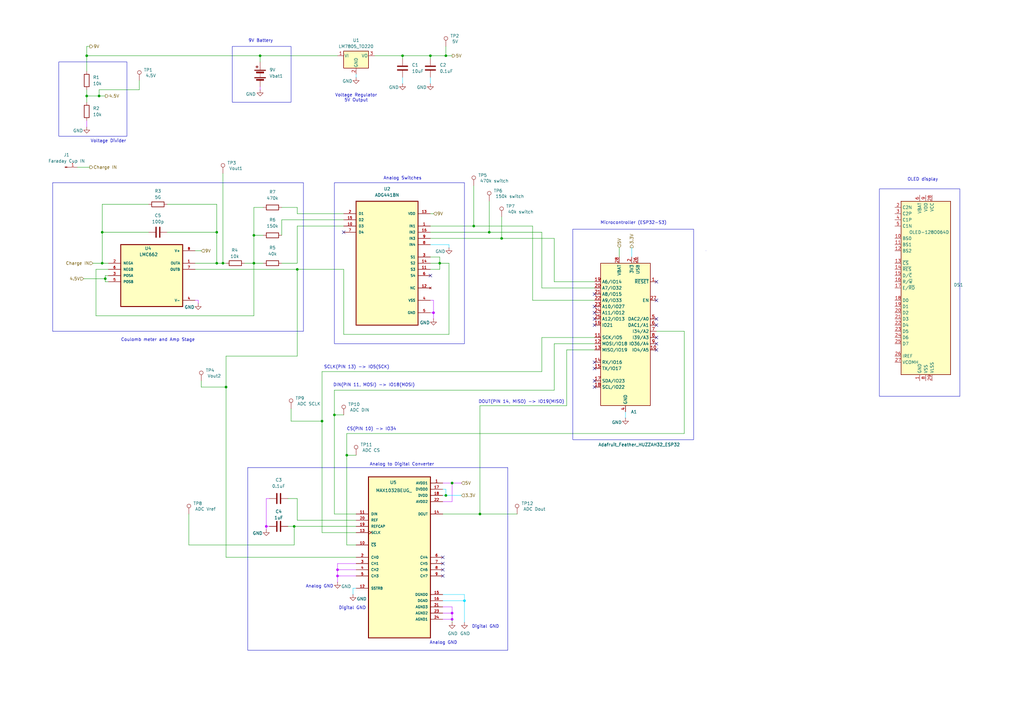
<source format=kicad_sch>
(kicad_sch
	(version 20231120)
	(generator "eeschema")
	(generator_version "8.0")
	(uuid "6c3296ca-de88-4e36-974d-3ea181fe05fb")
	(paper "A3")
	(title_block
		(title "Team 3 - COATL Aircraft Schematic")
		(date "2025-02-24")
		(rev "4")
		(company "Annika Boyd, Eisa Alsharifi, Felix Moss, Nathan Truong")
	)
	(lib_symbols
		(symbol "ADG441BN:ADG441BN"
			(pin_names
				(offset 1.016)
			)
			(exclude_from_sim no)
			(in_bom yes)
			(on_board yes)
			(property "Reference" "U"
				(at -5.4904 24.9611 0)
				(effects
					(font
						(size 1.27 1.27)
					)
					(justify left bottom)
				)
			)
			(property "Value" "ADG441BN"
				(at -7.7953 -31.3339 0)
				(effects
					(font
						(size 1.27 1.27)
					)
					(justify left bottom)
				)
			)
			(property "Footprint" "ADG441BN:DIP254P762X533-16P"
				(at 0 0 0)
				(effects
					(font
						(size 1.27 1.27)
					)
					(justify bottom)
					(hide yes)
				)
			)
			(property "Datasheet" ""
				(at 0 0 0)
				(effects
					(font
						(size 1.27 1.27)
					)
					(hide yes)
				)
			)
			(property "Description" ""
				(at 0 0 0)
				(effects
					(font
						(size 1.27 1.27)
					)
					(hide yes)
				)
			)
			(property "DigiKey_Part_Number" "ADG441BN-ND"
				(at 0 0 0)
				(effects
					(font
						(size 1.27 1.27)
					)
					(justify bottom)
					(hide yes)
				)
			)
			(property "SnapEDA_Link" "https://www.snapeda.com/parts/ADG441BN/Analog+Devices/view-part/?ref=snap"
				(at 0 0 0)
				(effects
					(font
						(size 1.27 1.27)
					)
					(justify bottom)
					(hide yes)
				)
			)
			(property "Description_1" "\n                        \n                            4 Circuit IC Switch 1:1 70Ohm 16-PDIP\n                        \n"
				(at 0 0 0)
				(effects
					(font
						(size 1.27 1.27)
					)
					(justify bottom)
					(hide yes)
				)
			)
			(property "PACKAGE" "DIP-16"
				(at 0 0 0)
				(effects
					(font
						(size 1.27 1.27)
					)
					(justify bottom)
					(hide yes)
				)
			)
			(property "MPN" "ADG441BN"
				(at 0 0 0)
				(effects
					(font
						(size 1.27 1.27)
					)
					(justify bottom)
					(hide yes)
				)
			)
			(property "Package" "DIP-16 Analog Devices"
				(at 0 0 0)
				(effects
					(font
						(size 1.27 1.27)
					)
					(justify bottom)
					(hide yes)
				)
			)
			(property "OC_FARNELL" "1438709"
				(at 0 0 0)
				(effects
					(font
						(size 1.27 1.27)
					)
					(justify bottom)
					(hide yes)
				)
			)
			(property "MF" "Analog Devices"
				(at 0 0 0)
				(effects
					(font
						(size 1.27 1.27)
					)
					(justify bottom)
					(hide yes)
				)
			)
			(property "MP" "ADG441BN"
				(at 0 0 0)
				(effects
					(font
						(size 1.27 1.27)
					)
					(justify bottom)
					(hide yes)
				)
			)
			(property "SUPPLIER" "Analog Devices"
				(at 0 0 0)
				(effects
					(font
						(size 1.27 1.27)
					)
					(justify bottom)
					(hide yes)
				)
			)
			(property "OC_NEWARK" "15P0374"
				(at 0 0 0)
				(effects
					(font
						(size 1.27 1.27)
					)
					(justify bottom)
					(hide yes)
				)
			)
			(property "Check_prices" "https://www.snapeda.com/parts/ADG441BN/Analog+Devices/view-part/?ref=eda"
				(at 0 0 0)
				(effects
					(font
						(size 1.27 1.27)
					)
					(justify bottom)
					(hide yes)
				)
			)
			(symbol "ADG441BN_0_0"
				(rectangle
					(start -12.7 -27.94)
					(end 12.7 22.86)
					(stroke
						(width 0.4064)
						(type default)
					)
					(fill
						(type background)
					)
				)
				(pin input line
					(at -17.78 12.7 0)
					(length 5.08)
					(name "IN1"
						(effects
							(font
								(size 1.016 1.016)
							)
						)
					)
					(number "1"
						(effects
							(font
								(size 1.016 1.016)
							)
						)
					)
				)
				(pin bidirectional line
					(at 17.78 12.7 180)
					(length 5.08)
					(name "D3"
						(effects
							(font
								(size 1.016 1.016)
							)
						)
					)
					(number "10"
						(effects
							(font
								(size 1.016 1.016)
							)
						)
					)
				)
				(pin bidirectional line
					(at -17.78 -5.08 0)
					(length 5.08)
					(name "S3"
						(effects
							(font
								(size 1.016 1.016)
							)
						)
					)
					(number "11"
						(effects
							(font
								(size 1.016 1.016)
							)
						)
					)
				)
				(pin no_connect line
					(at -17.78 -12.7 0)
					(length 5.08)
					(name "NC"
						(effects
							(font
								(size 1.016 1.016)
							)
						)
					)
					(number "12"
						(effects
							(font
								(size 1.016 1.016)
							)
						)
					)
				)
				(pin power_in line
					(at -17.78 17.78 0)
					(length 5.08)
					(name "VDD"
						(effects
							(font
								(size 1.016 1.016)
							)
						)
					)
					(number "13"
						(effects
							(font
								(size 1.016 1.016)
							)
						)
					)
				)
				(pin bidirectional line
					(at -17.78 -2.54 0)
					(length 5.08)
					(name "S2"
						(effects
							(font
								(size 1.016 1.016)
							)
						)
					)
					(number "14"
						(effects
							(font
								(size 1.016 1.016)
							)
						)
					)
				)
				(pin bidirectional line
					(at 17.78 15.24 180)
					(length 5.08)
					(name "D2"
						(effects
							(font
								(size 1.016 1.016)
							)
						)
					)
					(number "15"
						(effects
							(font
								(size 1.016 1.016)
							)
						)
					)
				)
				(pin input line
					(at -17.78 10.16 0)
					(length 5.08)
					(name "IN2"
						(effects
							(font
								(size 1.016 1.016)
							)
						)
					)
					(number "16"
						(effects
							(font
								(size 1.016 1.016)
							)
						)
					)
				)
				(pin bidirectional line
					(at 17.78 17.78 180)
					(length 5.08)
					(name "D1"
						(effects
							(font
								(size 1.016 1.016)
							)
						)
					)
					(number "2"
						(effects
							(font
								(size 1.016 1.016)
							)
						)
					)
				)
				(pin bidirectional line
					(at -17.78 0 0)
					(length 5.08)
					(name "S1"
						(effects
							(font
								(size 1.016 1.016)
							)
						)
					)
					(number "3"
						(effects
							(font
								(size 1.016 1.016)
							)
						)
					)
				)
				(pin power_in line
					(at -17.78 -17.78 0)
					(length 5.08)
					(name "VSS"
						(effects
							(font
								(size 1.016 1.016)
							)
						)
					)
					(number "4"
						(effects
							(font
								(size 1.016 1.016)
							)
						)
					)
				)
				(pin passive line
					(at -17.78 -22.86 0)
					(length 5.08)
					(name "GND"
						(effects
							(font
								(size 1.016 1.016)
							)
						)
					)
					(number "5"
						(effects
							(font
								(size 1.016 1.016)
							)
						)
					)
				)
				(pin bidirectional line
					(at -17.78 -7.62 0)
					(length 5.08)
					(name "S4"
						(effects
							(font
								(size 1.016 1.016)
							)
						)
					)
					(number "6"
						(effects
							(font
								(size 1.016 1.016)
							)
						)
					)
				)
				(pin bidirectional line
					(at 17.78 10.16 180)
					(length 5.08)
					(name "D4"
						(effects
							(font
								(size 1.016 1.016)
							)
						)
					)
					(number "7"
						(effects
							(font
								(size 1.016 1.016)
							)
						)
					)
				)
				(pin input line
					(at -17.78 5.08 0)
					(length 5.08)
					(name "IN4"
						(effects
							(font
								(size 1.016 1.016)
							)
						)
					)
					(number "8"
						(effects
							(font
								(size 1.016 1.016)
							)
						)
					)
				)
				(pin input line
					(at -17.78 7.62 0)
					(length 5.08)
					(name "IN3"
						(effects
							(font
								(size 1.016 1.016)
							)
						)
					)
					(number "9"
						(effects
							(font
								(size 1.016 1.016)
							)
						)
					)
				)
			)
		)
		(symbol "Connector:Conn_01x01_Pin"
			(pin_names
				(offset 1.016) hide)
			(exclude_from_sim no)
			(in_bom yes)
			(on_board yes)
			(property "Reference" "J"
				(at 0 2.54 0)
				(effects
					(font
						(size 1.27 1.27)
					)
				)
			)
			(property "Value" "Conn_01x01_Pin"
				(at 0 -2.54 0)
				(effects
					(font
						(size 1.27 1.27)
					)
				)
			)
			(property "Footprint" ""
				(at 0 0 0)
				(effects
					(font
						(size 1.27 1.27)
					)
					(hide yes)
				)
			)
			(property "Datasheet" "~"
				(at 0 0 0)
				(effects
					(font
						(size 1.27 1.27)
					)
					(hide yes)
				)
			)
			(property "Description" "Generic connector, single row, 01x01, script generated"
				(at 0 0 0)
				(effects
					(font
						(size 1.27 1.27)
					)
					(hide yes)
				)
			)
			(property "ki_locked" ""
				(at 0 0 0)
				(effects
					(font
						(size 1.27 1.27)
					)
				)
			)
			(property "ki_keywords" "connector"
				(at 0 0 0)
				(effects
					(font
						(size 1.27 1.27)
					)
					(hide yes)
				)
			)
			(property "ki_fp_filters" "Connector*:*_1x??_*"
				(at 0 0 0)
				(effects
					(font
						(size 1.27 1.27)
					)
					(hide yes)
				)
			)
			(symbol "Conn_01x01_Pin_1_1"
				(polyline
					(pts
						(xy 1.27 0) (xy 0.8636 0)
					)
					(stroke
						(width 0.1524)
						(type default)
					)
					(fill
						(type none)
					)
				)
				(rectangle
					(start 0.8636 0.127)
					(end 0 -0.127)
					(stroke
						(width 0.1524)
						(type default)
					)
					(fill
						(type outline)
					)
				)
				(pin passive line
					(at 5.08 0 180)
					(length 3.81)
					(name "Pin_1"
						(effects
							(font
								(size 1.27 1.27)
							)
						)
					)
					(number "1"
						(effects
							(font
								(size 1.27 1.27)
							)
						)
					)
				)
			)
		)
		(symbol "Connector:TestPoint"
			(pin_numbers hide)
			(pin_names
				(offset 0.762) hide)
			(exclude_from_sim no)
			(in_bom yes)
			(on_board yes)
			(property "Reference" "TP"
				(at 0 6.858 0)
				(effects
					(font
						(size 1.27 1.27)
					)
				)
			)
			(property "Value" "TestPoint"
				(at 0 5.08 0)
				(effects
					(font
						(size 1.27 1.27)
					)
				)
			)
			(property "Footprint" ""
				(at 5.08 0 0)
				(effects
					(font
						(size 1.27 1.27)
					)
					(hide yes)
				)
			)
			(property "Datasheet" "~"
				(at 5.08 0 0)
				(effects
					(font
						(size 1.27 1.27)
					)
					(hide yes)
				)
			)
			(property "Description" "test point"
				(at 0 0 0)
				(effects
					(font
						(size 1.27 1.27)
					)
					(hide yes)
				)
			)
			(property "ki_keywords" "test point tp"
				(at 0 0 0)
				(effects
					(font
						(size 1.27 1.27)
					)
					(hide yes)
				)
			)
			(property "ki_fp_filters" "Pin* Test*"
				(at 0 0 0)
				(effects
					(font
						(size 1.27 1.27)
					)
					(hide yes)
				)
			)
			(symbol "TestPoint_0_1"
				(circle
					(center 0 3.302)
					(radius 0.762)
					(stroke
						(width 0)
						(type default)
					)
					(fill
						(type none)
					)
				)
			)
			(symbol "TestPoint_1_1"
				(pin passive line
					(at 0 0 90)
					(length 2.54)
					(name "1"
						(effects
							(font
								(size 1.27 1.27)
							)
						)
					)
					(number "1"
						(effects
							(font
								(size 1.27 1.27)
							)
						)
					)
				)
			)
		)
		(symbol "Device:Battery"
			(pin_numbers hide)
			(pin_names
				(offset 0) hide)
			(exclude_from_sim no)
			(in_bom yes)
			(on_board yes)
			(property "Reference" "BT"
				(at 2.54 2.54 0)
				(effects
					(font
						(size 1.27 1.27)
					)
					(justify left)
				)
			)
			(property "Value" "Battery"
				(at 2.54 0 0)
				(effects
					(font
						(size 1.27 1.27)
					)
					(justify left)
				)
			)
			(property "Footprint" ""
				(at 0 1.524 90)
				(effects
					(font
						(size 1.27 1.27)
					)
					(hide yes)
				)
			)
			(property "Datasheet" "~"
				(at 0 1.524 90)
				(effects
					(font
						(size 1.27 1.27)
					)
					(hide yes)
				)
			)
			(property "Description" "Multiple-cell battery"
				(at 0 0 0)
				(effects
					(font
						(size 1.27 1.27)
					)
					(hide yes)
				)
			)
			(property "ki_keywords" "batt voltage-source cell"
				(at 0 0 0)
				(effects
					(font
						(size 1.27 1.27)
					)
					(hide yes)
				)
			)
			(symbol "Battery_0_1"
				(rectangle
					(start -2.286 -1.27)
					(end 2.286 -1.524)
					(stroke
						(width 0)
						(type default)
					)
					(fill
						(type outline)
					)
				)
				(rectangle
					(start -2.286 1.778)
					(end 2.286 1.524)
					(stroke
						(width 0)
						(type default)
					)
					(fill
						(type outline)
					)
				)
				(rectangle
					(start -1.524 -2.032)
					(end 1.524 -2.54)
					(stroke
						(width 0)
						(type default)
					)
					(fill
						(type outline)
					)
				)
				(rectangle
					(start -1.524 1.016)
					(end 1.524 0.508)
					(stroke
						(width 0)
						(type default)
					)
					(fill
						(type outline)
					)
				)
				(polyline
					(pts
						(xy 0 -1.016) (xy 0 -0.762)
					)
					(stroke
						(width 0)
						(type default)
					)
					(fill
						(type none)
					)
				)
				(polyline
					(pts
						(xy 0 -0.508) (xy 0 -0.254)
					)
					(stroke
						(width 0)
						(type default)
					)
					(fill
						(type none)
					)
				)
				(polyline
					(pts
						(xy 0 0) (xy 0 0.254)
					)
					(stroke
						(width 0)
						(type default)
					)
					(fill
						(type none)
					)
				)
				(polyline
					(pts
						(xy 0 1.778) (xy 0 2.54)
					)
					(stroke
						(width 0)
						(type default)
					)
					(fill
						(type none)
					)
				)
				(polyline
					(pts
						(xy 0.762 3.048) (xy 1.778 3.048)
					)
					(stroke
						(width 0.254)
						(type default)
					)
					(fill
						(type none)
					)
				)
				(polyline
					(pts
						(xy 1.27 3.556) (xy 1.27 2.54)
					)
					(stroke
						(width 0.254)
						(type default)
					)
					(fill
						(type none)
					)
				)
			)
			(symbol "Battery_1_1"
				(pin passive line
					(at 0 5.08 270)
					(length 2.54)
					(name "+"
						(effects
							(font
								(size 1.27 1.27)
							)
						)
					)
					(number "1"
						(effects
							(font
								(size 1.27 1.27)
							)
						)
					)
				)
				(pin passive line
					(at 0 -5.08 90)
					(length 2.54)
					(name "-"
						(effects
							(font
								(size 1.27 1.27)
							)
						)
					)
					(number "2"
						(effects
							(font
								(size 1.27 1.27)
							)
						)
					)
				)
			)
		)
		(symbol "Device:C"
			(pin_numbers hide)
			(pin_names
				(offset 0.254)
			)
			(exclude_from_sim no)
			(in_bom yes)
			(on_board yes)
			(property "Reference" "C"
				(at 0.635 2.54 0)
				(effects
					(font
						(size 1.27 1.27)
					)
					(justify left)
				)
			)
			(property "Value" "C"
				(at 0.635 -2.54 0)
				(effects
					(font
						(size 1.27 1.27)
					)
					(justify left)
				)
			)
			(property "Footprint" ""
				(at 0.9652 -3.81 0)
				(effects
					(font
						(size 1.27 1.27)
					)
					(hide yes)
				)
			)
			(property "Datasheet" "~"
				(at 0 0 0)
				(effects
					(font
						(size 1.27 1.27)
					)
					(hide yes)
				)
			)
			(property "Description" "Unpolarized capacitor"
				(at 0 0 0)
				(effects
					(font
						(size 1.27 1.27)
					)
					(hide yes)
				)
			)
			(property "ki_keywords" "cap capacitor"
				(at 0 0 0)
				(effects
					(font
						(size 1.27 1.27)
					)
					(hide yes)
				)
			)
			(property "ki_fp_filters" "C_*"
				(at 0 0 0)
				(effects
					(font
						(size 1.27 1.27)
					)
					(hide yes)
				)
			)
			(symbol "C_0_1"
				(polyline
					(pts
						(xy -2.032 -0.762) (xy 2.032 -0.762)
					)
					(stroke
						(width 0.508)
						(type default)
					)
					(fill
						(type none)
					)
				)
				(polyline
					(pts
						(xy -2.032 0.762) (xy 2.032 0.762)
					)
					(stroke
						(width 0.508)
						(type default)
					)
					(fill
						(type none)
					)
				)
			)
			(symbol "C_1_1"
				(pin passive line
					(at 0 3.81 270)
					(length 2.794)
					(name "~"
						(effects
							(font
								(size 1.27 1.27)
							)
						)
					)
					(number "1"
						(effects
							(font
								(size 1.27 1.27)
							)
						)
					)
				)
				(pin passive line
					(at 0 -3.81 90)
					(length 2.794)
					(name "~"
						(effects
							(font
								(size 1.27 1.27)
							)
						)
					)
					(number "2"
						(effects
							(font
								(size 1.27 1.27)
							)
						)
					)
				)
			)
		)
		(symbol "Device:R"
			(pin_numbers hide)
			(pin_names
				(offset 0)
			)
			(exclude_from_sim no)
			(in_bom yes)
			(on_board yes)
			(property "Reference" "R"
				(at 2.032 0 90)
				(effects
					(font
						(size 1.27 1.27)
					)
				)
			)
			(property "Value" "R"
				(at 0 0 90)
				(effects
					(font
						(size 1.27 1.27)
					)
				)
			)
			(property "Footprint" ""
				(at -1.778 0 90)
				(effects
					(font
						(size 1.27 1.27)
					)
					(hide yes)
				)
			)
			(property "Datasheet" "~"
				(at 0 0 0)
				(effects
					(font
						(size 1.27 1.27)
					)
					(hide yes)
				)
			)
			(property "Description" "Resistor"
				(at 0 0 0)
				(effects
					(font
						(size 1.27 1.27)
					)
					(hide yes)
				)
			)
			(property "ki_keywords" "R res resistor"
				(at 0 0 0)
				(effects
					(font
						(size 1.27 1.27)
					)
					(hide yes)
				)
			)
			(property "ki_fp_filters" "R_*"
				(at 0 0 0)
				(effects
					(font
						(size 1.27 1.27)
					)
					(hide yes)
				)
			)
			(symbol "R_0_1"
				(rectangle
					(start -1.016 -2.54)
					(end 1.016 2.54)
					(stroke
						(width 0.254)
						(type default)
					)
					(fill
						(type none)
					)
				)
			)
			(symbol "R_1_1"
				(pin passive line
					(at 0 3.81 270)
					(length 1.27)
					(name "~"
						(effects
							(font
								(size 1.27 1.27)
							)
						)
					)
					(number "1"
						(effects
							(font
								(size 1.27 1.27)
							)
						)
					)
				)
				(pin passive line
					(at 0 -3.81 90)
					(length 1.27)
					(name "~"
						(effects
							(font
								(size 1.27 1.27)
							)
						)
					)
					(number "2"
						(effects
							(font
								(size 1.27 1.27)
							)
						)
					)
				)
			)
		)
		(symbol "Display_Graphic:OLED-128O064D"
			(exclude_from_sim no)
			(in_bom yes)
			(on_board yes)
			(property "Reference" "DS"
				(at -10.16 38.1 0)
				(effects
					(font
						(size 1.27 1.27)
					)
				)
			)
			(property "Value" "OLED-128O064D"
				(at 12.7 38.1 0)
				(effects
					(font
						(size 1.27 1.27)
					)
				)
			)
			(property "Footprint" "Display:OLED-128O064D"
				(at 0 0 0)
				(effects
					(font
						(size 1.27 1.27)
					)
					(hide yes)
				)
			)
			(property "Datasheet" "https://www.vishay.com/docs/37902/oled128o064dbpp3n00000.pdf"
				(at 0 20.32 0)
				(effects
					(font
						(size 1.27 1.27)
					)
					(hide yes)
				)
			)
			(property "Description" "OLED display 128x64"
				(at 0 0 0)
				(effects
					(font
						(size 1.27 1.27)
					)
					(hide yes)
				)
			)
			(property "ki_keywords" "display oled"
				(at 0 0 0)
				(effects
					(font
						(size 1.27 1.27)
					)
					(hide yes)
				)
			)
			(property "ki_fp_filters" "OLED?128O064D*"
				(at 0 0 0)
				(effects
					(font
						(size 1.27 1.27)
					)
					(hide yes)
				)
			)
			(symbol "OLED-128O064D_0_1"
				(rectangle
					(start -10.16 35.56)
					(end 10.16 -35.56)
					(stroke
						(width 0.254)
						(type default)
					)
					(fill
						(type background)
					)
				)
			)
			(symbol "OLED-128O064D_1_1"
				(pin power_in line
					(at -2.54 -38.1 90)
					(length 2.54)
					(name "GND"
						(effects
							(font
								(size 1.27 1.27)
							)
						)
					)
					(number "1"
						(effects
							(font
								(size 1.27 1.27)
							)
						)
					)
				)
				(pin input line
					(at -12.7 20.32 0)
					(length 2.54)
					(name "BS0"
						(effects
							(font
								(size 1.27 1.27)
							)
						)
					)
					(number "10"
						(effects
							(font
								(size 1.27 1.27)
							)
						)
					)
				)
				(pin input line
					(at -12.7 17.78 0)
					(length 2.54)
					(name "BS1"
						(effects
							(font
								(size 1.27 1.27)
							)
						)
					)
					(number "11"
						(effects
							(font
								(size 1.27 1.27)
							)
						)
					)
				)
				(pin input line
					(at -12.7 15.24 0)
					(length 2.54)
					(name "BS2"
						(effects
							(font
								(size 1.27 1.27)
							)
						)
					)
					(number "12"
						(effects
							(font
								(size 1.27 1.27)
							)
						)
					)
				)
				(pin input line
					(at -12.7 10.16 0)
					(length 2.54)
					(name "~{CS}"
						(effects
							(font
								(size 1.27 1.27)
							)
						)
					)
					(number "13"
						(effects
							(font
								(size 1.27 1.27)
							)
						)
					)
				)
				(pin input line
					(at -12.7 7.62 0)
					(length 2.54)
					(name "~{RES}"
						(effects
							(font
								(size 1.27 1.27)
							)
						)
					)
					(number "14"
						(effects
							(font
								(size 1.27 1.27)
							)
						)
					)
				)
				(pin input line
					(at -12.7 5.08 0)
					(length 2.54)
					(name "D/~{C}"
						(effects
							(font
								(size 1.27 1.27)
							)
						)
					)
					(number "15"
						(effects
							(font
								(size 1.27 1.27)
							)
						)
					)
				)
				(pin input line
					(at -12.7 2.54 0)
					(length 2.54)
					(name "R/~{W}"
						(effects
							(font
								(size 1.27 1.27)
							)
						)
					)
					(number "16"
						(effects
							(font
								(size 1.27 1.27)
							)
						)
					)
				)
				(pin input line
					(at -12.7 0 0)
					(length 2.54)
					(name "E/~{RD}"
						(effects
							(font
								(size 1.27 1.27)
							)
						)
					)
					(number "17"
						(effects
							(font
								(size 1.27 1.27)
							)
						)
					)
				)
				(pin bidirectional line
					(at -12.7 -5.08 0)
					(length 2.54)
					(name "D0"
						(effects
							(font
								(size 1.27 1.27)
							)
						)
					)
					(number "18"
						(effects
							(font
								(size 1.27 1.27)
							)
						)
					)
				)
				(pin bidirectional line
					(at -12.7 -7.62 0)
					(length 2.54)
					(name "D1"
						(effects
							(font
								(size 1.27 1.27)
							)
						)
					)
					(number "19"
						(effects
							(font
								(size 1.27 1.27)
							)
						)
					)
				)
				(pin passive line
					(at -12.7 33.02 0)
					(length 2.54)
					(name "C2N"
						(effects
							(font
								(size 1.27 1.27)
							)
						)
					)
					(number "2"
						(effects
							(font
								(size 1.27 1.27)
							)
						)
					)
				)
				(pin bidirectional line
					(at -12.7 -10.16 0)
					(length 2.54)
					(name "D2"
						(effects
							(font
								(size 1.27 1.27)
							)
						)
					)
					(number "20"
						(effects
							(font
								(size 1.27 1.27)
							)
						)
					)
				)
				(pin bidirectional line
					(at -12.7 -12.7 0)
					(length 2.54)
					(name "D3"
						(effects
							(font
								(size 1.27 1.27)
							)
						)
					)
					(number "21"
						(effects
							(font
								(size 1.27 1.27)
							)
						)
					)
				)
				(pin bidirectional line
					(at -12.7 -15.24 0)
					(length 2.54)
					(name "D4"
						(effects
							(font
								(size 1.27 1.27)
							)
						)
					)
					(number "22"
						(effects
							(font
								(size 1.27 1.27)
							)
						)
					)
				)
				(pin bidirectional line
					(at -12.7 -17.78 0)
					(length 2.54)
					(name "D5"
						(effects
							(font
								(size 1.27 1.27)
							)
						)
					)
					(number "23"
						(effects
							(font
								(size 1.27 1.27)
							)
						)
					)
				)
				(pin bidirectional line
					(at -12.7 -20.32 0)
					(length 2.54)
					(name "D6"
						(effects
							(font
								(size 1.27 1.27)
							)
						)
					)
					(number "24"
						(effects
							(font
								(size 1.27 1.27)
							)
						)
					)
				)
				(pin bidirectional line
					(at -12.7 -22.86 0)
					(length 2.54)
					(name "D7"
						(effects
							(font
								(size 1.27 1.27)
							)
						)
					)
					(number "25"
						(effects
							(font
								(size 1.27 1.27)
							)
						)
					)
				)
				(pin passive line
					(at -12.7 -27.94 0)
					(length 2.54)
					(name "IREF"
						(effects
							(font
								(size 1.27 1.27)
							)
						)
					)
					(number "26"
						(effects
							(font
								(size 1.27 1.27)
							)
						)
					)
				)
				(pin passive line
					(at -12.7 -30.48 0)
					(length 2.54)
					(name "VCOMH"
						(effects
							(font
								(size 1.27 1.27)
							)
						)
					)
					(number "27"
						(effects
							(font
								(size 1.27 1.27)
							)
						)
					)
				)
				(pin power_in line
					(at 2.54 38.1 270)
					(length 2.54)
					(name "VCC"
						(effects
							(font
								(size 1.27 1.27)
							)
						)
					)
					(number "28"
						(effects
							(font
								(size 1.27 1.27)
							)
						)
					)
				)
				(pin power_in line
					(at 2.54 -38.1 90)
					(length 2.54)
					(name "VLSS"
						(effects
							(font
								(size 1.27 1.27)
							)
						)
					)
					(number "29"
						(effects
							(font
								(size 1.27 1.27)
							)
						)
					)
				)
				(pin passive line
					(at -12.7 30.48 0)
					(length 2.54)
					(name "C2P"
						(effects
							(font
								(size 1.27 1.27)
							)
						)
					)
					(number "3"
						(effects
							(font
								(size 1.27 1.27)
							)
						)
					)
				)
				(pin passive line
					(at -2.54 -38.1 90)
					(length 2.54) hide
					(name "GND"
						(effects
							(font
								(size 1.27 1.27)
							)
						)
					)
					(number "30"
						(effects
							(font
								(size 1.27 1.27)
							)
						)
					)
				)
				(pin passive line
					(at -12.7 27.94 0)
					(length 2.54)
					(name "C1P"
						(effects
							(font
								(size 1.27 1.27)
							)
						)
					)
					(number "4"
						(effects
							(font
								(size 1.27 1.27)
							)
						)
					)
				)
				(pin passive line
					(at -12.7 25.4 0)
					(length 2.54)
					(name "C1N"
						(effects
							(font
								(size 1.27 1.27)
							)
						)
					)
					(number "5"
						(effects
							(font
								(size 1.27 1.27)
							)
						)
					)
				)
				(pin power_in line
					(at -2.54 38.1 270)
					(length 2.54)
					(name "VBAT"
						(effects
							(font
								(size 1.27 1.27)
							)
						)
					)
					(number "6"
						(effects
							(font
								(size 1.27 1.27)
							)
						)
					)
				)
				(pin no_connect line
					(at 10.16 0 180)
					(length 2.54) hide
					(name "NC"
						(effects
							(font
								(size 1.27 1.27)
							)
						)
					)
					(number "7"
						(effects
							(font
								(size 1.27 1.27)
							)
						)
					)
				)
				(pin power_in line
					(at 0 -38.1 90)
					(length 2.54)
					(name "VSS"
						(effects
							(font
								(size 1.27 1.27)
							)
						)
					)
					(number "8"
						(effects
							(font
								(size 1.27 1.27)
							)
						)
					)
				)
				(pin power_in line
					(at 0 38.1 270)
					(length 2.54)
					(name "VDD"
						(effects
							(font
								(size 1.27 1.27)
							)
						)
					)
					(number "9"
						(effects
							(font
								(size 1.27 1.27)
							)
						)
					)
				)
			)
		)
		(symbol "LMC6042IM:LMC6042IM"
			(pin_names
				(offset 1.016)
			)
			(exclude_from_sim no)
			(in_bom yes)
			(on_board yes)
			(property "Reference" "U4"
				(at -1.524 11.176 0)
				(effects
					(font
						(size 1.27 1.27)
					)
				)
			)
			(property "Value" "LMC662"
				(at -1.27 8.636 0)
				(effects
					(font
						(size 1.27 1.27)
					)
				)
			)
			(property "Footprint" "LMC662AIMX_NOPB:SOIC127P599X175-8N"
				(at 0 0 0)
				(effects
					(font
						(size 1.27 1.27)
					)
					(justify left bottom)
					(hide yes)
				)
			)
			(property "Datasheet" ""
				(at 0 0 0)
				(effects
					(font
						(size 1.27 1.27)
					)
					(justify left bottom)
					(hide yes)
				)
			)
			(property "Description" ""
				(at 0 0 0)
				(effects
					(font
						(size 1.27 1.27)
					)
					(hide yes)
				)
			)
			(property "MF" "Texas Instruments"
				(at 0 0 0)
				(effects
					(font
						(size 1.27 1.27)
					)
					(justify left bottom)
					(hide yes)
				)
			)
			(property "Description_1" "\\n                        \\n                            Dual, 15.5-V, 100-kHz operational amplifier\\n                        \\n"
				(at 0 0 0)
				(effects
					(font
						(size 1.27 1.27)
					)
					(justify left bottom)
					(hide yes)
				)
			)
			(property "Package" "SOIC-8 Texas Instruments"
				(at 0 0 0)
				(effects
					(font
						(size 1.27 1.27)
					)
					(justify left bottom)
					(hide yes)
				)
			)
			(property "Price" "None"
				(at 0 0 0)
				(effects
					(font
						(size 1.27 1.27)
					)
					(justify left bottom)
					(hide yes)
				)
			)
			(property "SnapEDA_Link" "https://www.snapeda.com/parts/LMC6042IM/NOPB/Texas+Instruments/view-part/?ref=snap"
				(at 0 0 0)
				(effects
					(font
						(size 1.27 1.27)
					)
					(justify left bottom)
					(hide yes)
				)
			)
			(property "MP" "LMC6042IM/NOPB"
				(at 0 0 0)
				(effects
					(font
						(size 1.27 1.27)
					)
					(justify left bottom)
					(hide yes)
				)
			)
			(property "Availability" "In Stock"
				(at 0 0 0)
				(effects
					(font
						(size 1.27 1.27)
					)
					(justify left bottom)
					(hide yes)
				)
			)
			(property "Check_prices" "https://www.snapeda.com/parts/LMC6042IM/NOPB/Texas+Instruments/view-part/?ref=eda"
				(at 0 0 0)
				(effects
					(font
						(size 1.27 1.27)
					)
					(justify left bottom)
					(hide yes)
				)
			)
			(property "ki_locked" ""
				(at 0 0 0)
				(effects
					(font
						(size 1.27 1.27)
					)
				)
			)
			(symbol "LMC6042IM_0_0"
				(rectangle
					(start -12.7 -12.7)
					(end 12.7 12.7)
					(stroke
						(width 0.4064)
						(type solid)
					)
					(fill
						(type background)
					)
				)
				(pin output line
					(at 17.78 5.08 180)
					(length 5.08)
					(name "OUTA"
						(effects
							(font
								(size 1.016 1.016)
							)
						)
					)
					(number "1"
						(effects
							(font
								(size 1.016 1.016)
							)
						)
					)
				)
				(pin input line
					(at -17.78 5.08 0)
					(length 5.08)
					(name "NEGA"
						(effects
							(font
								(size 1.016 1.016)
							)
						)
					)
					(number "2"
						(effects
							(font
								(size 1.016 1.016)
							)
						)
					)
				)
				(pin input line
					(at -17.78 0 0)
					(length 5.08)
					(name "POSA"
						(effects
							(font
								(size 1.016 1.016)
							)
						)
					)
					(number "3"
						(effects
							(font
								(size 1.016 1.016)
							)
						)
					)
				)
				(pin power_in line
					(at 17.78 -10.16 180)
					(length 5.08)
					(name "V-"
						(effects
							(font
								(size 1.016 1.016)
							)
						)
					)
					(number "4"
						(effects
							(font
								(size 1.016 1.016)
							)
						)
					)
				)
				(pin input line
					(at -17.78 -2.54 0)
					(length 5.08)
					(name "POSB"
						(effects
							(font
								(size 1.016 1.016)
							)
						)
					)
					(number "5"
						(effects
							(font
								(size 1.016 1.016)
							)
						)
					)
				)
				(pin input line
					(at -17.78 2.54 0)
					(length 5.08)
					(name "NEGB"
						(effects
							(font
								(size 1.016 1.016)
							)
						)
					)
					(number "6"
						(effects
							(font
								(size 1.016 1.016)
							)
						)
					)
				)
				(pin output line
					(at 17.78 2.54 180)
					(length 5.08)
					(name "OUTB"
						(effects
							(font
								(size 1.016 1.016)
							)
						)
					)
					(number "7"
						(effects
							(font
								(size 1.016 1.016)
							)
						)
					)
				)
				(pin power_in line
					(at 17.78 10.16 180)
					(length 5.08)
					(name "V+"
						(effects
							(font
								(size 1.016 1.016)
							)
						)
					)
					(number "8"
						(effects
							(font
								(size 1.016 1.016)
							)
						)
					)
				)
			)
		)
		(symbol "MAX1032BEUG_:MAX1032BEUG_"
			(pin_names
				(offset 1.016)
			)
			(exclude_from_sim no)
			(in_bom yes)
			(on_board yes)
			(property "Reference" "U"
				(at -12.7 34.0106 0)
				(effects
					(font
						(size 1.27 1.27)
					)
					(justify left bottom)
				)
			)
			(property "Value" "MAX1032BEUG_"
				(at -12.7 -37.0078 0)
				(effects
					(font
						(size 1.27 1.27)
					)
					(justify left bottom)
				)
			)
			(property "Footprint" "SOP65P640X110-24N"
				(at 0 0 0)
				(effects
					(font
						(size 1.27 1.27)
					)
					(justify left bottom)
					(hide yes)
				)
			)
			(property "Datasheet" ""
				(at 0 0 0)
				(effects
					(font
						(size 1.27 1.27)
					)
					(justify left bottom)
					(hide yes)
				)
			)
			(property "Description" ""
				(at 0 0 0)
				(effects
					(font
						(size 1.27 1.27)
					)
					(hide yes)
				)
			)
			(property "MF" "Analog Devices"
				(at 0 0 0)
				(effects
					(font
						(size 1.27 1.27)
					)
					(justify left bottom)
					(hide yes)
				)
			)
			(property "Description_1" "\\n                        \\n                            8- and 4-Channel, ±3 x VREF Multirange Inputs, Serial 14-Bit ADCs\\n                        \\n"
				(at 0 0 0)
				(effects
					(font
						(size 1.27 1.27)
					)
					(justify left bottom)
					(hide yes)
				)
			)
			(property "Package" "TSSOP-24 Maxim"
				(at 0 0 0)
				(effects
					(font
						(size 1.27 1.27)
					)
					(justify left bottom)
					(hide yes)
				)
			)
			(property "Price" "None"
				(at 0 0 0)
				(effects
					(font
						(size 1.27 1.27)
					)
					(justify left bottom)
					(hide yes)
				)
			)
			(property "SnapEDA_Link" "https://www.snapeda.com/parts/MAX1032BEUG+/Analog+Devices/view-part/?ref=snap"
				(at 0 0 0)
				(effects
					(font
						(size 1.27 1.27)
					)
					(justify left bottom)
					(hide yes)
				)
			)
			(property "MP" "MAX1032BEUG+"
				(at 0 0 0)
				(effects
					(font
						(size 1.27 1.27)
					)
					(justify left bottom)
					(hide yes)
				)
			)
			(property "Availability" "In Stock"
				(at 0 0 0)
				(effects
					(font
						(size 1.27 1.27)
					)
					(justify left bottom)
					(hide yes)
				)
			)
			(property "Check_prices" "https://www.snapeda.com/parts/MAX1032BEUG+/Analog+Devices/view-part/?ref=eda"
				(at 0 0 0)
				(effects
					(font
						(size 1.27 1.27)
					)
					(justify left bottom)
					(hide yes)
				)
			)
			(property "ki_locked" ""
				(at 0 0 0)
				(effects
					(font
						(size 1.27 1.27)
					)
				)
			)
			(symbol "MAX1032BEUG__0_0"
				(rectangle
					(start -12.7 -33.02)
					(end 12.7 33.02)
					(stroke
						(width 0.4064)
						(type solid)
					)
					(fill
						(type background)
					)
				)
				(pin power_in line
					(at 17.78 30.48 180)
					(length 5.08)
					(name "AVDD1"
						(effects
							(font
								(size 1.016 1.016)
							)
						)
					)
					(number "1"
						(effects
							(font
								(size 1.016 1.016)
							)
						)
					)
				)
				(pin bidirectional line
					(at -17.78 5.08 0)
					(length 5.08)
					(name "~{CS}"
						(effects
							(font
								(size 1.016 1.016)
							)
						)
					)
					(number "10"
						(effects
							(font
								(size 1.016 1.016)
							)
						)
					)
				)
				(pin input line
					(at -17.78 17.78 0)
					(length 5.08)
					(name "DIN"
						(effects
							(font
								(size 1.016 1.016)
							)
						)
					)
					(number "11"
						(effects
							(font
								(size 1.016 1.016)
							)
						)
					)
				)
				(pin bidirectional line
					(at -17.78 -12.7 0)
					(length 5.08)
					(name "SSTRB"
						(effects
							(font
								(size 1.016 1.016)
							)
						)
					)
					(number "12"
						(effects
							(font
								(size 1.016 1.016)
							)
						)
					)
				)
				(pin input clock
					(at -17.78 10.16 0)
					(length 5.08)
					(name "SCLK"
						(effects
							(font
								(size 1.016 1.016)
							)
						)
					)
					(number "13"
						(effects
							(font
								(size 1.016 1.016)
							)
						)
					)
				)
				(pin output line
					(at 17.78 17.78 180)
					(length 5.08)
					(name "DOUT"
						(effects
							(font
								(size 1.016 1.016)
							)
						)
					)
					(number "14"
						(effects
							(font
								(size 1.016 1.016)
							)
						)
					)
				)
				(pin power_in line
					(at 17.78 -15.24 180)
					(length 5.08)
					(name "DGND0"
						(effects
							(font
								(size 1.016 1.016)
							)
						)
					)
					(number "15"
						(effects
							(font
								(size 1.016 1.016)
							)
						)
					)
				)
				(pin power_in line
					(at 17.78 -17.78 180)
					(length 5.08)
					(name "DGND"
						(effects
							(font
								(size 1.016 1.016)
							)
						)
					)
					(number "16"
						(effects
							(font
								(size 1.016 1.016)
							)
						)
					)
				)
				(pin power_in line
					(at 17.78 27.94 180)
					(length 5.08)
					(name "DVDD0"
						(effects
							(font
								(size 1.016 1.016)
							)
						)
					)
					(number "17"
						(effects
							(font
								(size 1.016 1.016)
							)
						)
					)
				)
				(pin power_in line
					(at 17.78 25.4 180)
					(length 5.08)
					(name "DVDD"
						(effects
							(font
								(size 1.016 1.016)
							)
						)
					)
					(number "18"
						(effects
							(font
								(size 1.016 1.016)
							)
						)
					)
				)
				(pin input line
					(at -17.78 12.7 0)
					(length 5.08)
					(name "REFCAP"
						(effects
							(font
								(size 1.016 1.016)
							)
						)
					)
					(number "19"
						(effects
							(font
								(size 1.016 1.016)
							)
						)
					)
				)
				(pin bidirectional line
					(at -17.78 0 0)
					(length 5.08)
					(name "CH0"
						(effects
							(font
								(size 1.016 1.016)
							)
						)
					)
					(number "2"
						(effects
							(font
								(size 1.016 1.016)
							)
						)
					)
				)
				(pin input line
					(at -17.78 15.24 0)
					(length 5.08)
					(name "REF"
						(effects
							(font
								(size 1.016 1.016)
							)
						)
					)
					(number "20"
						(effects
							(font
								(size 1.016 1.016)
							)
						)
					)
				)
				(pin power_in line
					(at 17.78 -20.32 180)
					(length 5.08)
					(name "AGND3"
						(effects
							(font
								(size 1.016 1.016)
							)
						)
					)
					(number "21"
						(effects
							(font
								(size 1.016 1.016)
							)
						)
					)
				)
				(pin power_in line
					(at 17.78 22.86 180)
					(length 5.08)
					(name "AVDD2"
						(effects
							(font
								(size 1.016 1.016)
							)
						)
					)
					(number "22"
						(effects
							(font
								(size 1.016 1.016)
							)
						)
					)
				)
				(pin power_in line
					(at 17.78 -22.86 180)
					(length 5.08)
					(name "AGND2"
						(effects
							(font
								(size 1.016 1.016)
							)
						)
					)
					(number "23"
						(effects
							(font
								(size 1.016 1.016)
							)
						)
					)
				)
				(pin power_in line
					(at 17.78 -25.4 180)
					(length 5.08)
					(name "AGND1"
						(effects
							(font
								(size 1.016 1.016)
							)
						)
					)
					(number "24"
						(effects
							(font
								(size 1.016 1.016)
							)
						)
					)
				)
				(pin bidirectional line
					(at -17.78 -2.54 0)
					(length 5.08)
					(name "CH1"
						(effects
							(font
								(size 1.016 1.016)
							)
						)
					)
					(number "3"
						(effects
							(font
								(size 1.016 1.016)
							)
						)
					)
				)
				(pin bidirectional line
					(at -17.78 -5.08 0)
					(length 5.08)
					(name "CH2"
						(effects
							(font
								(size 1.016 1.016)
							)
						)
					)
					(number "4"
						(effects
							(font
								(size 1.016 1.016)
							)
						)
					)
				)
				(pin bidirectional line
					(at -17.78 -7.62 0)
					(length 5.08)
					(name "CH3"
						(effects
							(font
								(size 1.016 1.016)
							)
						)
					)
					(number "5"
						(effects
							(font
								(size 1.016 1.016)
							)
						)
					)
				)
				(pin bidirectional line
					(at 17.78 0 180)
					(length 5.08)
					(name "CH4"
						(effects
							(font
								(size 1.016 1.016)
							)
						)
					)
					(number "6"
						(effects
							(font
								(size 1.016 1.016)
							)
						)
					)
				)
				(pin bidirectional line
					(at 17.78 -2.54 180)
					(length 5.08)
					(name "CH5"
						(effects
							(font
								(size 1.016 1.016)
							)
						)
					)
					(number "7"
						(effects
							(font
								(size 1.016 1.016)
							)
						)
					)
				)
				(pin bidirectional line
					(at 17.78 -5.08 180)
					(length 5.08)
					(name "CH6"
						(effects
							(font
								(size 1.016 1.016)
							)
						)
					)
					(number "8"
						(effects
							(font
								(size 1.016 1.016)
							)
						)
					)
				)
				(pin bidirectional line
					(at 17.78 -7.62 180)
					(length 5.08)
					(name "CH7"
						(effects
							(font
								(size 1.016 1.016)
							)
						)
					)
					(number "9"
						(effects
							(font
								(size 1.016 1.016)
							)
						)
					)
				)
			)
		)
		(symbol "MCU_Module:Adafruit_Feather_HUZZAH32_ESP32"
			(exclude_from_sim no)
			(in_bom yes)
			(on_board yes)
			(property "Reference" "A"
				(at -10.16 29.21 0)
				(effects
					(font
						(size 1.27 1.27)
					)
					(justify left)
				)
			)
			(property "Value" "Adafruit_Feather_HUZZAH32_ESP32"
				(at 2.54 -31.75 0)
				(effects
					(font
						(size 1.27 1.27)
					)
					(justify left)
				)
			)
			(property "Footprint" "Module:Adafruit_Feather"
				(at 2.54 -34.29 0)
				(effects
					(font
						(size 1.27 1.27)
					)
					(justify left)
					(hide yes)
				)
			)
			(property "Datasheet" "https://cdn-learn.adafruit.com/downloads/pdf/adafruit-huzzah32-esp32-feather.pdf"
				(at 0 -30.48 0)
				(effects
					(font
						(size 1.27 1.27)
					)
					(hide yes)
				)
			)
			(property "Description" "Microcontroller module with ESP32 MCU"
				(at 0 0 0)
				(effects
					(font
						(size 1.27 1.27)
					)
					(hide yes)
				)
			)
			(property "ki_keywords" "Adafruit feather microcontroller module USB"
				(at 0 0 0)
				(effects
					(font
						(size 1.27 1.27)
					)
					(hide yes)
				)
			)
			(property "ki_fp_filters" "Adafruit*Feather*"
				(at 0 0 0)
				(effects
					(font
						(size 1.27 1.27)
					)
					(hide yes)
				)
			)
			(symbol "Adafruit_Feather_HUZZAH32_ESP32_0_1"
				(rectangle
					(start -10.16 27.94)
					(end 10.16 -30.48)
					(stroke
						(width 0.254)
						(type default)
					)
					(fill
						(type background)
					)
				)
			)
			(symbol "Adafruit_Feather_HUZZAH32_ESP32_1_1"
				(pin input line
					(at 12.7 20.32 180)
					(length 2.54)
					(name "~{RESET}"
						(effects
							(font
								(size 1.27 1.27)
							)
						)
					)
					(number "1"
						(effects
							(font
								(size 1.27 1.27)
							)
						)
					)
				)
				(pin bidirectional line
					(at 12.7 -7.62 180)
					(length 2.54)
					(name "IO4/A5"
						(effects
							(font
								(size 1.27 1.27)
							)
						)
					)
					(number "10"
						(effects
							(font
								(size 1.27 1.27)
							)
						)
					)
				)
				(pin bidirectional line
					(at -12.7 -2.54 0)
					(length 2.54)
					(name "SCK/IO5"
						(effects
							(font
								(size 1.27 1.27)
							)
						)
					)
					(number "11"
						(effects
							(font
								(size 1.27 1.27)
							)
						)
					)
				)
				(pin bidirectional line
					(at -12.7 -5.08 0)
					(length 2.54)
					(name "MOSI/IO18"
						(effects
							(font
								(size 1.27 1.27)
							)
						)
					)
					(number "12"
						(effects
							(font
								(size 1.27 1.27)
							)
						)
					)
				)
				(pin bidirectional line
					(at -12.7 -7.62 0)
					(length 2.54)
					(name "MISO/IO19"
						(effects
							(font
								(size 1.27 1.27)
							)
						)
					)
					(number "13"
						(effects
							(font
								(size 1.27 1.27)
							)
						)
					)
				)
				(pin bidirectional line
					(at -12.7 -12.7 0)
					(length 2.54)
					(name "RX/IO16"
						(effects
							(font
								(size 1.27 1.27)
							)
						)
					)
					(number "14"
						(effects
							(font
								(size 1.27 1.27)
							)
						)
					)
				)
				(pin bidirectional line
					(at -12.7 -15.24 0)
					(length 2.54)
					(name "TX/IO17"
						(effects
							(font
								(size 1.27 1.27)
							)
						)
					)
					(number "15"
						(effects
							(font
								(size 1.27 1.27)
							)
						)
					)
				)
				(pin bidirectional line
					(at -12.7 2.54 0)
					(length 2.54)
					(name "IO21"
						(effects
							(font
								(size 1.27 1.27)
							)
						)
					)
					(number "16"
						(effects
							(font
								(size 1.27 1.27)
							)
						)
					)
				)
				(pin bidirectional line
					(at -12.7 -20.32 0)
					(length 2.54)
					(name "SDA/IO23"
						(effects
							(font
								(size 1.27 1.27)
							)
						)
					)
					(number "17"
						(effects
							(font
								(size 1.27 1.27)
							)
						)
					)
				)
				(pin bidirectional line
					(at -12.7 -22.86 0)
					(length 2.54)
					(name "SCL/IO22"
						(effects
							(font
								(size 1.27 1.27)
							)
						)
					)
					(number "18"
						(effects
							(font
								(size 1.27 1.27)
							)
						)
					)
				)
				(pin bidirectional line
					(at -12.7 20.32 0)
					(length 2.54)
					(name "A6/IO14"
						(effects
							(font
								(size 1.27 1.27)
							)
						)
					)
					(number "19"
						(effects
							(font
								(size 1.27 1.27)
							)
						)
					)
				)
				(pin power_in line
					(at 2.54 30.48 270)
					(length 2.54)
					(name "3V3"
						(effects
							(font
								(size 1.27 1.27)
							)
						)
					)
					(number "2"
						(effects
							(font
								(size 1.27 1.27)
							)
						)
					)
				)
				(pin bidirectional line
					(at -12.7 17.78 0)
					(length 2.54)
					(name "A7/IO32"
						(effects
							(font
								(size 1.27 1.27)
							)
						)
					)
					(number "20"
						(effects
							(font
								(size 1.27 1.27)
							)
						)
					)
				)
				(pin bidirectional line
					(at -12.7 15.24 0)
					(length 2.54)
					(name "A8/IO15"
						(effects
							(font
								(size 1.27 1.27)
							)
						)
					)
					(number "21"
						(effects
							(font
								(size 1.27 1.27)
							)
						)
					)
				)
				(pin bidirectional line
					(at -12.7 12.7 0)
					(length 2.54)
					(name "A9/IO33"
						(effects
							(font
								(size 1.27 1.27)
							)
						)
					)
					(number "22"
						(effects
							(font
								(size 1.27 1.27)
							)
						)
					)
				)
				(pin bidirectional line
					(at -12.7 10.16 0)
					(length 2.54)
					(name "A10/IO27"
						(effects
							(font
								(size 1.27 1.27)
							)
						)
					)
					(number "23"
						(effects
							(font
								(size 1.27 1.27)
							)
						)
					)
				)
				(pin bidirectional line
					(at -12.7 7.62 0)
					(length 2.54)
					(name "A11/IO12"
						(effects
							(font
								(size 1.27 1.27)
							)
						)
					)
					(number "24"
						(effects
							(font
								(size 1.27 1.27)
							)
						)
					)
				)
				(pin bidirectional line
					(at -12.7 5.08 0)
					(length 2.54)
					(name "A12/IO13"
						(effects
							(font
								(size 1.27 1.27)
							)
						)
					)
					(number "25"
						(effects
							(font
								(size 1.27 1.27)
							)
						)
					)
				)
				(pin power_in line
					(at 5.08 30.48 270)
					(length 2.54)
					(name "USB"
						(effects
							(font
								(size 1.27 1.27)
							)
						)
					)
					(number "26"
						(effects
							(font
								(size 1.27 1.27)
							)
						)
					)
				)
				(pin input line
					(at 12.7 12.7 180)
					(length 2.54)
					(name "EN"
						(effects
							(font
								(size 1.27 1.27)
							)
						)
					)
					(number "27"
						(effects
							(font
								(size 1.27 1.27)
							)
						)
					)
				)
				(pin power_in line
					(at -2.54 30.48 270)
					(length 2.54)
					(name "VBAT"
						(effects
							(font
								(size 1.27 1.27)
							)
						)
					)
					(number "28"
						(effects
							(font
								(size 1.27 1.27)
							)
						)
					)
				)
				(pin no_connect line
					(at 10.16 10.16 180)
					(length 2.54) hide
					(name "NC"
						(effects
							(font
								(size 1.27 1.27)
							)
						)
					)
					(number "3"
						(effects
							(font
								(size 1.27 1.27)
							)
						)
					)
				)
				(pin power_in line
					(at 0 -33.02 90)
					(length 2.54)
					(name "GND"
						(effects
							(font
								(size 1.27 1.27)
							)
						)
					)
					(number "4"
						(effects
							(font
								(size 1.27 1.27)
							)
						)
					)
				)
				(pin bidirectional line
					(at 12.7 5.08 180)
					(length 2.54)
					(name "DAC2/A0"
						(effects
							(font
								(size 1.27 1.27)
							)
						)
					)
					(number "5"
						(effects
							(font
								(size 1.27 1.27)
							)
						)
					)
				)
				(pin bidirectional line
					(at 12.7 2.54 180)
					(length 2.54)
					(name "DAC1/A1"
						(effects
							(font
								(size 1.27 1.27)
							)
						)
					)
					(number "6"
						(effects
							(font
								(size 1.27 1.27)
							)
						)
					)
				)
				(pin bidirectional line
					(at 12.7 0 180)
					(length 2.54)
					(name "I34/A2"
						(effects
							(font
								(size 1.27 1.27)
							)
						)
					)
					(number "7"
						(effects
							(font
								(size 1.27 1.27)
							)
						)
					)
				)
				(pin bidirectional line
					(at 12.7 -2.54 180)
					(length 2.54)
					(name "I39/A3"
						(effects
							(font
								(size 1.27 1.27)
							)
						)
					)
					(number "8"
						(effects
							(font
								(size 1.27 1.27)
							)
						)
					)
				)
				(pin bidirectional line
					(at 12.7 -5.08 180)
					(length 2.54)
					(name "IO36/A4"
						(effects
							(font
								(size 1.27 1.27)
							)
						)
					)
					(number "9"
						(effects
							(font
								(size 1.27 1.27)
							)
						)
					)
				)
			)
		)
		(symbol "Regulator_Linear:LM7805_TO220"
			(pin_names
				(offset 0.254)
			)
			(exclude_from_sim no)
			(in_bom yes)
			(on_board yes)
			(property "Reference" "U"
				(at -3.81 3.175 0)
				(effects
					(font
						(size 1.27 1.27)
					)
				)
			)
			(property "Value" "LM7805_TO220"
				(at 0 3.175 0)
				(effects
					(font
						(size 1.27 1.27)
					)
					(justify left)
				)
			)
			(property "Footprint" "Package_TO_SOT_THT:TO-220-3_Vertical"
				(at 0 5.715 0)
				(effects
					(font
						(size 1.27 1.27)
						(italic yes)
					)
					(hide yes)
				)
			)
			(property "Datasheet" "https://www.onsemi.cn/PowerSolutions/document/MC7800-D.PDF"
				(at 0 -1.27 0)
				(effects
					(font
						(size 1.27 1.27)
					)
					(hide yes)
				)
			)
			(property "Description" "Positive 1A 35V Linear Regulator, Fixed Output 5V, TO-220"
				(at 0 0 0)
				(effects
					(font
						(size 1.27 1.27)
					)
					(hide yes)
				)
			)
			(property "ki_keywords" "Voltage Regulator 1A Positive"
				(at 0 0 0)
				(effects
					(font
						(size 1.27 1.27)
					)
					(hide yes)
				)
			)
			(property "ki_fp_filters" "TO?220*"
				(at 0 0 0)
				(effects
					(font
						(size 1.27 1.27)
					)
					(hide yes)
				)
			)
			(symbol "LM7805_TO220_0_1"
				(rectangle
					(start -5.08 1.905)
					(end 5.08 -5.08)
					(stroke
						(width 0.254)
						(type default)
					)
					(fill
						(type background)
					)
				)
			)
			(symbol "LM7805_TO220_1_1"
				(pin power_in line
					(at -7.62 0 0)
					(length 2.54)
					(name "VI"
						(effects
							(font
								(size 1.27 1.27)
							)
						)
					)
					(number "1"
						(effects
							(font
								(size 1.27 1.27)
							)
						)
					)
				)
				(pin power_in line
					(at 0 -7.62 90)
					(length 2.54)
					(name "GND"
						(effects
							(font
								(size 1.27 1.27)
							)
						)
					)
					(number "2"
						(effects
							(font
								(size 1.27 1.27)
							)
						)
					)
				)
				(pin power_out line
					(at 7.62 0 180)
					(length 2.54)
					(name "VO"
						(effects
							(font
								(size 1.27 1.27)
							)
						)
					)
					(number "3"
						(effects
							(font
								(size 1.27 1.27)
							)
						)
					)
				)
			)
		)
		(symbol "power:GND"
			(power)
			(pin_numbers hide)
			(pin_names
				(offset 0) hide)
			(exclude_from_sim no)
			(in_bom yes)
			(on_board yes)
			(property "Reference" "#PWR"
				(at 0 -6.35 0)
				(effects
					(font
						(size 1.27 1.27)
					)
					(hide yes)
				)
			)
			(property "Value" "GND"
				(at 0 -3.81 0)
				(effects
					(font
						(size 1.27 1.27)
					)
				)
			)
			(property "Footprint" ""
				(at 0 0 0)
				(effects
					(font
						(size 1.27 1.27)
					)
					(hide yes)
				)
			)
			(property "Datasheet" ""
				(at 0 0 0)
				(effects
					(font
						(size 1.27 1.27)
					)
					(hide yes)
				)
			)
			(property "Description" "Power symbol creates a global label with name \"GND\" , ground"
				(at 0 0 0)
				(effects
					(font
						(size 1.27 1.27)
					)
					(hide yes)
				)
			)
			(property "ki_keywords" "global power"
				(at 0 0 0)
				(effects
					(font
						(size 1.27 1.27)
					)
					(hide yes)
				)
			)
			(symbol "GND_0_1"
				(polyline
					(pts
						(xy 0 0) (xy 0 -1.27) (xy 1.27 -1.27) (xy 0 -2.54) (xy -1.27 -1.27) (xy 0 -1.27)
					)
					(stroke
						(width 0)
						(type default)
					)
					(fill
						(type none)
					)
				)
			)
			(symbol "GND_1_1"
				(pin power_in line
					(at 0 0 270)
					(length 0)
					(name "~"
						(effects
							(font
								(size 1.27 1.27)
							)
						)
					)
					(number "1"
						(effects
							(font
								(size 1.27 1.27)
							)
						)
					)
				)
			)
		)
	)
	(junction
		(at 35.56 22.86)
		(diameter 0)
		(color 0 0 0 0)
		(uuid "00b85d9a-2bfb-4029-9efb-e6b538896c84")
	)
	(junction
		(at 88.9 95.25)
		(diameter 0)
		(color 0 0 0 0)
		(uuid "073b2a9a-415a-4dc9-901b-ce7e720f72e1")
	)
	(junction
		(at 190.5 246.38)
		(diameter 0)
		(color 0 212 255 1)
		(uuid "087b01f9-5109-47bc-b3cc-9ddc99edf830")
	)
	(junction
		(at 182.88 203.2)
		(diameter 0)
		(color 0 0 0 0)
		(uuid "0b6c1e5b-21e5-4e32-96bb-3888f838b8e4")
	)
	(junction
		(at 121.92 110.49)
		(diameter 0)
		(color 0 0 0 0)
		(uuid "212259ba-2fbd-40ef-a52d-85568aefaf78")
	)
	(junction
		(at 109.22 215.9)
		(diameter 0)
		(color 182 6 255 1)
		(uuid "2b807afb-053a-4ac1-9fe7-e88f9380bd94")
	)
	(junction
		(at 43.18 114.3)
		(diameter 0)
		(color 0 0 0 0)
		(uuid "39aab1f8-9892-4982-b3f9-4b87e81dd57a")
	)
	(junction
		(at 165.1 22.86)
		(diameter 0)
		(color 0 0 0 0)
		(uuid "3dfd0c8c-06ab-451e-a275-5b0a597d5c2a")
	)
	(junction
		(at 41.91 107.95)
		(diameter 0)
		(color 0 0 0 0)
		(uuid "49a598a5-5a21-4c79-8412-5528a6dcd7ea")
	)
	(junction
		(at 142.24 186.69)
		(diameter 0)
		(color 0 0 0 0)
		(uuid "4be17ce7-12c8-43c3-a8ac-e6a4292ca5ac")
	)
	(junction
		(at 91.44 107.95)
		(diameter 0)
		(color 0 0 0 0)
		(uuid "4da84430-fb27-4d90-842a-d73f17429767")
	)
	(junction
		(at 180.34 107.95)
		(diameter 0)
		(color 0 0 0 0)
		(uuid "4ebf3571-1ed8-4245-bfbe-d0f9396fb563")
	)
	(junction
		(at 132.08 172.72)
		(diameter 0)
		(color 0 0 0 0)
		(uuid "57f6c342-c8b3-416e-9644-3e9e10696de8")
	)
	(junction
		(at 182.88 22.86)
		(diameter 0)
		(color 0 0 0 0)
		(uuid "5d5c4c3d-18d1-434c-ac5d-da8d41090468")
	)
	(junction
		(at 104.14 107.95)
		(diameter 0)
		(color 0 0 0 0)
		(uuid "6df41978-c103-4a32-912a-f44a28b68901")
	)
	(junction
		(at 138.43 236.22)
		(diameter 0)
		(color 185 8 255 1)
		(uuid "72de8e62-f455-4e8f-bed7-88c8e79dbb03")
	)
	(junction
		(at 106.68 22.86)
		(diameter 0)
		(color 0 0 0 0)
		(uuid "78359266-02aa-44f4-821f-3071e7b1447c")
	)
	(junction
		(at 40.64 39.37)
		(diameter 0)
		(color 0 0 0 0)
		(uuid "80d05542-3ea0-4a95-b925-bbd674bf96c0")
	)
	(junction
		(at 176.53 22.86)
		(diameter 0)
		(color 0 0 0 0)
		(uuid "925b7395-cec4-4591-851a-307285d886b3")
	)
	(junction
		(at 185.42 251.46)
		(diameter 0)
		(color 185 8 255 1)
		(uuid "9cd732aa-3cda-46fc-b12b-8e26f925e0d3")
	)
	(junction
		(at 104.14 96.52)
		(diameter 0)
		(color 0 0 0 0)
		(uuid "a186b94a-74b4-4ebc-b62d-04bbc4eb8365")
	)
	(junction
		(at 120.65 215.9)
		(diameter 0)
		(color 0 0 0 0)
		(uuid "a88d6d64-1fe7-420e-ba41-ba898d1daeb5")
	)
	(junction
		(at 88.9 107.95)
		(diameter 0)
		(color 0 0 0 0)
		(uuid "b0f282f4-358b-499f-8d65-27baa4821887")
	)
	(junction
		(at 194.31 92.71)
		(diameter 0)
		(color 0 0 0 0)
		(uuid "b913b242-0d38-49d7-85bc-745a24702a26")
	)
	(junction
		(at 177.8 128.27)
		(diameter 0)
		(color 178 1 255 1)
		(uuid "c0599d75-3cd7-41f0-8d8e-8cd6f7d1aeec")
	)
	(junction
		(at 200.66 95.25)
		(diameter 0)
		(color 0 0 0 0)
		(uuid "d9106a80-ee85-41b2-843e-fe2006c753ff")
	)
	(junction
		(at 205.74 97.79)
		(diameter 0)
		(color 0 0 0 0)
		(uuid "dd3d9157-e1c3-4c01-82ae-eaf331166f92")
	)
	(junction
		(at 35.56 39.37)
		(diameter 0)
		(color 0 0 0 0)
		(uuid "de5c67c1-e342-47c8-a9b6-833a89150c99")
	)
	(junction
		(at 185.42 198.12)
		(diameter 0)
		(color 0 0 0 0)
		(uuid "e2a332af-1d0c-4725-a621-7b693e44b717")
	)
	(junction
		(at 185.42 254)
		(diameter 0)
		(color 185 8 255 1)
		(uuid "e4e4353f-94af-4f4b-b036-af20ab88406e")
	)
	(junction
		(at 41.91 95.25)
		(diameter 0)
		(color 0 0 0 0)
		(uuid "e87c4b1f-2436-41e4-a435-ac4cefb0dc13")
	)
	(junction
		(at 137.16 170.18)
		(diameter 0)
		(color 0 0 0 0)
		(uuid "eacf6cc1-da31-4360-8a2f-049ecc66c3d7")
	)
	(junction
		(at 196.85 210.82)
		(diameter 0)
		(color 0 0 0 0)
		(uuid "ef174231-b5ea-4b43-914f-ff46564cf8da")
	)
	(junction
		(at 138.43 233.68)
		(diameter 0)
		(color 185 8 255 1)
		(uuid "f0570154-750a-4ce7-8562-9990766eb867")
	)
	(junction
		(at 92.71 158.75)
		(diameter 0)
		(color 0 0 0 0)
		(uuid "f406dca1-2c53-4f57-99d2-846868504d6b")
	)
	(no_connect
		(at 181.61 231.14)
		(uuid "0b6f5072-7406-4762-b3d2-0e51f64f5647")
	)
	(no_connect
		(at 140.97 95.25)
		(uuid "0f997ff7-00dd-4f29-8f71-c6b0b4aa8fe7")
	)
	(no_connect
		(at 243.84 151.13)
		(uuid "1e2ada88-76cf-4eaf-8cec-2906a24ba45e")
	)
	(no_connect
		(at 243.84 158.75)
		(uuid "28302fde-63a9-40b1-a932-2517053fce80")
	)
	(no_connect
		(at 269.24 138.43)
		(uuid "48e746d8-7a6b-47d9-aea1-d1e3cd99a56d")
	)
	(no_connect
		(at 243.84 156.21)
		(uuid "54189d1a-a638-4ccb-bb89-b0fa959cc58a")
	)
	(no_connect
		(at 269.24 115.57)
		(uuid "5b0d9d67-e4c7-48ee-81a2-ecd917439605")
	)
	(no_connect
		(at 243.84 130.81)
		(uuid "63ae1f2f-8619-4e17-8cc5-dc02028c2e7b")
	)
	(no_connect
		(at 269.24 143.51)
		(uuid "641aaf73-4f2c-424b-83a7-e33122ed094e")
	)
	(no_connect
		(at 243.84 125.73)
		(uuid "6561f653-d2cf-48de-8f0a-956ad1e7b48b")
	)
	(no_connect
		(at 243.84 148.59)
		(uuid "70f2f6f0-9121-47eb-a17e-b4855e291826")
	)
	(no_connect
		(at 181.61 233.68)
		(uuid "74355596-affe-4448-804c-ba5458d6f653")
	)
	(no_connect
		(at 269.24 140.97)
		(uuid "895869ed-0e14-4a8d-b5c1-1c6ff248b5d5")
	)
	(no_connect
		(at 243.84 133.35)
		(uuid "8c6049da-6cfa-4250-93ca-f3dd4cbbfaa9")
	)
	(no_connect
		(at 269.24 130.81)
		(uuid "a5ad4ab9-9cbc-493a-b549-3dc44fcfe4a8")
	)
	(no_connect
		(at 181.61 228.6)
		(uuid "a74f75e8-2320-4841-ac66-246fd1921f66")
	)
	(no_connect
		(at 269.24 133.35)
		(uuid "b4474eba-9dd3-47c3-bcf4-12e8f96edc57")
	)
	(no_connect
		(at 181.61 236.22)
		(uuid "d3b4549a-adc9-4550-a1db-94a4d8016858")
	)
	(no_connect
		(at 243.84 120.65)
		(uuid "d87e3817-ffe1-4645-ac5c-64355b53187e")
	)
	(no_connect
		(at 243.84 128.27)
		(uuid "db5b1c2c-204b-4c92-8d86-8e7eaa4a3f20")
	)
	(no_connect
		(at 176.53 113.03)
		(uuid "e675135c-04bf-4bf3-997b-0bf2ba5ae6ae")
	)
	(no_connect
		(at 269.24 123.19)
		(uuid "f48793fd-9c63-469e-87b8-795a7b9b60db")
	)
	(wire
		(pts
			(xy 43.18 114.3) (xy 43.18 115.57)
		)
		(stroke
			(width 0)
			(type default)
		)
		(uuid "032851c4-55c1-4a36-aaee-5277152cbb5b")
	)
	(wire
		(pts
			(xy 177.8 123.19) (xy 177.8 128.27)
		)
		(stroke
			(width 0)
			(type default)
			(color 178 1 255 1)
		)
		(uuid "0615a230-7e74-4c9a-999e-55760489020f")
	)
	(wire
		(pts
			(xy 137.16 170.18) (xy 137.16 160.02)
		)
		(stroke
			(width 0)
			(type default)
		)
		(uuid "0747722d-a49b-4c32-b2a1-cfda89334463")
	)
	(wire
		(pts
			(xy 222.25 138.43) (xy 243.84 138.43)
		)
		(stroke
			(width 0)
			(type default)
		)
		(uuid "077c706c-c627-4b3c-a245-703da990ebdc")
	)
	(wire
		(pts
			(xy 104.14 96.52) (xy 104.14 107.95)
		)
		(stroke
			(width 0)
			(type default)
		)
		(uuid "07b18931-5e99-433d-b40c-fb5a85ea2520")
	)
	(wire
		(pts
			(xy 137.16 170.18) (xy 140.97 170.18)
		)
		(stroke
			(width 0)
			(type default)
		)
		(uuid "0813de92-2970-45b4-829e-4e29640c545b")
	)
	(wire
		(pts
			(xy 115.57 107.95) (xy 121.92 107.95)
		)
		(stroke
			(width 0)
			(type default)
		)
		(uuid "0873eccb-9017-4afd-8fa4-95a01d8aac61")
	)
	(wire
		(pts
			(xy 222.25 152.4) (xy 222.25 138.43)
		)
		(stroke
			(width 0)
			(type default)
		)
		(uuid "08df1890-cf79-424b-b9dc-544bfd014d28")
	)
	(wire
		(pts
			(xy 144.78 241.3) (xy 146.05 241.3)
		)
		(stroke
			(width 0)
			(type default)
			(color 0 212 255 1)
		)
		(uuid "09171b31-1726-4d7e-905b-081c83a6903c")
	)
	(wire
		(pts
			(xy 182.88 19.05) (xy 182.88 22.86)
		)
		(stroke
			(width 0)
			(type default)
		)
		(uuid "0f129955-e434-4d09-9bcd-67b6f3de9a14")
	)
	(wire
		(pts
			(xy 176.53 100.33) (xy 184.15 100.33)
		)
		(stroke
			(width 0)
			(type default)
			(color 0 212 255 1)
		)
		(uuid "0f6a7f03-61d6-4cd8-8277-485e9df8bf79")
	)
	(wire
		(pts
			(xy 41.91 95.25) (xy 41.91 107.95)
		)
		(stroke
			(width 0)
			(type default)
		)
		(uuid "0fb5598e-fa2f-4a49-96be-0be958500f68")
	)
	(wire
		(pts
			(xy 121.92 107.95) (xy 121.92 92.71)
		)
		(stroke
			(width 0)
			(type default)
		)
		(uuid "13d19689-361d-42b9-a2ff-9aa21ee89d81")
	)
	(wire
		(pts
			(xy 118.11 215.9) (xy 120.65 215.9)
		)
		(stroke
			(width 0)
			(type default)
		)
		(uuid "1458341c-cb08-4ace-8e07-6f4b424a82a6")
	)
	(wire
		(pts
			(xy 177.8 130.81) (xy 177.8 128.27)
		)
		(stroke
			(width 0)
			(type default)
			(color 178 1 255 1)
		)
		(uuid "146fea54-87bd-4c28-bea1-22c4ba422884")
	)
	(wire
		(pts
			(xy 43.18 113.03) (xy 43.18 114.3)
		)
		(stroke
			(width 0)
			(type default)
		)
		(uuid "1b49c955-be9a-4c8c-b37c-50efacf50a54")
	)
	(wire
		(pts
			(xy 280.67 135.89) (xy 280.67 177.8)
		)
		(stroke
			(width 0)
			(type default)
		)
		(uuid "1c9a4b58-de1a-4d5c-bc19-7c8e0c2a4fa0")
	)
	(wire
		(pts
			(xy 153.67 22.86) (xy 165.1 22.86)
		)
		(stroke
			(width 0)
			(type default)
		)
		(uuid "1db7bfd0-f7ea-4d5d-8409-1bace6c0123c")
	)
	(wire
		(pts
			(xy 68.58 95.25) (xy 88.9 95.25)
		)
		(stroke
			(width 0)
			(type default)
		)
		(uuid "1f36767c-0cc1-4fe5-afab-5a05d1d21c01")
	)
	(wire
		(pts
			(xy 107.95 85.09) (xy 104.14 85.09)
		)
		(stroke
			(width 0)
			(type default)
		)
		(uuid "1f6c1be5-b03d-4638-9002-a1b2bfd76528")
	)
	(wire
		(pts
			(xy 194.31 76.2) (xy 194.31 92.71)
		)
		(stroke
			(width 0)
			(type default)
		)
		(uuid "1f846dca-e808-4510-acab-02014ef92f27")
	)
	(wire
		(pts
			(xy 181.61 198.12) (xy 185.42 198.12)
		)
		(stroke
			(width 0)
			(type default)
			(color 185 8 255 1)
		)
		(uuid "20b52a6d-aa51-44de-8506-7f96619f8e00")
	)
	(wire
		(pts
			(xy 44.45 113.03) (xy 43.18 113.03)
		)
		(stroke
			(width 0)
			(type default)
		)
		(uuid "2191b2c2-8a0d-4adf-8741-e6d465550ae1")
	)
	(wire
		(pts
			(xy 222.25 118.11) (xy 243.84 118.11)
		)
		(stroke
			(width 0)
			(type default)
		)
		(uuid "21aa497e-57e1-4199-8306-349668d78729")
	)
	(wire
		(pts
			(xy 138.43 236.22) (xy 138.43 238.76)
		)
		(stroke
			(width 0)
			(type default)
			(color 185 8 255 1)
		)
		(uuid "21d0f382-f982-4ad9-b063-da9797295cd7")
	)
	(wire
		(pts
			(xy 146.05 213.36) (xy 121.92 213.36)
		)
		(stroke
			(width 0)
			(type default)
		)
		(uuid "23246ba0-a493-49c1-96f2-ed81dae02839")
	)
	(wire
		(pts
			(xy 243.84 143.51) (xy 232.41 143.51)
		)
		(stroke
			(width 0)
			(type default)
		)
		(uuid "24fdfee0-fea9-43a4-987d-35300bf8e1fe")
	)
	(wire
		(pts
			(xy 146.05 231.14) (xy 138.43 231.14)
		)
		(stroke
			(width 0)
			(type default)
			(color 185 8 255 1)
		)
		(uuid "252fb452-fbc2-4357-b89a-707552eaf659")
	)
	(wire
		(pts
			(xy 80.01 110.49) (xy 121.92 110.49)
		)
		(stroke
			(width 0)
			(type default)
		)
		(uuid "253f2d8d-d487-4880-aaae-4633dbf5acee")
	)
	(wire
		(pts
			(xy 36.83 19.05) (xy 35.56 19.05)
		)
		(stroke
			(width 0)
			(type default)
		)
		(uuid "2864c2fd-c776-4cef-83fc-577ac9788360")
	)
	(wire
		(pts
			(xy 119.38 172.72) (xy 132.08 172.72)
		)
		(stroke
			(width 0)
			(type default)
		)
		(uuid "2a9a85d3-c012-4588-8e3f-58127c7812cc")
	)
	(wire
		(pts
			(xy 104.14 129.54) (xy 39.37 129.54)
		)
		(stroke
			(width 0)
			(type default)
		)
		(uuid "2da0e618-9f75-4da3-9823-e905c45c7919")
	)
	(wire
		(pts
			(xy 205.74 97.79) (xy 227.33 97.79)
		)
		(stroke
			(width 0)
			(type default)
		)
		(uuid "300d0e3e-4fe1-44d0-857f-a1be744135d5")
	)
	(wire
		(pts
			(xy 138.43 233.68) (xy 138.43 236.22)
		)
		(stroke
			(width 0)
			(type default)
			(color 185 8 255 1)
		)
		(uuid "316736d0-0b84-43d0-b0a6-32e8b45efa02")
	)
	(wire
		(pts
			(xy 146.05 223.52) (xy 142.24 223.52)
		)
		(stroke
			(width 0)
			(type default)
		)
		(uuid "325ba75e-eadd-4318-a176-086c5ca62e06")
	)
	(wire
		(pts
			(xy 196.85 166.37) (xy 196.85 210.82)
		)
		(stroke
			(width 0)
			(type default)
		)
		(uuid "372f23e7-dc51-45b8-938a-69b008ddb856")
	)
	(wire
		(pts
			(xy 104.14 107.95) (xy 107.95 107.95)
		)
		(stroke
			(width 0)
			(type default)
		)
		(uuid "37364dc2-5016-4095-a74e-a5ca9e32795b")
	)
	(wire
		(pts
			(xy 138.43 233.68) (xy 146.05 233.68)
		)
		(stroke
			(width 0)
			(type default)
			(color 185 8 255 1)
		)
		(uuid "37e7efd4-5626-4769-abae-5b8d140560af")
	)
	(wire
		(pts
			(xy 88.9 95.25) (xy 88.9 107.95)
		)
		(stroke
			(width 0)
			(type default)
		)
		(uuid "38058e5e-09ba-44e3-a457-36eb8523728b")
	)
	(wire
		(pts
			(xy 38.1 107.95) (xy 41.91 107.95)
		)
		(stroke
			(width 0)
			(type default)
		)
		(uuid "39d61297-ad96-4a18-be8f-2a1f2379e18d")
	)
	(wire
		(pts
			(xy 176.53 22.86) (xy 182.88 22.86)
		)
		(stroke
			(width 0)
			(type default)
		)
		(uuid "3b84d2ed-ca38-4e9d-ad5e-1541d90f43c9")
	)
	(wire
		(pts
			(xy 41.91 83.82) (xy 41.91 95.25)
		)
		(stroke
			(width 0)
			(type default)
		)
		(uuid "3cb9bf31-76fa-4c55-89e4-bcefe68b6888")
	)
	(wire
		(pts
			(xy 176.53 123.19) (xy 177.8 123.19)
		)
		(stroke
			(width 0)
			(type default)
			(color 178 1 255 1)
		)
		(uuid "3d07a1a5-27d4-4608-b2cc-8b3ee3ec609f")
	)
	(wire
		(pts
			(xy 194.31 92.71) (xy 218.44 92.71)
		)
		(stroke
			(width 0)
			(type default)
		)
		(uuid "3d2858f2-6b73-4f07-b676-df568b694711")
	)
	(wire
		(pts
			(xy 106.68 22.86) (xy 106.68 25.4)
		)
		(stroke
			(width 0)
			(type default)
		)
		(uuid "3d915f85-2a0d-4559-8c58-44314fb02880")
	)
	(wire
		(pts
			(xy 115.57 90.17) (xy 140.97 90.17)
		)
		(stroke
			(width 0)
			(type default)
		)
		(uuid "3e9919d6-6756-42b7-a67f-4493bac03a48")
	)
	(wire
		(pts
			(xy 132.08 218.44) (xy 132.08 172.72)
		)
		(stroke
			(width 0)
			(type default)
		)
		(uuid "3f035187-3a8a-4a74-bdae-b2dc2bfcacaa")
	)
	(wire
		(pts
			(xy 138.43 236.22) (xy 146.05 236.22)
		)
		(stroke
			(width 0)
			(type default)
			(color 185 8 255 1)
		)
		(uuid "40511ee7-fd7c-482d-a697-18e5311fcab2")
	)
	(wire
		(pts
			(xy 176.53 31.75) (xy 176.53 34.29)
		)
		(stroke
			(width 0)
			(type default)
			(color 0 212 255 1)
		)
		(uuid "40e678da-7a4e-4d94-a5af-9c5b54e8009e")
	)
	(wire
		(pts
			(xy 121.92 87.63) (xy 140.97 87.63)
		)
		(stroke
			(width 0)
			(type default)
		)
		(uuid "42397992-55a7-4189-8ece-989b733a1d55")
	)
	(wire
		(pts
			(xy 190.5 243.84) (xy 190.5 246.38)
		)
		(stroke
			(width 0)
			(type default)
			(color 0 212 255 1)
		)
		(uuid "44f4f5c2-e001-4d4e-83ec-82907a4a52a4")
	)
	(wire
		(pts
			(xy 182.88 22.86) (xy 185.42 22.86)
		)
		(stroke
			(width 0)
			(type default)
		)
		(uuid "4891b893-eeb6-4c56-89cc-2352c1a9187e")
	)
	(wire
		(pts
			(xy 181.61 200.66) (xy 182.88 200.66)
		)
		(stroke
			(width 0)
			(type default)
			(color 0 212 255 1)
		)
		(uuid "4bbe556d-df6b-4a7d-a4cd-f67a78576313")
	)
	(wire
		(pts
			(xy 222.25 95.25) (xy 222.25 118.11)
		)
		(stroke
			(width 0)
			(type default)
		)
		(uuid "4bd181fb-346a-4927-9911-ab09dde3077a")
	)
	(wire
		(pts
			(xy 35.56 49.53) (xy 35.56 52.07)
		)
		(stroke
			(width 0)
			(type default)
			(color 180 0 255 1)
		)
		(uuid "4c5be820-dbfd-4ff5-a0aa-02b7304de17f")
	)
	(wire
		(pts
			(xy 269.24 135.89) (xy 280.67 135.89)
		)
		(stroke
			(width 0)
			(type default)
		)
		(uuid "502390f1-ed0e-4c78-ae71-f9ab06983456")
	)
	(wire
		(pts
			(xy 142.24 186.69) (xy 146.05 186.69)
		)
		(stroke
			(width 0)
			(type default)
		)
		(uuid "50e94d43-1397-44b5-b9a8-9f210bc6ae64")
	)
	(wire
		(pts
			(xy 35.56 19.05) (xy 35.56 22.86)
		)
		(stroke
			(width 0)
			(type default)
		)
		(uuid "51613ad4-5d6b-4395-98e2-86a2f6c93c52")
	)
	(wire
		(pts
			(xy 165.1 22.86) (xy 176.53 22.86)
		)
		(stroke
			(width 0)
			(type default)
		)
		(uuid "52f8a2a6-a66a-488f-b63f-4bea1508a696")
	)
	(wire
		(pts
			(xy 110.49 204.47) (xy 109.22 204.47)
		)
		(stroke
			(width 0)
			(type default)
			(color 182 6 255 1)
		)
		(uuid "57ac775c-e149-471c-9e2b-c7f0e65963cd")
	)
	(wire
		(pts
			(xy 140.97 137.16) (xy 140.97 110.49)
		)
		(stroke
			(width 0)
			(type default)
		)
		(uuid "5978e39b-a208-49d5-8e45-17dc9844e6eb")
	)
	(wire
		(pts
			(xy 184.15 137.16) (xy 140.97 137.16)
		)
		(stroke
			(width 0)
			(type default)
		)
		(uuid "5982861a-22d4-4e2c-9470-ffd196353344")
	)
	(wire
		(pts
			(xy 227.33 115.57) (xy 243.84 115.57)
		)
		(stroke
			(width 0)
			(type default)
		)
		(uuid "5aa5a369-25bc-4cd2-b11b-142e645ce9e3")
	)
	(wire
		(pts
			(xy 82.55 156.21) (xy 82.55 158.75)
		)
		(stroke
			(width 0)
			(type default)
		)
		(uuid "5cb24392-cb51-4a8a-b7af-64e9075e5de5")
	)
	(wire
		(pts
			(xy 227.33 160.02) (xy 227.33 140.97)
		)
		(stroke
			(width 0)
			(type default)
		)
		(uuid "5f75d922-3a19-42b1-99b0-354bd517cfdf")
	)
	(wire
		(pts
			(xy 176.53 97.79) (xy 205.74 97.79)
		)
		(stroke
			(width 0)
			(type default)
		)
		(uuid "600d90b6-04a5-43d0-8684-8bb4f9b93297")
	)
	(wire
		(pts
			(xy 227.33 140.97) (xy 243.84 140.97)
		)
		(stroke
			(width 0)
			(type default)
		)
		(uuid "60d2d25b-9f89-4fec-a933-4e842cd52ba2")
	)
	(wire
		(pts
			(xy 106.68 35.56) (xy 106.68 36.83)
		)
		(stroke
			(width 0)
			(type default)
			(color 183 0 255 1)
		)
		(uuid "62a10de1-7a57-4ff6-9066-649b15787402")
	)
	(wire
		(pts
			(xy 165.1 24.13) (xy 165.1 22.86)
		)
		(stroke
			(width 0)
			(type default)
		)
		(uuid "6547224b-68ab-4745-89ec-55c8d58e471d")
	)
	(wire
		(pts
			(xy 80.01 102.87) (xy 82.55 102.87)
		)
		(stroke
			(width 0)
			(type default)
		)
		(uuid "66abaa30-3556-4699-833c-530a2380a3c6")
	)
	(wire
		(pts
			(xy 80.01 107.95) (xy 88.9 107.95)
		)
		(stroke
			(width 0)
			(type default)
		)
		(uuid "677f341a-b109-4368-83a4-8fc1b8f2c9c3")
	)
	(wire
		(pts
			(xy 35.56 22.86) (xy 35.56 29.21)
		)
		(stroke
			(width 0)
			(type default)
		)
		(uuid "6870cf16-68da-474b-a12e-3d169da97e4c")
	)
	(wire
		(pts
			(xy 181.61 205.74) (xy 185.42 205.74)
		)
		(stroke
			(width 0)
			(type default)
			(color 185 8 255 1)
		)
		(uuid "6b294129-82a2-4e20-8943-9f2ec84ba5d9")
	)
	(wire
		(pts
			(xy 142.24 177.8) (xy 142.24 186.69)
		)
		(stroke
			(width 0)
			(type default)
		)
		(uuid "6d7bbfd6-c004-4e35-b54a-698d41ea0dd7")
	)
	(wire
		(pts
			(xy 121.92 92.71) (xy 140.97 92.71)
		)
		(stroke
			(width 0)
			(type default)
		)
		(uuid "6da170c2-b643-428f-a238-6efd814f5bd8")
	)
	(wire
		(pts
			(xy 115.57 96.52) (xy 115.57 90.17)
		)
		(stroke
			(width 0)
			(type default)
		)
		(uuid "6f131079-6744-4fd8-85dc-5fa177f3d47a")
	)
	(wire
		(pts
			(xy 185.42 198.12) (xy 189.23 198.12)
		)
		(stroke
			(width 0)
			(type default)
			(color 185 8 255 1)
		)
		(uuid "6f2b4ea2-f2a4-4c4e-ba29-7a823fd7604b")
	)
	(wire
		(pts
			(xy 92.71 228.6) (xy 146.05 228.6)
		)
		(stroke
			(width 0)
			(type default)
		)
		(uuid "713677f7-36db-46a0-aecb-dd247d0e5b37")
	)
	(wire
		(pts
			(xy 41.91 107.95) (xy 44.45 107.95)
		)
		(stroke
			(width 0)
			(type default)
		)
		(uuid "74c5a186-c5e9-4c96-93f2-86254cb95a71")
	)
	(wire
		(pts
			(xy 259.08 101.6) (xy 259.08 105.41)
		)
		(stroke
			(width 0)
			(type default)
			(color 0 212 255 1)
		)
		(uuid "75b7a4df-e157-427c-9a6b-2373ea1ae4ad")
	)
	(wire
		(pts
			(xy 106.68 22.86) (xy 138.43 22.86)
		)
		(stroke
			(width 0)
			(type default)
		)
		(uuid "75d2457c-5595-4501-9eec-38bcbb8c981c")
	)
	(wire
		(pts
			(xy 181.61 243.84) (xy 190.5 243.84)
		)
		(stroke
			(width 0)
			(type default)
			(color 0 212 255 1)
		)
		(uuid "788e9e2e-080d-42b0-bf22-d924e7321a5e")
	)
	(wire
		(pts
			(xy 43.18 115.57) (xy 44.45 115.57)
		)
		(stroke
			(width 0)
			(type default)
		)
		(uuid "7aa9f52d-cfbd-4db5-adaf-ba5100a40c33")
	)
	(wire
		(pts
			(xy 176.53 107.95) (xy 180.34 107.95)
		)
		(stroke
			(width 0)
			(type default)
		)
		(uuid "7b45cae1-e1ad-489b-ac62-4866fd77fd88")
	)
	(wire
		(pts
			(xy 35.56 39.37) (xy 40.64 39.37)
		)
		(stroke
			(width 0)
			(type default)
		)
		(uuid "7d99a609-1cad-4f3a-88c7-5a67a0c7f58c")
	)
	(wire
		(pts
			(xy 137.16 210.82) (xy 137.16 170.18)
		)
		(stroke
			(width 0)
			(type default)
		)
		(uuid "7ff608e3-ed9a-4bae-9ab6-9ee0df3fd925")
	)
	(wire
		(pts
			(xy 144.78 243.84) (xy 144.78 241.3)
		)
		(stroke
			(width 0)
			(type default)
			(color 0 212 255 1)
		)
		(uuid "85c59f20-3df6-4d22-83bd-3dffd312b428")
	)
	(wire
		(pts
			(xy 176.53 105.41) (xy 180.34 105.41)
		)
		(stroke
			(width 0)
			(type default)
		)
		(uuid "86af7b3f-9935-4d75-a813-669714647626")
	)
	(wire
		(pts
			(xy 181.61 254) (xy 185.42 254)
		)
		(stroke
			(width 0)
			(type default)
			(color 185 8 255 1)
		)
		(uuid "8834cc52-b381-485b-95f5-ef75176b45ab")
	)
	(wire
		(pts
			(xy 138.43 231.14) (xy 138.43 233.68)
		)
		(stroke
			(width 0)
			(type default)
			(color 185 8 255 1)
		)
		(uuid "8dc13462-b774-4b1b-a72c-b9db821957d0")
	)
	(wire
		(pts
			(xy 88.9 83.82) (xy 88.9 95.25)
		)
		(stroke
			(width 0)
			(type default)
		)
		(uuid "9057d961-db15-42bf-8ccb-2f32d19eba32")
	)
	(wire
		(pts
			(xy 91.44 107.95) (xy 92.71 107.95)
		)
		(stroke
			(width 0)
			(type default)
		)
		(uuid "91996040-e3dc-4a42-b6f4-f772327a43ed")
	)
	(wire
		(pts
			(xy 256.54 168.91) (xy 256.54 171.45)
		)
		(stroke
			(width 0)
			(type default)
			(color 0 212 255 1)
		)
		(uuid "931f4acf-fef5-4bb6-b3f8-ed65969a581f")
	)
	(wire
		(pts
			(xy 218.44 92.71) (xy 218.44 123.19)
		)
		(stroke
			(width 0)
			(type default)
		)
		(uuid "9331d8ba-beb5-436d-8805-3d4cac626694")
	)
	(wire
		(pts
			(xy 120.65 215.9) (xy 146.05 215.9)
		)
		(stroke
			(width 0)
			(type default)
		)
		(uuid "978890b7-542e-47a7-a38c-1608d3e0cc6e")
	)
	(wire
		(pts
			(xy 60.96 95.25) (xy 41.91 95.25)
		)
		(stroke
			(width 0)
			(type default)
		)
		(uuid "97d44cc4-ce25-4a35-b2fa-d4d14a9e982f")
	)
	(wire
		(pts
			(xy 185.42 205.74) (xy 185.42 198.12)
		)
		(stroke
			(width 0)
			(type default)
			(color 185 8 255 1)
		)
		(uuid "97fb5ea3-9788-4f27-a159-5042fa88b088")
	)
	(wire
		(pts
			(xy 254 101.6) (xy 254 105.41)
		)
		(stroke
			(width 0)
			(type default)
		)
		(uuid "99166e25-3fe3-4239-9df4-575776539e8c")
	)
	(wire
		(pts
			(xy 146.05 30.48) (xy 146.05 31.75)
		)
		(stroke
			(width 0)
			(type default)
			(color 0 212 255 1)
		)
		(uuid "99eb91df-4f3a-4ed3-8ebe-862cc881d680")
	)
	(wire
		(pts
			(xy 60.96 83.82) (xy 41.91 83.82)
		)
		(stroke
			(width 0)
			(type default)
		)
		(uuid "9aadf92b-f53d-46bd-9bbc-e1e05f3c738f")
	)
	(wire
		(pts
			(xy 190.5 246.38) (xy 190.5 255.27)
		)
		(stroke
			(width 0)
			(type default)
			(color 0 212 255 1)
		)
		(uuid "9ab1be82-91a6-4a71-8605-35d52d2087d1")
	)
	(wire
		(pts
			(xy 185.42 248.92) (xy 185.42 251.46)
		)
		(stroke
			(width 0)
			(type default)
			(color 185 8 255 1)
		)
		(uuid "9d45cfd6-4a27-4e21-8045-027884fefe3d")
	)
	(wire
		(pts
			(xy 40.64 39.37) (xy 43.18 39.37)
		)
		(stroke
			(width 0)
			(type default)
		)
		(uuid "a01d393c-3709-4955-a790-2757f286d50e")
	)
	(wire
		(pts
			(xy 109.22 215.9) (xy 110.49 215.9)
		)
		(stroke
			(width 0)
			(type default)
			(color 182 6 255 1)
		)
		(uuid "a0c0180b-d303-4da3-b7de-e52b13d36e83")
	)
	(wire
		(pts
			(xy 39.37 129.54) (xy 39.37 110.49)
		)
		(stroke
			(width 0)
			(type default)
		)
		(uuid "a1de76b3-1759-4f1c-b037-8eb95e0fff3d")
	)
	(wire
		(pts
			(xy 137.16 160.02) (xy 227.33 160.02)
		)
		(stroke
			(width 0)
			(type default)
		)
		(uuid "a55ad6f7-3e7f-4cc9-9a9c-fc49aeb53fb6")
	)
	(wire
		(pts
			(xy 205.74 88.9) (xy 205.74 97.79)
		)
		(stroke
			(width 0)
			(type default)
		)
		(uuid "a6640bfa-c1fc-4938-91db-f88b0059cb34")
	)
	(wire
		(pts
			(xy 107.95 96.52) (xy 104.14 96.52)
		)
		(stroke
			(width 0)
			(type default)
		)
		(uuid "a70617a3-a5f4-4fa9-8c01-8eec1f53f66d")
	)
	(wire
		(pts
			(xy 176.53 128.27) (xy 177.8 128.27)
		)
		(stroke
			(width 0)
			(type default)
			(color 178 1 255 1)
		)
		(uuid "a7db4615-11ed-44fd-9fe2-5bab708fca87")
	)
	(wire
		(pts
			(xy 100.33 107.95) (xy 104.14 107.95)
		)
		(stroke
			(width 0)
			(type default)
		)
		(uuid "a947a91f-8efe-4d00-be3f-e6a237262ac0")
	)
	(wire
		(pts
			(xy 180.34 107.95) (xy 184.15 107.95)
		)
		(stroke
			(width 0)
			(type default)
		)
		(uuid "a99b9cf8-5572-440c-8c7a-5aa0038017f0")
	)
	(wire
		(pts
			(xy 200.66 82.55) (xy 200.66 95.25)
		)
		(stroke
			(width 0)
			(type default)
		)
		(uuid "aa62f570-5eaa-4719-948b-f9f3abadedc4")
	)
	(wire
		(pts
			(xy 81.28 124.46) (xy 81.28 123.19)
		)
		(stroke
			(width 0)
			(type default)
			(color 182 0 255 1)
		)
		(uuid "ac124e4b-2c85-43c7-96e6-fee119d20ede")
	)
	(wire
		(pts
			(xy 121.92 213.36) (xy 121.92 204.47)
		)
		(stroke
			(width 0)
			(type default)
		)
		(uuid "af18d09b-8508-475c-b862-2f0c9d7d0732")
	)
	(wire
		(pts
			(xy 92.71 158.75) (xy 92.71 228.6)
		)
		(stroke
			(width 0)
			(type default)
		)
		(uuid "af7c40e2-1bb2-424a-a737-8e05792ea446")
	)
	(wire
		(pts
			(xy 82.55 158.75) (xy 92.71 158.75)
		)
		(stroke
			(width 0)
			(type default)
		)
		(uuid "b17511b0-1c10-4599-9c2c-94ea8425f538")
	)
	(wire
		(pts
			(xy 39.37 110.49) (xy 44.45 110.49)
		)
		(stroke
			(width 0)
			(type default)
		)
		(uuid "b466225b-3ef5-4820-b221-b721f6a59848")
	)
	(wire
		(pts
			(xy 31.75 68.58) (xy 36.83 68.58)
		)
		(stroke
			(width 0)
			(type default)
		)
		(uuid "b4d40610-5f61-4eee-aae2-c91da2c87192")
	)
	(wire
		(pts
			(xy 181.61 251.46) (xy 185.42 251.46)
		)
		(stroke
			(width 0)
			(type default)
			(color 185 8 255 1)
		)
		(uuid "b6f4fa44-4d43-45fe-b1bf-0e0ea218238e")
	)
	(wire
		(pts
			(xy 104.14 85.09) (xy 104.14 96.52)
		)
		(stroke
			(width 0)
			(type default)
		)
		(uuid "b7206ead-f2be-4178-8e2b-e44db542a460")
	)
	(wire
		(pts
			(xy 176.53 92.71) (xy 194.31 92.71)
		)
		(stroke
			(width 0)
			(type default)
		)
		(uuid "b96bcc2c-e0d5-415a-85a1-4340a7079902")
	)
	(wire
		(pts
			(xy 121.92 204.47) (xy 118.11 204.47)
		)
		(stroke
			(width 0)
			(type default)
		)
		(uuid "ba0f03fc-5368-4e6a-868f-d6ef54540a32")
	)
	(wire
		(pts
			(xy 232.41 143.51) (xy 232.41 166.37)
		)
		(stroke
			(width 0)
			(type default)
		)
		(uuid "bab98e78-30a9-48b4-8cdf-2d1b53c46da8")
	)
	(wire
		(pts
			(xy 104.14 107.95) (xy 104.14 129.54)
		)
		(stroke
			(width 0)
			(type default)
		)
		(uuid "bb27c152-51e0-47e5-aeb6-3580be9cc28b")
	)
	(wire
		(pts
			(xy 227.33 97.79) (xy 227.33 115.57)
		)
		(stroke
			(width 0)
			(type default)
		)
		(uuid "bb4010cb-6d1d-40a9-a073-ba5e0497af05")
	)
	(wire
		(pts
			(xy 180.34 105.41) (xy 180.34 107.95)
		)
		(stroke
			(width 0)
			(type default)
		)
		(uuid "bc3d4526-e790-4d14-b9bd-dd3200392d5d")
	)
	(wire
		(pts
			(xy 35.56 36.83) (xy 35.56 39.37)
		)
		(stroke
			(width 0)
			(type default)
		)
		(uuid "bcf905ba-c794-4750-ac99-48d1725271b7")
	)
	(wire
		(pts
			(xy 34.29 114.3) (xy 43.18 114.3)
		)
		(stroke
			(width 0)
			(type default)
		)
		(uuid "bd9b4c6f-86b8-4fe3-9c6e-137b29c820a4")
	)
	(wire
		(pts
			(xy 146.05 210.82) (xy 137.16 210.82)
		)
		(stroke
			(width 0)
			(type default)
		)
		(uuid "be6b741d-a9ed-43be-a55a-99031c8be0a9")
	)
	(wire
		(pts
			(xy 280.67 177.8) (xy 142.24 177.8)
		)
		(stroke
			(width 0)
			(type default)
		)
		(uuid "bf0776c5-4408-4703-a791-efb32ddf2aad")
	)
	(wire
		(pts
			(xy 132.08 152.4) (xy 222.25 152.4)
		)
		(stroke
			(width 0)
			(type default)
		)
		(uuid "c0c8c4c7-473d-4094-98ed-3950038de4e5")
	)
	(wire
		(pts
			(xy 182.88 200.66) (xy 182.88 203.2)
		)
		(stroke
			(width 0)
			(type default)
			(color 0 212 255 1)
		)
		(uuid "c65e7494-a7ca-4874-8aea-9fc87b89ea90")
	)
	(wire
		(pts
			(xy 35.56 39.37) (xy 35.56 41.91)
		)
		(stroke
			(width 0)
			(type default)
		)
		(uuid "c77293f3-8a0c-4896-88cf-fa4b1b5cba9d")
	)
	(wire
		(pts
			(xy 180.34 110.49) (xy 180.34 107.95)
		)
		(stroke
			(width 0)
			(type default)
		)
		(uuid "c9a6c450-f685-49b2-a88e-01c71d953a94")
	)
	(wire
		(pts
			(xy 176.53 110.49) (xy 180.34 110.49)
		)
		(stroke
			(width 0)
			(type default)
		)
		(uuid "ca6ff2cc-254b-4df3-a38f-9e0606f66fe7")
	)
	(wire
		(pts
			(xy 80.01 123.19) (xy 81.28 123.19)
		)
		(stroke
			(width 0)
			(type default)
			(color 182 0 255 1)
		)
		(uuid "ca85c5fc-6c36-40be-99a8-37d9c2d70dfc")
	)
	(wire
		(pts
			(xy 140.97 110.49) (xy 121.92 110.49)
		)
		(stroke
			(width 0)
			(type default)
		)
		(uuid "cc30dee5-c930-434c-a716-b4ae3462223d")
	)
	(wire
		(pts
			(xy 176.53 95.25) (xy 200.66 95.25)
		)
		(stroke
			(width 0)
			(type default)
		)
		(uuid "cc59833b-a384-491c-82ef-a2f43b70894c")
	)
	(wire
		(pts
			(xy 165.1 31.75) (xy 165.1 34.29)
		)
		(stroke
			(width 0)
			(type default)
			(color 0 212 255 1)
		)
		(uuid "cc6711bb-8fcd-4a40-9e30-366e31e299a3")
	)
	(wire
		(pts
			(xy 232.41 166.37) (xy 196.85 166.37)
		)
		(stroke
			(width 0)
			(type default)
		)
		(uuid "d13df3f3-41c7-47da-a9a4-cef82459e56e")
	)
	(wire
		(pts
			(xy 185.42 254) (xy 185.42 255.27)
		)
		(stroke
			(width 0)
			(type default)
		)
		(uuid "d1b13609-752a-4196-b79f-f8ca78606bf0")
	)
	(wire
		(pts
			(xy 121.92 85.09) (xy 121.92 87.63)
		)
		(stroke
			(width 0)
			(type default)
		)
		(uuid "d549e8f3-e9b0-4f92-b9ae-6bf2660ddff9")
	)
	(wire
		(pts
			(xy 109.22 204.47) (xy 109.22 215.9)
		)
		(stroke
			(width 0)
			(type default)
			(color 182 6 255 1)
		)
		(uuid "d62350e2-b77d-4434-8b52-8f0547647c6a")
	)
	(wire
		(pts
			(xy 184.15 107.95) (xy 184.15 137.16)
		)
		(stroke
			(width 0)
			(type default)
		)
		(uuid "d633f15f-96d8-44ec-92a3-0e986bae119b")
	)
	(wire
		(pts
			(xy 40.64 36.83) (xy 40.64 39.37)
		)
		(stroke
			(width 0)
			(type default)
		)
		(uuid "d80d5f37-aa4b-4dd9-9b2d-1ebb9da46dea")
	)
	(wire
		(pts
			(xy 176.53 87.63) (xy 177.8 87.63)
		)
		(stroke
			(width 0)
			(type default)
		)
		(uuid "d928a428-25ff-40ed-9016-a93f4bc8197b")
	)
	(wire
		(pts
			(xy 218.44 123.19) (xy 243.84 123.19)
		)
		(stroke
			(width 0)
			(type default)
		)
		(uuid "d92ded55-4cba-4138-a735-d69810f01603")
	)
	(wire
		(pts
			(xy 184.15 100.33) (xy 184.15 101.6)
		)
		(stroke
			(width 0)
			(type default)
			(color 0 212 255 1)
		)
		(uuid "d9459252-421a-4d89-afdf-4aaf0eb92f89")
	)
	(wire
		(pts
			(xy 200.66 95.25) (xy 222.25 95.25)
		)
		(stroke
			(width 0)
			(type default)
		)
		(uuid "dba945ee-f71f-490f-bd49-2592b3d22180")
	)
	(wire
		(pts
			(xy 181.61 210.82) (xy 196.85 210.82)
		)
		(stroke
			(width 0)
			(type default)
		)
		(uuid "dbb82562-a792-4ce3-b63c-58fb3773e5ab")
	)
	(wire
		(pts
			(xy 185.42 251.46) (xy 185.42 254)
		)
		(stroke
			(width 0)
			(type default)
			(color 185 8 255 1)
		)
		(uuid "dcce9f36-6fcd-463b-aa7f-0c90baf228ab")
	)
	(wire
		(pts
			(xy 119.38 167.64) (xy 119.38 172.72)
		)
		(stroke
			(width 0)
			(type default)
		)
		(uuid "debd42f0-3fa5-42b2-a50d-f6c1cc3e8bba")
	)
	(wire
		(pts
			(xy 176.53 24.13) (xy 176.53 22.86)
		)
		(stroke
			(width 0)
			(type default)
		)
		(uuid "e0cad7e0-7e8c-4aef-87fe-57836c566a1f")
	)
	(wire
		(pts
			(xy 132.08 218.44) (xy 146.05 218.44)
		)
		(stroke
			(width 0)
			(type default)
		)
		(uuid "e100f14c-edfe-4343-bfe2-84dae31990f3")
	)
	(wire
		(pts
			(xy 121.92 146.05) (xy 92.71 146.05)
		)
		(stroke
			(width 0)
			(type default)
		)
		(uuid "e25bd74b-5fec-4256-bbf4-aa01f448913c")
	)
	(wire
		(pts
			(xy 57.15 36.83) (xy 40.64 36.83)
		)
		(stroke
			(width 0)
			(type default)
		)
		(uuid "e41a1905-3f5a-4253-9453-46049400c214")
	)
	(wire
		(pts
			(xy 77.47 223.52) (xy 120.65 223.52)
		)
		(stroke
			(width 0)
			(type default)
		)
		(uuid "e6db8e58-3975-4e86-8d35-84f1130604e5")
	)
	(wire
		(pts
			(xy 77.47 210.82) (xy 77.47 223.52)
		)
		(stroke
			(width 0)
			(type default)
		)
		(uuid "e7d7c87e-b0af-44ee-9684-02acf1d50c1b")
	)
	(wire
		(pts
			(xy 181.61 248.92) (xy 185.42 248.92)
		)
		(stroke
			(width 0)
			(type default)
			(color 185 8 255 1)
		)
		(uuid "e9271506-8c4a-4c14-a24e-6c272a8ea14c")
	)
	(wire
		(pts
			(xy 182.88 203.2) (xy 189.23 203.2)
		)
		(stroke
			(width 0)
			(type default)
			(color 0 212 255 1)
		)
		(uuid "e936d4c0-86f2-4bb1-960e-cb0106a22f82")
	)
	(wire
		(pts
			(xy 120.65 223.52) (xy 120.65 215.9)
		)
		(stroke
			(width 0)
			(type default)
		)
		(uuid "eb6f0f55-df1a-480f-8c11-02b77e621833")
	)
	(wire
		(pts
			(xy 142.24 186.69) (xy 142.24 223.52)
		)
		(stroke
			(width 0)
			(type default)
		)
		(uuid "eb82256a-bddd-42dd-bd0b-b0ce2dab782b")
	)
	(wire
		(pts
			(xy 196.85 210.82) (xy 212.09 210.82)
		)
		(stroke
			(width 0)
			(type default)
		)
		(uuid "ecab80c2-0492-4884-bdda-ccedc38bb6f4")
	)
	(wire
		(pts
			(xy 68.58 83.82) (xy 88.9 83.82)
		)
		(stroke
			(width 0)
			(type default)
		)
		(uuid "ed0981d5-2f1a-4d43-a6f7-7d7124cda8fe")
	)
	(wire
		(pts
			(xy 181.61 246.38) (xy 190.5 246.38)
		)
		(stroke
			(width 0)
			(type default)
			(color 0 212 255 1)
		)
		(uuid "edca2bfa-05d0-4782-aafe-ca81ac85ba89")
	)
	(wire
		(pts
			(xy 182.88 203.2) (xy 181.61 203.2)
		)
		(stroke
			(width 0)
			(type default)
			(color 0 212 255 1)
		)
		(uuid "ef2cc5a9-78cf-4020-8920-0808810314bf")
	)
	(wire
		(pts
			(xy 35.56 22.86) (xy 106.68 22.86)
		)
		(stroke
			(width 0)
			(type default)
		)
		(uuid "f0747193-5c98-47c8-b3e5-6a52a58f9c0c")
	)
	(wire
		(pts
			(xy 91.44 71.12) (xy 91.44 107.95)
		)
		(stroke
			(width 0)
			(type default)
		)
		(uuid "f710cd69-c6b6-4c8d-a41f-0241564d72f3")
	)
	(wire
		(pts
			(xy 115.57 85.09) (xy 121.92 85.09)
		)
		(stroke
			(width 0)
			(type default)
		)
		(uuid "f7f57155-a671-4707-b463-5bdc2f7c8472")
	)
	(wire
		(pts
			(xy 92.71 146.05) (xy 92.71 158.75)
		)
		(stroke
			(width 0)
			(type default)
		)
		(uuid "f9076717-3499-4d2c-905b-1dbbe6e2f1c1")
	)
	(wire
		(pts
			(xy 132.08 172.72) (xy 132.08 152.4)
		)
		(stroke
			(width 0)
			(type default)
		)
		(uuid "fa80f48f-0b12-4791-91d3-fe659f29cf32")
	)
	(wire
		(pts
			(xy 57.15 33.02) (xy 57.15 36.83)
		)
		(stroke
			(width 0)
			(type default)
		)
		(uuid "fad9d20b-5008-4524-a44c-11f998f16afc")
	)
	(wire
		(pts
			(xy 109.22 217.17) (xy 109.22 215.9)
		)
		(stroke
			(width 0)
			(type default)
			(color 182 6 255 1)
		)
		(uuid "fb227374-4e43-4e39-9e72-d051c18fe529")
	)
	(wire
		(pts
			(xy 121.92 110.49) (xy 121.92 146.05)
		)
		(stroke
			(width 0)
			(type default)
		)
		(uuid "fd81c700-e605-4cd6-8653-d0d5120db293")
	)
	(wire
		(pts
			(xy 88.9 107.95) (xy 91.44 107.95)
		)
		(stroke
			(width 0)
			(type default)
		)
		(uuid "ffc61503-8b8d-4719-86f0-36d016a76a23")
	)
	(rectangle
		(start 95.25 19.05)
		(end 119.38 41.91)
		(stroke
			(width 0)
			(type default)
		)
		(fill
			(type none)
		)
		(uuid 26b14049-c7cd-4fc7-bc50-922445ccd3ea)
	)
	(rectangle
		(start 137.16 74.93)
		(end 190.5 140.97)
		(stroke
			(width 0)
			(type default)
		)
		(fill
			(type none)
		)
		(uuid 6db9baca-1a45-4c33-8dbd-8ad0bfe824d7)
	)
	(rectangle
		(start 234.95 93.98)
		(end 284.48 180.34)
		(stroke
			(width 0)
			(type default)
		)
		(fill
			(type none)
		)
		(uuid 7a784a9d-a51b-4ca7-815a-1e1b2d7ff34e)
	)
	(rectangle
		(start 289.56 102.87)
		(end 289.56 102.87)
		(stroke
			(width 0)
			(type default)
		)
		(fill
			(type none)
		)
		(uuid 8eb0b743-2e59-4238-a119-dcb483811b43)
	)
	(rectangle
		(start 360.68 77.47)
		(end 393.7 162.56)
		(stroke
			(width 0)
			(type default)
		)
		(fill
			(type none)
		)
		(uuid 966c76d1-f83c-4770-9fb0-85bcb4cf2884)
	)
	(rectangle
		(start 21.59 74.93)
		(end 124.46 135.89)
		(stroke
			(width 0)
			(type default)
		)
		(fill
			(type none)
		)
		(uuid bdfbb767-2f20-452f-8144-8e986f029f1e)
	)
	(rectangle
		(start 101.6 191.77)
		(end 208.28 266.7)
		(stroke
			(width 0)
			(type default)
		)
		(fill
			(type none)
		)
		(uuid c376efbb-13c1-4065-9cc9-ea1bab87d220)
	)
	(rectangle
		(start 24.13 25.4)
		(end 52.07 55.88)
		(stroke
			(width 0)
			(type default)
		)
		(fill
			(type none)
		)
		(uuid dcf2303f-54de-4090-9edc-460746c278a5)
	)
	(text "OLED display"
		(exclude_from_sim no)
		(at 378.46 73.66 0)
		(effects
			(font
				(size 1.27 1.27)
			)
		)
		(uuid "0bc4139b-869e-4eeb-9763-b4c51412bf37")
	)
	(text "DOUT(PIN 14, MISO) -> IO19(MISO)"
		(exclude_from_sim no)
		(at 213.868 164.846 0)
		(effects
			(font
				(size 1.27 1.27)
			)
		)
		(uuid "0d4252e0-67f5-403f-8962-1bd48f7bb663")
	)
	(text "Coulomb meter and Amp Stage"
		(exclude_from_sim no)
		(at 64.77 139.446 0)
		(effects
			(font
				(size 1.27 1.27)
			)
		)
		(uuid "42a1dea4-3c9a-4564-971f-f68739cb4e7e")
	)
	(text "Voltage Regulator\n5V Output\n"
		(exclude_from_sim no)
		(at 146.05 40.132 0)
		(effects
			(font
				(size 1.27 1.27)
			)
		)
		(uuid "46a90365-7301-4e5a-b36a-7facf4f7d51b")
	)
	(text "Analog Switches"
		(exclude_from_sim no)
		(at 165.1 73.152 0)
		(effects
			(font
				(size 1.27 1.27)
			)
		)
		(uuid "4f814347-a9a1-42cb-9140-78f397c1f8bd")
	)
	(text "Digital GND"
		(exclude_from_sim no)
		(at 199.136 257.048 0)
		(effects
			(font
				(size 1.27 1.27)
			)
		)
		(uuid "52e8dc54-f9cf-434c-adef-751b8cf9fe48")
	)
	(text "Analog GND"
		(exclude_from_sim no)
		(at 131.064 240.538 0)
		(effects
			(font
				(size 1.27 1.27)
			)
		)
		(uuid "5ffb578a-b291-4936-b18e-df47d22c4be1")
	)
	(text "Digital GND"
		(exclude_from_sim no)
		(at 144.526 249.428 0)
		(effects
			(font
				(size 1.27 1.27)
			)
		)
		(uuid "7242eb1c-15d0-4010-b114-0a92611abb23")
	)
	(text "DIN(PIN 11, MOSI) -> IO18(MOSI)\n"
		(exclude_from_sim no)
		(at 153.416 157.988 0)
		(effects
			(font
				(size 1.27 1.27)
			)
		)
		(uuid "8107d1ea-13d4-4e2d-836d-e1ce71132dae")
	)
	(text "Analog GND"
		(exclude_from_sim no)
		(at 181.864 263.652 0)
		(effects
			(font
				(size 1.27 1.27)
			)
		)
		(uuid "ada675ed-0bfd-4dda-ad73-d79ca2710960")
	)
	(text "Analog to Digital Converter\n"
		(exclude_from_sim no)
		(at 164.846 190.5 0)
		(effects
			(font
				(size 1.27 1.27)
			)
		)
		(uuid "c10bea59-beaf-422e-a629-49f0c9df5de1")
	)
	(text "Voltage Divider\n"
		(exclude_from_sim no)
		(at 44.45 57.912 0)
		(effects
			(font
				(size 1.27 1.27)
			)
		)
		(uuid "ce279616-c068-4723-9f87-97ffcc926d6e")
	)
	(text "SCLK(PIN 13) -> IO5(SCK)"
		(exclude_from_sim no)
		(at 146.304 150.622 0)
		(effects
			(font
				(size 1.27 1.27)
			)
		)
		(uuid "d0edcdd7-80ed-4ad5-a495-c47d413b5e6e")
	)
	(text "Microcontroller (ESP32-S3)\n\n"
		(exclude_from_sim no)
		(at 259.842 92.456 0)
		(effects
			(font
				(size 1.27 1.27)
			)
		)
		(uuid "db8f29f5-7f6e-4d2e-bab5-bca87cde34d8")
	)
	(text "CS(PIN 10) -> IO34"
		(exclude_from_sim no)
		(at 152.4 176.022 0)
		(effects
			(font
				(size 1.27 1.27)
			)
		)
		(uuid "ff4291a0-ca5a-433c-aee9-26037b92c0b5")
	)
	(text "9V Battery"
		(exclude_from_sim no)
		(at 106.934 16.764 0)
		(effects
			(font
				(size 1.27 1.27)
			)
		)
		(uuid "ff885e1f-54b5-4cd7-984a-c616415a93f1")
	)
	(hierarchical_label "Charge IN"
		(shape output)
		(at 36.83 68.58 0)
		(fields_autoplaced yes)
		(effects
			(font
				(size 1.27 1.27)
			)
			(justify left)
		)
		(uuid "0cf89d59-e44a-4dc9-9ae9-fc71cbb88877")
	)
	(hierarchical_label "5V"
		(shape output)
		(at 185.42 22.86 0)
		(fields_autoplaced yes)
		(effects
			(font
				(size 1.27 1.27)
			)
			(justify left)
		)
		(uuid "2e368ab6-1642-49c8-9752-8df3bed5c2e6")
	)
	(hierarchical_label "9V"
		(shape output)
		(at 36.83 19.05 0)
		(fields_autoplaced yes)
		(effects
			(font
				(size 1.27 1.27)
			)
			(justify left)
		)
		(uuid "566fdb63-846a-49c6-831f-b608edf70a84")
	)
	(hierarchical_label "3.3V"
		(shape output)
		(at 259.08 101.6 90)
		(fields_autoplaced yes)
		(effects
			(font
				(size 1.27 1.27)
			)
			(justify left)
		)
		(uuid "65be7192-b3f7-486e-a548-88d3de92baed")
	)
	(hierarchical_label "4.5V"
		(shape output)
		(at 43.18 39.37 0)
		(fields_autoplaced yes)
		(effects
			(font
				(size 1.27 1.27)
			)
			(justify left)
		)
		(uuid "74cd4b0e-9dc1-4272-9e89-1c37db8ab659")
	)
	(hierarchical_label "9V"
		(shape input)
		(at 177.8 87.63 0)
		(fields_autoplaced yes)
		(effects
			(font
				(size 1.27 1.27)
			)
			(justify left)
		)
		(uuid "78a238ea-59ed-44bc-8f56-03985ff51044")
	)
	(hierarchical_label "9V"
		(shape input)
		(at 82.55 102.87 0)
		(fields_autoplaced yes)
		(effects
			(font
				(size 1.27 1.27)
			)
			(justify left)
		)
		(uuid "83e46747-0832-4f2b-aa78-134d2ac6d81d")
	)
	(hierarchical_label "5V"
		(shape input)
		(at 189.23 198.12 0)
		(fields_autoplaced yes)
		(effects
			(font
				(size 1.27 1.27)
			)
			(justify left)
		)
		(uuid "8983ce1e-a2f3-44fb-87f3-bfab1b634db4")
	)
	(hierarchical_label "Charge IN"
		(shape input)
		(at 38.1 107.95 180)
		(fields_autoplaced yes)
		(effects
			(font
				(size 1.27 1.27)
			)
			(justify right)
		)
		(uuid "b7371ea6-1ad6-4404-88d5-41b0483f1dc1")
	)
	(hierarchical_label "3.3V"
		(shape input)
		(at 189.23 203.2 0)
		(fields_autoplaced yes)
		(effects
			(font
				(size 1.27 1.27)
			)
			(justify left)
		)
		(uuid "bbfba45e-74c9-4278-9b70-2321bdf03e0d")
	)
	(hierarchical_label "5V"
		(shape input)
		(at 254 101.6 90)
		(fields_autoplaced yes)
		(effects
			(font
				(size 1.27 1.27)
			)
			(justify left)
		)
		(uuid "e7ac1aa3-a9cb-45f9-9069-34e0690a1afe")
	)
	(hierarchical_label "4.5V"
		(shape input)
		(at 34.29 114.3 180)
		(fields_autoplaced yes)
		(effects
			(font
				(size 1.27 1.27)
			)
			(justify right)
		)
		(uuid "fab89a4b-c429-49e7-82e9-051cf8e49255")
	)
	(symbol
		(lib_id "power:GND")
		(at 185.42 255.27 0)
		(unit 1)
		(exclude_from_sim no)
		(in_bom yes)
		(on_board yes)
		(dnp no)
		(uuid "006b32f5-cff1-4d9e-8f3b-db575ed27c93")
		(property "Reference" "#PWR09"
			(at 185.42 261.62 0)
			(effects
				(font
					(size 1.27 1.27)
				)
				(hide yes)
			)
		)
		(property "Value" "GND"
			(at 185.674 259.842 0)
			(effects
				(font
					(size 1.27 1.27)
				)
			)
		)
		(property "Footprint" ""
			(at 185.42 255.27 0)
			(effects
				(font
					(size 1.27 1.27)
				)
				(hide yes)
			)
		)
		(property "Datasheet" ""
			(at 185.42 255.27 0)
			(effects
				(font
					(size 1.27 1.27)
				)
				(hide yes)
			)
		)
		(property "Description" "Power symbol creates a global label with name \"GND\" , ground"
			(at 185.42 255.27 0)
			(effects
				(font
					(size 1.27 1.27)
				)
				(hide yes)
			)
		)
		(pin "1"
			(uuid "ccb6601b-7c0a-43e4-914b-b1b736966e40")
		)
		(instances
			(project "ECE 412"
				(path "/6c3296ca-de88-4e36-974d-3ea181fe05fb"
					(reference "#PWR09")
					(unit 1)
				)
			)
		)
	)
	(symbol
		(lib_id "Regulator_Linear:LM7805_TO220")
		(at 146.05 22.86 0)
		(unit 1)
		(exclude_from_sim no)
		(in_bom yes)
		(on_board yes)
		(dnp no)
		(fields_autoplaced yes)
		(uuid "0bbf38f3-a779-47b0-b05a-593b99540ef8")
		(property "Reference" "U1"
			(at 146.05 16.51 0)
			(effects
				(font
					(size 1.27 1.27)
				)
			)
		)
		(property "Value" "LM7805_TO220"
			(at 146.05 19.05 0)
			(effects
				(font
					(size 1.27 1.27)
				)
			)
		)
		(property "Footprint" "Package_TO_SOT_THT:TO-220-3_Vertical"
			(at 146.05 17.145 0)
			(effects
				(font
					(size 1.27 1.27)
					(italic yes)
				)
				(hide yes)
			)
		)
		(property "Datasheet" "https://www.onsemi.cn/PowerSolutions/document/MC7800-D.PDF"
			(at 146.05 24.13 0)
			(effects
				(font
					(size 1.27 1.27)
				)
				(hide yes)
			)
		)
		(property "Description" "Positive 1A 35V Linear Regulator, Fixed Output 5V, TO-220"
			(at 146.05 22.86 0)
			(effects
				(font
					(size 1.27 1.27)
				)
				(hide yes)
			)
		)
		(pin "1"
			(uuid "acf9e720-8f63-4679-8de9-d45442f7d01b")
		)
		(pin "2"
			(uuid "0e9ee3b3-d07b-4f25-97e3-d5982a671c83")
		)
		(pin "3"
			(uuid "068a6b87-bc8b-4750-a08c-dbca48cd92e7")
		)
		(instances
			(project ""
				(path "/6c3296ca-de88-4e36-974d-3ea181fe05fb"
					(reference "U1")
					(unit 1)
				)
			)
		)
	)
	(symbol
		(lib_id "Connector:TestPoint")
		(at 205.74 88.9 0)
		(unit 1)
		(exclude_from_sim no)
		(in_bom yes)
		(on_board yes)
		(dnp no)
		(uuid "153dd2e2-1a02-4a49-b9c0-08078c0a678a")
		(property "Reference" "TP7"
			(at 207.518 84.582 0)
			(effects
				(font
					(size 1.27 1.27)
				)
				(justify left)
			)
		)
		(property "Value" "40k switch"
			(at 208.28 86.8679 0)
			(effects
				(font
					(size 1.27 1.27)
				)
				(justify left)
			)
		)
		(property "Footprint" "TestPoint:TestPoint_THTPad_D2.0mm_Drill1.0mm"
			(at 210.82 88.9 0)
			(effects
				(font
					(size 1.27 1.27)
				)
				(hide yes)
			)
		)
		(property "Datasheet" "~"
			(at 210.82 88.9 0)
			(effects
				(font
					(size 1.27 1.27)
				)
				(hide yes)
			)
		)
		(property "Description" "test point"
			(at 205.74 88.9 0)
			(effects
				(font
					(size 1.27 1.27)
				)
				(hide yes)
			)
		)
		(pin "1"
			(uuid "a4fb6081-eb0a-4362-9f9e-3aeb695cfac2")
		)
		(instances
			(project "ECE 412"
				(path "/6c3296ca-de88-4e36-974d-3ea181fe05fb"
					(reference "TP7")
					(unit 1)
				)
			)
		)
	)
	(symbol
		(lib_id "Connector:TestPoint")
		(at 182.88 19.05 0)
		(unit 1)
		(exclude_from_sim no)
		(in_bom yes)
		(on_board yes)
		(dnp no)
		(uuid "1b762082-6b5c-4cb4-95df-14705de55cdc")
		(property "Reference" "TP2"
			(at 184.658 14.732 0)
			(effects
				(font
					(size 1.27 1.27)
				)
				(justify left)
			)
		)
		(property "Value" "5V"
			(at 185.42 17.0179 0)
			(effects
				(font
					(size 1.27 1.27)
				)
				(justify left)
			)
		)
		(property "Footprint" "TestPoint:TestPoint_THTPad_D2.0mm_Drill1.0mm"
			(at 187.96 19.05 0)
			(effects
				(font
					(size 1.27 1.27)
				)
				(hide yes)
			)
		)
		(property "Datasheet" "~"
			(at 187.96 19.05 0)
			(effects
				(font
					(size 1.27 1.27)
				)
				(hide yes)
			)
		)
		(property "Description" "test point"
			(at 182.88 19.05 0)
			(effects
				(font
					(size 1.27 1.27)
				)
				(hide yes)
			)
		)
		(pin "1"
			(uuid "eda902cb-ce39-44a5-a058-8d79d4673fca")
		)
		(instances
			(project "ECE 412"
				(path "/6c3296ca-de88-4e36-974d-3ea181fe05fb"
					(reference "TP2")
					(unit 1)
				)
			)
		)
	)
	(symbol
		(lib_id "power:GND")
		(at 190.5 255.27 0)
		(unit 1)
		(exclude_from_sim no)
		(in_bom yes)
		(on_board yes)
		(dnp no)
		(uuid "25689b79-59c3-4eb3-9047-64b9a360e35f")
		(property "Reference" "#PWR013"
			(at 190.5 261.62 0)
			(effects
				(font
					(size 1.27 1.27)
				)
				(hide yes)
			)
		)
		(property "Value" "GND"
			(at 190.754 259.842 0)
			(effects
				(font
					(size 1.27 1.27)
				)
			)
		)
		(property "Footprint" ""
			(at 190.5 255.27 0)
			(effects
				(font
					(size 1.27 1.27)
				)
				(hide yes)
			)
		)
		(property "Datasheet" ""
			(at 190.5 255.27 0)
			(effects
				(font
					(size 1.27 1.27)
				)
				(hide yes)
			)
		)
		(property "Description" "Power symbol creates a global label with name \"GND\" , ground"
			(at 190.5 255.27 0)
			(effects
				(font
					(size 1.27 1.27)
				)
				(hide yes)
			)
		)
		(pin "1"
			(uuid "1f2579cc-73b4-4488-9b76-4cca04053eab")
		)
		(instances
			(project "ECE 412"
				(path "/6c3296ca-de88-4e36-974d-3ea181fe05fb"
					(reference "#PWR013")
					(unit 1)
				)
			)
		)
	)
	(symbol
		(lib_id "power:GND")
		(at 35.56 52.07 0)
		(unit 1)
		(exclude_from_sim no)
		(in_bom yes)
		(on_board yes)
		(dnp no)
		(uuid "2c35e1c8-86e6-42b5-b7f7-b9552ce09409")
		(property "Reference" "#PWR06"
			(at 35.56 58.42 0)
			(effects
				(font
					(size 1.27 1.27)
				)
				(hide yes)
			)
		)
		(property "Value" "GND"
			(at 32.004 53.594 0)
			(effects
				(font
					(size 1.27 1.27)
				)
			)
		)
		(property "Footprint" ""
			(at 35.56 52.07 0)
			(effects
				(font
					(size 1.27 1.27)
				)
				(hide yes)
			)
		)
		(property "Datasheet" ""
			(at 35.56 52.07 0)
			(effects
				(font
					(size 1.27 1.27)
				)
				(hide yes)
			)
		)
		(property "Description" "Power symbol creates a global label with name \"GND\" , ground"
			(at 35.56 52.07 0)
			(effects
				(font
					(size 1.27 1.27)
				)
				(hide yes)
			)
		)
		(pin "1"
			(uuid "e9c6e9b0-6297-45ce-b83b-db696791c9c3")
		)
		(instances
			(project "ECE 412"
				(path "/6c3296ca-de88-4e36-974d-3ea181fe05fb"
					(reference "#PWR06")
					(unit 1)
				)
			)
		)
	)
	(symbol
		(lib_id "ADG441BN:ADG441BN")
		(at 158.75 105.41 0)
		(mirror y)
		(unit 1)
		(exclude_from_sim no)
		(in_bom yes)
		(on_board yes)
		(dnp no)
		(uuid "389ca5b7-33f2-4361-9397-2f853e69bfda")
		(property "Reference" "U2"
			(at 158.75 77.47 0)
			(effects
				(font
					(size 1.27 1.27)
				)
			)
		)
		(property "Value" "ADG441BN"
			(at 158.75 80.01 0)
			(effects
				(font
					(size 1.27 1.27)
				)
			)
		)
		(property "Footprint" "ADG441BN:DIP254P762X533-16P"
			(at 158.75 105.41 0)
			(effects
				(font
					(size 1.27 1.27)
				)
				(justify bottom)
				(hide yes)
			)
		)
		(property "Datasheet" ""
			(at 158.75 105.41 0)
			(effects
				(font
					(size 1.27 1.27)
				)
				(hide yes)
			)
		)
		(property "Description" ""
			(at 158.75 105.41 0)
			(effects
				(font
					(size 1.27 1.27)
				)
				(hide yes)
			)
		)
		(property "DigiKey_Part_Number" "ADG441BN-ND"
			(at 158.75 105.41 0)
			(effects
				(font
					(size 1.27 1.27)
				)
				(justify bottom)
				(hide yes)
			)
		)
		(property "SnapEDA_Link" "https://www.snapeda.com/parts/ADG441BN/Analog+Devices/view-part/?ref=snap"
			(at 158.75 105.41 0)
			(effects
				(font
					(size 1.27 1.27)
				)
				(justify bottom)
				(hide yes)
			)
		)
		(property "Description_1" "\n                        \n                            4 Circuit IC Switch 1:1 70Ohm 16-PDIP\n                        \n"
			(at 158.75 105.41 0)
			(effects
				(font
					(size 1.27 1.27)
				)
				(justify bottom)
				(hide yes)
			)
		)
		(property "PACKAGE" "DIP-16"
			(at 158.75 105.41 0)
			(effects
				(font
					(size 1.27 1.27)
				)
				(justify bottom)
				(hide yes)
			)
		)
		(property "MPN" "ADG441BN"
			(at 158.75 105.41 0)
			(effects
				(font
					(size 1.27 1.27)
				)
				(justify bottom)
				(hide yes)
			)
		)
		(property "Package" "DIP-16 Analog Devices"
			(at 158.75 105.41 0)
			(effects
				(font
					(size 1.27 1.27)
				)
				(justify bottom)
				(hide yes)
			)
		)
		(property "OC_FARNELL" "1438709"
			(at 158.75 105.41 0)
			(effects
				(font
					(size 1.27 1.27)
				)
				(justify bottom)
				(hide yes)
			)
		)
		(property "MF" "Analog Devices"
			(at 158.75 105.41 0)
			(effects
				(font
					(size 1.27 1.27)
				)
				(justify bottom)
				(hide yes)
			)
		)
		(property "MP" "ADG441BN"
			(at 158.75 105.41 0)
			(effects
				(font
					(size 1.27 1.27)
				)
				(justify bottom)
				(hide yes)
			)
		)
		(property "SUPPLIER" "Analog Devices"
			(at 158.75 105.41 0)
			(effects
				(font
					(size 1.27 1.27)
				)
				(justify bottom)
				(hide yes)
			)
		)
		(property "OC_NEWARK" "15P0374"
			(at 158.75 105.41 0)
			(effects
				(font
					(size 1.27 1.27)
				)
				(justify bottom)
				(hide yes)
			)
		)
		(property "Check_prices" "https://www.snapeda.com/parts/ADG441BN/Analog+Devices/view-part/?ref=eda"
			(at 158.75 105.41 0)
			(effects
				(font
					(size 1.27 1.27)
				)
				(justify bottom)
				(hide yes)
			)
		)
		(pin "14"
			(uuid "bf96141b-3560-46a1-a0c7-a2d53f8c2e67")
		)
		(pin "15"
			(uuid "2911fcd0-67e9-4ef8-bdcc-ca8125c0ed62")
		)
		(pin "1"
			(uuid "cbe39375-ff32-4bdf-8a47-4848dc65db6d")
		)
		(pin "13"
			(uuid "0a59a805-cc85-45c0-b566-97a2c8c82f7e")
		)
		(pin "6"
			(uuid "81a46e8a-fa4a-4ab9-a7fc-25af565a15c9")
		)
		(pin "10"
			(uuid "a044d8e8-632b-4e90-beec-7703c8d4941c")
		)
		(pin "4"
			(uuid "3222febe-b49e-4f49-a6ec-1607e43ace28")
		)
		(pin "16"
			(uuid "fa481d98-2b59-4275-9f10-f6dcfcdf04d7")
		)
		(pin "11"
			(uuid "e6970fbf-8009-41df-a750-934fecbeb19c")
		)
		(pin "7"
			(uuid "d70d708a-1ad8-4af1-81e7-507a0ec0a14a")
		)
		(pin "8"
			(uuid "7f2e33b5-5a61-405d-9737-07d575016bd4")
		)
		(pin "12"
			(uuid "3177e40f-4fdb-4111-b68f-ab9a553805dc")
		)
		(pin "2"
			(uuid "c36c924e-6c54-4762-b4a2-800fe8e12835")
		)
		(pin "9"
			(uuid "728d5fcd-c78d-4cf4-be39-0eee87132a52")
		)
		(pin "3"
			(uuid "2cb5c3a3-d572-454d-8da1-2ca82f1849bf")
		)
		(pin "5"
			(uuid "101e41be-180e-4797-9424-b42b06e4a825")
		)
		(instances
			(project ""
				(path "/6c3296ca-de88-4e36-974d-3ea181fe05fb"
					(reference "U2")
					(unit 1)
				)
			)
		)
	)
	(symbol
		(lib_id "Device:R")
		(at 111.76 85.09 270)
		(unit 1)
		(exclude_from_sim no)
		(in_bom yes)
		(on_board yes)
		(dnp no)
		(fields_autoplaced yes)
		(uuid "4850d3b2-5e40-47a6-8312-2fc70d1cd57e")
		(property "Reference" "R7"
			(at 111.76 78.74 90)
			(effects
				(font
					(size 1.27 1.27)
				)
			)
		)
		(property "Value" "470k"
			(at 111.76 81.28 90)
			(effects
				(font
					(size 1.27 1.27)
				)
			)
		)
		(property "Footprint" "XIAO_:R_Axial_DIN0207_L6.3mm_D2.5mm_P10.16mm_Horizontal_2.54_pad"
			(at 111.76 83.312 90)
			(effects
				(font
					(size 1.27 1.27)
				)
				(hide yes)
			)
		)
		(property "Datasheet" "~"
			(at 111.76 85.09 0)
			(effects
				(font
					(size 1.27 1.27)
				)
				(hide yes)
			)
		)
		(property "Description" "Resistor"
			(at 111.76 85.09 0)
			(effects
				(font
					(size 1.27 1.27)
				)
				(hide yes)
			)
		)
		(pin "1"
			(uuid "e520f7e0-92bd-4f7c-8b64-079b1edd1140")
		)
		(pin "2"
			(uuid "0c8e1e93-8706-4f46-96d9-1a9fd91365f7")
		)
		(instances
			(project "ECE 412"
				(path "/6c3296ca-de88-4e36-974d-3ea181fe05fb"
					(reference "R7")
					(unit 1)
				)
			)
		)
	)
	(symbol
		(lib_id "LMC6042IM:LMC6042IM")
		(at 62.23 113.03 0)
		(unit 1)
		(exclude_from_sim no)
		(in_bom yes)
		(on_board yes)
		(dnp no)
		(uuid "48815bd1-d717-4ccd-98cc-d7634673ef0f")
		(property "Reference" "U4"
			(at 60.706 101.854 0)
			(effects
				(font
					(size 1.27 1.27)
				)
			)
		)
		(property "Value" "LMC662"
			(at 60.96 104.394 0)
			(effects
				(font
					(size 1.27 1.27)
				)
			)
		)
		(property "Footprint" "Package_DIP:DIP-8_W7.62mm"
			(at 62.23 113.03 0)
			(effects
				(font
					(size 1.27 1.27)
				)
				(justify left bottom)
				(hide yes)
			)
		)
		(property "Datasheet" ""
			(at 62.23 113.03 0)
			(effects
				(font
					(size 1.27 1.27)
				)
				(justify left bottom)
				(hide yes)
			)
		)
		(property "Description" ""
			(at 62.23 113.03 0)
			(effects
				(font
					(size 1.27 1.27)
				)
				(hide yes)
			)
		)
		(property "MF" "Texas Instruments"
			(at 62.23 113.03 0)
			(effects
				(font
					(size 1.27 1.27)
				)
				(justify left bottom)
				(hide yes)
			)
		)
		(property "Description_1" "\\n                        \\n                            Dual, 15.5-V, 100-kHz operational amplifier\\n                        \\n"
			(at 62.23 113.03 0)
			(effects
				(font
					(size 1.27 1.27)
				)
				(justify left bottom)
				(hide yes)
			)
		)
		(property "Package" "SOIC-8 Texas Instruments"
			(at 62.23 113.03 0)
			(effects
				(font
					(size 1.27 1.27)
				)
				(justify left bottom)
				(hide yes)
			)
		)
		(property "Price" "None"
			(at 62.23 113.03 0)
			(effects
				(font
					(size 1.27 1.27)
				)
				(justify left bottom)
				(hide yes)
			)
		)
		(property "SnapEDA_Link" "https://www.snapeda.com/parts/LMC6042IM/NOPB/Texas+Instruments/view-part/?ref=snap"
			(at 62.23 113.03 0)
			(effects
				(font
					(size 1.27 1.27)
				)
				(justify left bottom)
				(hide yes)
			)
		)
		(property "MP" "LMC6042IM/NOPB"
			(at 62.23 113.03 0)
			(effects
				(font
					(size 1.27 1.27)
				)
				(justify left bottom)
				(hide yes)
			)
		)
		(property "Availability" "In Stock"
			(at 62.23 113.03 0)
			(effects
				(font
					(size 1.27 1.27)
				)
				(justify left bottom)
				(hide yes)
			)
		)
		(property "Check_prices" "https://www.snapeda.com/parts/LMC6042IM/NOPB/Texas+Instruments/view-part/?ref=eda"
			(at 62.23 113.03 0)
			(effects
				(font
					(size 1.27 1.27)
				)
				(justify left bottom)
				(hide yes)
			)
		)
		(pin "2"
			(uuid "3fbafdef-c6de-4d0a-8b39-fddb904678a1")
		)
		(pin "1"
			(uuid "6db1f3fc-964d-4a15-98fb-5eaa1e12aa72")
		)
		(pin "5"
			(uuid "59a7478d-59c9-43ee-a817-f7461808640c")
		)
		(pin "6"
			(uuid "d530a439-6dcd-41d1-9648-97dc77e1d7cd")
		)
		(pin "4"
			(uuid "0950f033-9777-47e2-a2ee-bb7c5e1dbd93")
		)
		(pin "7"
			(uuid "f77c3fc8-544c-4eb5-bc22-6d1a063799f7")
		)
		(pin "3"
			(uuid "7402da98-073c-4d73-9956-e5f11a2f6b29")
		)
		(pin "8"
			(uuid "eeda1b13-459b-4596-af5a-8357bc5b8e38")
		)
		(instances
			(project ""
				(path "/6c3296ca-de88-4e36-974d-3ea181fe05fb"
					(reference "U4")
					(unit 1)
				)
			)
		)
	)
	(symbol
		(lib_id "Display_Graphic:OLED-128O064D")
		(at 379.73 118.11 0)
		(unit 1)
		(exclude_from_sim yes)
		(in_bom yes)
		(on_board no)
		(dnp no)
		(uuid "4b67ef40-4d87-44b9-bdaf-10a5717f8ef3")
		(property "Reference" "DS1"
			(at 391.16 116.8399 0)
			(effects
				(font
					(size 1.27 1.27)
				)
				(justify left)
			)
		)
		(property "Value" "OLED-128O064D"
			(at 372.872 95.25 0)
			(effects
				(font
					(size 1.27 1.27)
				)
				(justify left)
			)
		)
		(property "Footprint" "Display:OLED-128O064D"
			(at 379.73 118.11 0)
			(effects
				(font
					(size 1.27 1.27)
				)
				(hide yes)
			)
		)
		(property "Datasheet" "https://www.vishay.com/docs/37902/oled128o064dbpp3n00000.pdf"
			(at 379.73 97.79 0)
			(effects
				(font
					(size 1.27 1.27)
				)
				(hide yes)
			)
		)
		(property "Description" "OLED display 128x64"
			(at 379.73 118.11 0)
			(effects
				(font
					(size 1.27 1.27)
				)
				(hide yes)
			)
		)
		(pin "19"
			(uuid "f035488b-00e3-45cf-9976-241e5fdafd88")
		)
		(pin "20"
			(uuid "06480993-b6f9-4a5e-a203-0dbf307cb332")
		)
		(pin "16"
			(uuid "ebc1c920-5e28-4490-a3a9-d30959701aa1")
		)
		(pin "9"
			(uuid "9b648074-b6bf-490b-a4d5-98d34e7b8a2a")
		)
		(pin "3"
			(uuid "8ded7158-1cba-4c9c-9c99-8af9378eadd7")
		)
		(pin "1"
			(uuid "558a4795-5332-46d5-afa0-43375dbaa7f5")
		)
		(pin "7"
			(uuid "9cfc67cc-0557-4023-84dd-fc15eaae0b51")
		)
		(pin "26"
			(uuid "20bbba1a-2b4a-437c-a985-d2f7511dafea")
		)
		(pin "14"
			(uuid "e0b43727-dd38-482c-9c01-64c5751cb9f5")
		)
		(pin "10"
			(uuid "7c1a38d3-62d1-4eea-99b0-594d0a8f863c")
		)
		(pin "30"
			(uuid "7031b0f7-dff4-49ae-8836-3bde38fb48d0")
		)
		(pin "23"
			(uuid "ba48476a-3d2f-444b-b0f4-e8d8830e49ab")
		)
		(pin "21"
			(uuid "7d8f09a7-c1a1-4c88-8b2d-10132696e563")
		)
		(pin "13"
			(uuid "56a924ca-1a0b-4530-8dda-5e16fad6782f")
		)
		(pin "12"
			(uuid "b0fff881-50a2-4e00-b716-ca406e7967c8")
		)
		(pin "2"
			(uuid "b17d1aef-f4e0-44f8-94db-1f2877d2792f")
		)
		(pin "29"
			(uuid "325fa162-c99b-4d72-bf99-d01023e440bc")
		)
		(pin "25"
			(uuid "acb3952e-3225-4fac-bb78-36cdacd406a7")
		)
		(pin "27"
			(uuid "bebf2135-e791-4e4d-af84-2037812a09b7")
		)
		(pin "11"
			(uuid "21e854e8-6f0b-46c7-846a-3dfb7ddc3256")
		)
		(pin "24"
			(uuid "abbf9981-90a3-41d1-826c-82596f5ead71")
		)
		(pin "28"
			(uuid "cb6052b7-45ab-4394-a0b0-6ea7d0bcba00")
		)
		(pin "4"
			(uuid "a59069a0-6e4e-4a42-a935-ee723ffd9908")
		)
		(pin "5"
			(uuid "7270b1b7-16ab-48e4-a599-627f98d604b2")
		)
		(pin "15"
			(uuid "edc09575-c01e-4b09-94c1-ab3a2487f818")
		)
		(pin "18"
			(uuid "c495e31f-91b5-4597-b5de-03943b1404cf")
		)
		(pin "17"
			(uuid "a7b9b206-797b-4c1b-9fd3-1792c3337638")
		)
		(pin "22"
			(uuid "404ed561-d9a2-4432-95cc-9e8c2bc7b8a5")
		)
		(pin "6"
			(uuid "c18da91e-fd7e-4c70-acc5-1271322df697")
		)
		(pin "8"
			(uuid "3a5ef6d3-a731-496d-ae47-365285d46b4c")
		)
		(instances
			(project ""
				(path "/6c3296ca-de88-4e36-974d-3ea181fe05fb"
					(reference "DS1")
					(unit 1)
				)
			)
		)
	)
	(symbol
		(lib_id "power:GND")
		(at 146.05 31.75 0)
		(unit 1)
		(exclude_from_sim no)
		(in_bom yes)
		(on_board yes)
		(dnp no)
		(uuid "502e62d4-c289-4594-9c38-19188763eb96")
		(property "Reference" "#PWR02"
			(at 146.05 38.1 0)
			(effects
				(font
					(size 1.27 1.27)
				)
				(hide yes)
			)
		)
		(property "Value" "GND"
			(at 142.494 33.274 0)
			(effects
				(font
					(size 1.27 1.27)
				)
			)
		)
		(property "Footprint" ""
			(at 146.05 31.75 0)
			(effects
				(font
					(size 1.27 1.27)
				)
				(hide yes)
			)
		)
		(property "Datasheet" ""
			(at 146.05 31.75 0)
			(effects
				(font
					(size 1.27 1.27)
				)
				(hide yes)
			)
		)
		(property "Description" "Power symbol creates a global label with name \"GND\" , ground"
			(at 146.05 31.75 0)
			(effects
				(font
					(size 1.27 1.27)
				)
				(hide yes)
			)
		)
		(pin "1"
			(uuid "796647a0-2be8-44d4-adff-91781abf0151")
		)
		(instances
			(project "ECE 412"
				(path "/6c3296ca-de88-4e36-974d-3ea181fe05fb"
					(reference "#PWR02")
					(unit 1)
				)
			)
		)
	)
	(symbol
		(lib_id "power:GND")
		(at 138.43 238.76 0)
		(unit 1)
		(exclude_from_sim no)
		(in_bom yes)
		(on_board yes)
		(dnp no)
		(uuid "51e60393-49e8-4360-bac8-d040d0815f04")
		(property "Reference" "#PWR012"
			(at 138.43 245.11 0)
			(effects
				(font
					(size 1.27 1.27)
				)
				(hide yes)
			)
		)
		(property "Value" "GND"
			(at 141.986 240.538 0)
			(effects
				(font
					(size 1.27 1.27)
				)
			)
		)
		(property "Footprint" ""
			(at 138.43 238.76 0)
			(effects
				(font
					(size 1.27 1.27)
				)
				(hide yes)
			)
		)
		(property "Datasheet" ""
			(at 138.43 238.76 0)
			(effects
				(font
					(size 1.27 1.27)
				)
				(hide yes)
			)
		)
		(property "Description" "Power symbol creates a global label with name \"GND\" , ground"
			(at 138.43 238.76 0)
			(effects
				(font
					(size 1.27 1.27)
				)
				(hide yes)
			)
		)
		(pin "1"
			(uuid "8143532a-c040-41c1-8e56-d109047231f7")
		)
		(instances
			(project "ECE 412"
				(path "/6c3296ca-de88-4e36-974d-3ea181fe05fb"
					(reference "#PWR012")
					(unit 1)
				)
			)
		)
	)
	(symbol
		(lib_id "power:GND")
		(at 256.54 171.45 0)
		(unit 1)
		(exclude_from_sim no)
		(in_bom yes)
		(on_board yes)
		(dnp no)
		(uuid "60972ec0-72d2-49dd-ab1a-521bcc89dfd8")
		(property "Reference" "#PWR08"
			(at 256.54 177.8 0)
			(effects
				(font
					(size 1.27 1.27)
				)
				(hide yes)
			)
		)
		(property "Value" "GND"
			(at 252.984 173.228 0)
			(effects
				(font
					(size 1.27 1.27)
				)
			)
		)
		(property "Footprint" ""
			(at 256.54 171.45 0)
			(effects
				(font
					(size 1.27 1.27)
				)
				(hide yes)
			)
		)
		(property "Datasheet" ""
			(at 256.54 171.45 0)
			(effects
				(font
					(size 1.27 1.27)
				)
				(hide yes)
			)
		)
		(property "Description" "Power symbol creates a global label with name \"GND\" , ground"
			(at 256.54 171.45 0)
			(effects
				(font
					(size 1.27 1.27)
				)
				(hide yes)
			)
		)
		(pin "1"
			(uuid "46014e50-3129-42b1-a6c0-bc48d8b606db")
		)
		(instances
			(project "ECE 412"
				(path "/6c3296ca-de88-4e36-974d-3ea181fe05fb"
					(reference "#PWR08")
					(unit 1)
				)
			)
		)
	)
	(symbol
		(lib_id "Device:Battery")
		(at 106.68 30.48 0)
		(mirror y)
		(unit 1)
		(exclude_from_sim no)
		(in_bom yes)
		(on_board yes)
		(dnp no)
		(fields_autoplaced yes)
		(uuid "65656e6c-3398-4dfe-819b-81173a6df3ed")
		(property "Reference" "Vbat1"
			(at 110.49 31.1786 0)
			(effects
				(font
					(size 1.27 1.27)
				)
				(justify right)
			)
		)
		(property "Value" "9V"
			(at 110.49 28.6386 0)
			(effects
				(font
					(size 1.27 1.27)
				)
				(justify right)
			)
		)
		(property "Footprint" "Connector_PinHeader_2.54mm:PinHeader_1x02_P2.54mm_Vertical"
			(at 106.68 28.956 90)
			(effects
				(font
					(size 1.27 1.27)
				)
				(hide yes)
			)
		)
		(property "Datasheet" "~"
			(at 106.68 28.956 90)
			(effects
				(font
					(size 1.27 1.27)
				)
				(hide yes)
			)
		)
		(property "Description" "Multiple-cell battery"
			(at 106.68 30.48 0)
			(effects
				(font
					(size 1.27 1.27)
				)
				(hide yes)
			)
		)
		(pin "1"
			(uuid "6ca38060-d602-4231-8bf9-ba2b80c95bd0")
		)
		(pin "2"
			(uuid "923d6bec-8548-482e-82c4-41b7171a188f")
		)
		(instances
			(project ""
				(path "/6c3296ca-de88-4e36-974d-3ea181fe05fb"
					(reference "Vbat1")
					(unit 1)
				)
			)
		)
	)
	(symbol
		(lib_id "power:GND")
		(at 177.8 130.81 0)
		(unit 1)
		(exclude_from_sim no)
		(in_bom yes)
		(on_board yes)
		(dnp no)
		(uuid "66d43c8b-b53b-4422-871e-0e625b960fdc")
		(property "Reference" "#PWR05"
			(at 177.8 137.16 0)
			(effects
				(font
					(size 1.27 1.27)
				)
				(hide yes)
			)
		)
		(property "Value" "GND"
			(at 174.244 132.334 0)
			(effects
				(font
					(size 1.27 1.27)
				)
			)
		)
		(property "Footprint" ""
			(at 177.8 130.81 0)
			(effects
				(font
					(size 1.27 1.27)
				)
				(hide yes)
			)
		)
		(property "Datasheet" ""
			(at 177.8 130.81 0)
			(effects
				(font
					(size 1.27 1.27)
				)
				(hide yes)
			)
		)
		(property "Description" "Power symbol creates a global label with name \"GND\" , ground"
			(at 177.8 130.81 0)
			(effects
				(font
					(size 1.27 1.27)
				)
				(hide yes)
			)
		)
		(pin "1"
			(uuid "b06b8cec-f5d1-4139-b2fe-4fc392cd9618")
		)
		(instances
			(project "ECE 412"
				(path "/6c3296ca-de88-4e36-974d-3ea181fe05fb"
					(reference "#PWR05")
					(unit 1)
				)
			)
		)
	)
	(symbol
		(lib_id "power:GND")
		(at 109.22 217.17 0)
		(unit 1)
		(exclude_from_sim no)
		(in_bom yes)
		(on_board yes)
		(dnp no)
		(uuid "68ce3053-3cfe-4744-87ca-7890a49f7140")
		(property "Reference" "#PWR010"
			(at 109.22 223.52 0)
			(effects
				(font
					(size 1.27 1.27)
				)
				(hide yes)
			)
		)
		(property "Value" "GND"
			(at 105.664 218.694 0)
			(effects
				(font
					(size 1.27 1.27)
				)
			)
		)
		(property "Footprint" ""
			(at 109.22 217.17 0)
			(effects
				(font
					(size 1.27 1.27)
				)
				(hide yes)
			)
		)
		(property "Datasheet" ""
			(at 109.22 217.17 0)
			(effects
				(font
					(size 1.27 1.27)
				)
				(hide yes)
			)
		)
		(property "Description" "Power symbol creates a global label with name \"GND\" , ground"
			(at 109.22 217.17 0)
			(effects
				(font
					(size 1.27 1.27)
				)
				(hide yes)
			)
		)
		(pin "1"
			(uuid "9693672b-5b9a-4caa-a47b-8f9a29d97fa8")
		)
		(instances
			(project "ECE 412"
				(path "/6c3296ca-de88-4e36-974d-3ea181fe05fb"
					(reference "#PWR010")
					(unit 1)
				)
			)
		)
	)
	(symbol
		(lib_id "Connector:TestPoint")
		(at 212.09 210.82 0)
		(unit 1)
		(exclude_from_sim no)
		(in_bom yes)
		(on_board yes)
		(dnp no)
		(uuid "6db62a09-c5f2-4502-b981-e942e976dfcc")
		(property "Reference" "TP12"
			(at 213.868 206.502 0)
			(effects
				(font
					(size 1.27 1.27)
				)
				(justify left)
			)
		)
		(property "Value" "ADC Dout"
			(at 214.63 208.7879 0)
			(effects
				(font
					(size 1.27 1.27)
				)
				(justify left)
			)
		)
		(property "Footprint" "TestPoint:TestPoint_THTPad_D2.0mm_Drill1.0mm"
			(at 217.17 210.82 0)
			(effects
				(font
					(size 1.27 1.27)
				)
				(hide yes)
			)
		)
		(property "Datasheet" "~"
			(at 217.17 210.82 0)
			(effects
				(font
					(size 1.27 1.27)
				)
				(hide yes)
			)
		)
		(property "Description" "test point"
			(at 212.09 210.82 0)
			(effects
				(font
					(size 1.27 1.27)
				)
				(hide yes)
			)
		)
		(pin "1"
			(uuid "97066334-818a-4456-a479-a79242856566")
		)
		(instances
			(project "ECE 412"
				(path "/6c3296ca-de88-4e36-974d-3ea181fe05fb"
					(reference "TP12")
					(unit 1)
				)
			)
		)
	)
	(symbol
		(lib_id "power:GND")
		(at 165.1 34.29 0)
		(unit 1)
		(exclude_from_sim no)
		(in_bom yes)
		(on_board yes)
		(dnp no)
		(uuid "6f5515b2-11d6-405a-ad84-21a6bf4968f3")
		(property "Reference" "#PWR03"
			(at 165.1 40.64 0)
			(effects
				(font
					(size 1.27 1.27)
				)
				(hide yes)
			)
		)
		(property "Value" "GND"
			(at 161.544 35.814 0)
			(effects
				(font
					(size 1.27 1.27)
				)
			)
		)
		(property "Footprint" ""
			(at 165.1 34.29 0)
			(effects
				(font
					(size 1.27 1.27)
				)
				(hide yes)
			)
		)
		(property "Datasheet" ""
			(at 165.1 34.29 0)
			(effects
				(font
					(size 1.27 1.27)
				)
				(hide yes)
			)
		)
		(property "Description" "Power symbol creates a global label with name \"GND\" , ground"
			(at 165.1 34.29 0)
			(effects
				(font
					(size 1.27 1.27)
				)
				(hide yes)
			)
		)
		(pin "1"
			(uuid "00fe82f5-6b89-40a2-9566-ed2c3505f9a3")
		)
		(instances
			(project "ECE 412"
				(path "/6c3296ca-de88-4e36-974d-3ea181fe05fb"
					(reference "#PWR03")
					(unit 1)
				)
			)
		)
	)
	(symbol
		(lib_id "power:GND")
		(at 176.53 34.29 0)
		(unit 1)
		(exclude_from_sim no)
		(in_bom yes)
		(on_board yes)
		(dnp no)
		(uuid "761ed7d9-6f2f-4ff7-992e-cf7a47dda2e6")
		(property "Reference" "#PWR04"
			(at 176.53 40.64 0)
			(effects
				(font
					(size 1.27 1.27)
				)
				(hide yes)
			)
		)
		(property "Value" "GND"
			(at 172.974 35.814 0)
			(effects
				(font
					(size 1.27 1.27)
				)
			)
		)
		(property "Footprint" ""
			(at 176.53 34.29 0)
			(effects
				(font
					(size 1.27 1.27)
				)
				(hide yes)
			)
		)
		(property "Datasheet" ""
			(at 176.53 34.29 0)
			(effects
				(font
					(size 1.27 1.27)
				)
				(hide yes)
			)
		)
		(property "Description" "Power symbol creates a global label with name \"GND\" , ground"
			(at 176.53 34.29 0)
			(effects
				(font
					(size 1.27 1.27)
				)
				(hide yes)
			)
		)
		(pin "1"
			(uuid "1baae7d5-ace9-407f-82f0-bf473968af85")
		)
		(instances
			(project "ECE 412"
				(path "/6c3296ca-de88-4e36-974d-3ea181fe05fb"
					(reference "#PWR04")
					(unit 1)
				)
			)
		)
	)
	(symbol
		(lib_id "Device:C")
		(at 165.1 27.94 0)
		(unit 1)
		(exclude_from_sim no)
		(in_bom yes)
		(on_board yes)
		(dnp no)
		(fields_autoplaced yes)
		(uuid "7ad3fa5e-9b9c-4a97-83e1-918c5fe2931e")
		(property "Reference" "C1"
			(at 168.91 26.6699 0)
			(effects
				(font
					(size 1.27 1.27)
				)
				(justify left)
			)
		)
		(property "Value" "10uF"
			(at 168.91 29.2099 0)
			(effects
				(font
					(size 1.27 1.27)
				)
				(justify left)
			)
		)
		(property "Footprint" "Capacitor_THT:C_Radial_D6.3mm_H5.0mm_P2.50mm"
			(at 166.0652 31.75 0)
			(effects
				(font
					(size 1.27 1.27)
				)
				(hide yes)
			)
		)
		(property "Datasheet" "~"
			(at 165.1 27.94 0)
			(effects
				(font
					(size 1.27 1.27)
				)
				(hide yes)
			)
		)
		(property "Description" "Unpolarized capacitor"
			(at 165.1 27.94 0)
			(effects
				(font
					(size 1.27 1.27)
				)
				(hide yes)
			)
		)
		(pin "1"
			(uuid "7c234fb5-4c95-4ee6-a1a1-0b4799547d78")
		)
		(pin "2"
			(uuid "b0d808ca-b554-4ee2-b69c-63fc688dd7e5")
		)
		(instances
			(project ""
				(path "/6c3296ca-de88-4e36-974d-3ea181fe05fb"
					(reference "C1")
					(unit 1)
				)
			)
		)
	)
	(symbol
		(lib_id "Device:C")
		(at 114.3 215.9 270)
		(unit 1)
		(exclude_from_sim no)
		(in_bom yes)
		(on_board yes)
		(dnp no)
		(uuid "7d10df47-8056-4eb7-b333-b8c63c27588d")
		(property "Reference" "C4"
			(at 114.3 209.804 90)
			(effects
				(font
					(size 1.27 1.27)
				)
			)
		)
		(property "Value" "1uF"
			(at 114.3 212.344 90)
			(effects
				(font
					(size 1.27 1.27)
				)
			)
		)
		(property "Footprint" "Capacitor_THT:C_Radial_D6.3mm_H5.0mm_P2.50mm"
			(at 110.49 216.8652 0)
			(effects
				(font
					(size 1.27 1.27)
				)
				(hide yes)
			)
		)
		(property "Datasheet" "~"
			(at 114.3 215.9 0)
			(effects
				(font
					(size 1.27 1.27)
				)
				(hide yes)
			)
		)
		(property "Description" "Unpolarized capacitor"
			(at 114.3 215.9 0)
			(effects
				(font
					(size 1.27 1.27)
				)
				(hide yes)
			)
		)
		(pin "1"
			(uuid "c9991862-56fe-46b2-a954-c7faf61d75c3")
		)
		(pin "2"
			(uuid "601601db-7993-40b5-aae1-05b9a950fdb2")
		)
		(instances
			(project "ECE 412"
				(path "/6c3296ca-de88-4e36-974d-3ea181fe05fb"
					(reference "C4")
					(unit 1)
				)
			)
		)
	)
	(symbol
		(lib_id "Connector:TestPoint")
		(at 194.31 76.2 0)
		(unit 1)
		(exclude_from_sim no)
		(in_bom yes)
		(on_board yes)
		(dnp no)
		(uuid "7d8d922a-bf4f-40d4-9cc2-dc202a8b0fd2")
		(property "Reference" "TP5"
			(at 196.088 71.882 0)
			(effects
				(font
					(size 1.27 1.27)
				)
				(justify left)
			)
		)
		(property "Value" "470k switch"
			(at 196.85 74.1679 0)
			(effects
				(font
					(size 1.27 1.27)
				)
				(justify left)
			)
		)
		(property "Footprint" "TestPoint:TestPoint_THTPad_D2.0mm_Drill1.0mm"
			(at 199.39 76.2 0)
			(effects
				(font
					(size 1.27 1.27)
				)
				(hide yes)
			)
		)
		(property "Datasheet" "~"
			(at 199.39 76.2 0)
			(effects
				(font
					(size 1.27 1.27)
				)
				(hide yes)
			)
		)
		(property "Description" "test point"
			(at 194.31 76.2 0)
			(effects
				(font
					(size 1.27 1.27)
				)
				(hide yes)
			)
		)
		(pin "1"
			(uuid "92a3b497-d626-4d1d-b6b9-cfbf3071d83d")
		)
		(instances
			(project "ECE 412"
				(path "/6c3296ca-de88-4e36-974d-3ea181fe05fb"
					(reference "TP5")
					(unit 1)
				)
			)
		)
	)
	(symbol
		(lib_id "MAX1032BEUG_:MAX1032BEUG_")
		(at 163.83 228.6 0)
		(unit 1)
		(exclude_from_sim no)
		(in_bom yes)
		(on_board yes)
		(dnp no)
		(uuid "813a1f29-85f7-41c1-8c93-e7679e9a8e64")
		(property "Reference" "U5"
			(at 161.29 197.866 0)
			(effects
				(font
					(size 1.27 1.27)
				)
			)
		)
		(property "Value" "MAX1032BEUG_"
			(at 161.544 201.168 0)
			(effects
				(font
					(size 1.27 1.27)
				)
			)
		)
		(property "Footprint" "MAX1032BEUGT:SOP65P640X110-24N"
			(at 163.83 228.6 0)
			(effects
				(font
					(size 1.27 1.27)
				)
				(justify left bottom)
				(hide yes)
			)
		)
		(property "Datasheet" ""
			(at 163.83 228.6 0)
			(effects
				(font
					(size 1.27 1.27)
				)
				(justify left bottom)
				(hide yes)
			)
		)
		(property "Description" ""
			(at 163.83 228.6 0)
			(effects
				(font
					(size 1.27 1.27)
				)
				(hide yes)
			)
		)
		(property "MF" "Analog Devices"
			(at 163.83 228.6 0)
			(effects
				(font
					(size 1.27 1.27)
				)
				(justify left bottom)
				(hide yes)
			)
		)
		(property "Description_1" "\\n                        \\n                            8- and 4-Channel, ±3 x VREF Multirange Inputs, Serial 14-Bit ADCs\\n                        \\n"
			(at 163.83 228.6 0)
			(effects
				(font
					(size 1.27 1.27)
				)
				(justify left bottom)
				(hide yes)
			)
		)
		(property "Package" "TSSOP-24 Maxim"
			(at 163.83 228.6 0)
			(effects
				(font
					(size 1.27 1.27)
				)
				(justify left bottom)
				(hide yes)
			)
		)
		(property "Price" "None"
			(at 163.83 228.6 0)
			(effects
				(font
					(size 1.27 1.27)
				)
				(justify left bottom)
				(hide yes)
			)
		)
		(property "SnapEDA_Link" "https://www.snapeda.com/parts/MAX1032BEUG+/Analog+Devices/view-part/?ref=snap"
			(at 163.83 228.6 0)
			(effects
				(font
					(size 1.27 1.27)
				)
				(justify left bottom)
				(hide yes)
			)
		)
		(property "MP" "MAX1032BEUG+"
			(at 163.83 228.6 0)
			(effects
				(font
					(size 1.27 1.27)
				)
				(justify left bottom)
				(hide yes)
			)
		)
		(property "Availability" "In Stock"
			(at 163.83 228.6 0)
			(effects
				(font
					(size 1.27 1.27)
				)
				(justify left bottom)
				(hide yes)
			)
		)
		(property "Check_prices" "https://www.snapeda.com/parts/MAX1032BEUG+/Analog+Devices/view-part/?ref=eda"
			(at 163.83 228.6 0)
			(effects
				(font
					(size 1.27 1.27)
				)
				(justify left bottom)
				(hide yes)
			)
		)
		(pin "23"
			(uuid "1f0e7d14-03d7-46e3-80d6-3afd916b0ba9")
		)
		(pin "8"
			(uuid "f5642bdd-322e-421e-9234-07bc1219bc00")
		)
		(pin "19"
			(uuid "69b6aff4-120b-4bff-9e8a-3d29bdb7d26f")
		)
		(pin "6"
			(uuid "2fe90abd-9670-4985-84e4-f00ae20e9965")
		)
		(pin "21"
			(uuid "045a3b0d-44d5-4b42-8b03-b0f45851cfeb")
		)
		(pin "7"
			(uuid "d72804c3-551f-4dd6-aa1e-75f2acec220f")
		)
		(pin "10"
			(uuid "1a9ef208-f3a8-49a7-929c-06c0f2dc5185")
		)
		(pin "11"
			(uuid "497e7d03-7a9f-4f32-a0e1-b26cf637d4dd")
		)
		(pin "2"
			(uuid "4cb3f652-626e-4700-8d65-ed54493e1a54")
		)
		(pin "18"
			(uuid "1db81317-67c1-4242-af44-4252c745189b")
		)
		(pin "17"
			(uuid "facb36f0-a88a-47c0-9234-389db1141e14")
		)
		(pin "22"
			(uuid "eeecea24-7672-47b5-a0ba-99cea839b4b0")
		)
		(pin "20"
			(uuid "dd60584d-f31f-431f-ace9-26c317104aa8")
		)
		(pin "12"
			(uuid "3757b77e-7702-4ecd-92e0-4cde3783e72f")
		)
		(pin "13"
			(uuid "fe4f5117-7181-484d-abf4-399384c635ab")
		)
		(pin "14"
			(uuid "362b1fa6-55d2-4091-b0ad-cb7bb24a2e61")
		)
		(pin "16"
			(uuid "33d26f65-6853-4e7c-a686-39e4dda3aae8")
		)
		(pin "4"
			(uuid "458ce739-7acd-41de-9580-e122f93d8026")
		)
		(pin "9"
			(uuid "19c9086a-c14c-4402-a475-ee14c0cad556")
		)
		(pin "24"
			(uuid "c5dde248-4caa-4f4b-a040-ae5d4f9a2c97")
		)
		(pin "1"
			(uuid "6166bb7b-3a67-4923-b91e-2531537eae34")
		)
		(pin "5"
			(uuid "d632e320-64f1-497d-bf98-5c8caa87a3a0")
		)
		(pin "3"
			(uuid "164a7db6-cba6-4716-9253-1fffa02830ba")
		)
		(pin "15"
			(uuid "cc80becf-a9c5-4555-9f66-9ea84a012c0c")
		)
		(instances
			(project ""
				(path "/6c3296ca-de88-4e36-974d-3ea181fe05fb"
					(reference "U5")
					(unit 1)
				)
			)
		)
	)
	(symbol
		(lib_id "Device:R")
		(at 96.52 107.95 270)
		(unit 1)
		(exclude_from_sim no)
		(in_bom yes)
		(on_board yes)
		(dnp no)
		(uuid "8471dda7-97cf-4277-98a7-83f5ad36dbab")
		(property "Reference" "R4"
			(at 96.266 102.616 90)
			(effects
				(font
					(size 1.27 1.27)
				)
			)
		)
		(property "Value" "10k"
			(at 96.266 105.156 90)
			(effects
				(font
					(size 1.27 1.27)
				)
			)
		)
		(property "Footprint" "XIAO_:R_Axial_DIN0207_L6.3mm_D2.5mm_P10.16mm_Horizontal_2.54_pad"
			(at 96.52 106.172 90)
			(effects
				(font
					(size 1.27 1.27)
				)
				(hide yes)
			)
		)
		(property "Datasheet" "~"
			(at 96.52 107.95 0)
			(effects
				(font
					(size 1.27 1.27)
				)
				(hide yes)
			)
		)
		(property "Description" "Resistor"
			(at 96.52 107.95 0)
			(effects
				(font
					(size 1.27 1.27)
				)
				(hide yes)
			)
		)
		(pin "1"
			(uuid "6ef1f58b-b077-4f94-9dac-832de867f026")
		)
		(pin "2"
			(uuid "49014cc7-3474-4221-af0d-08f26eb9d137")
		)
		(instances
			(project "ECE 412"
				(path "/6c3296ca-de88-4e36-974d-3ea181fe05fb"
					(reference "R4")
					(unit 1)
				)
			)
		)
	)
	(symbol
		(lib_id "Device:R")
		(at 111.76 96.52 270)
		(unit 1)
		(exclude_from_sim no)
		(in_bom yes)
		(on_board yes)
		(dnp no)
		(fields_autoplaced yes)
		(uuid "868babdd-1f6e-4ed0-b97a-fc8f2e75f70b")
		(property "Reference" "R6"
			(at 111.76 90.17 90)
			(effects
				(font
					(size 1.27 1.27)
				)
			)
		)
		(property "Value" "150k"
			(at 111.76 92.71 90)
			(effects
				(font
					(size 1.27 1.27)
				)
			)
		)
		(property "Footprint" "XIAO_:R_Axial_DIN0207_L6.3mm_D2.5mm_P10.16mm_Horizontal_2.54_pad"
			(at 111.76 94.742 90)
			(effects
				(font
					(size 1.27 1.27)
				)
				(hide yes)
			)
		)
		(property "Datasheet" "~"
			(at 111.76 96.52 0)
			(effects
				(font
					(size 1.27 1.27)
				)
				(hide yes)
			)
		)
		(property "Description" "Resistor"
			(at 111.76 96.52 0)
			(effects
				(font
					(size 1.27 1.27)
				)
				(hide yes)
			)
		)
		(pin "1"
			(uuid "52c298d1-4565-49fe-85a0-804d7eb1d9d2")
		)
		(pin "2"
			(uuid "e316ad85-7884-4bfe-90b9-34619ea179af")
		)
		(instances
			(project "ECE 412"
				(path "/6c3296ca-de88-4e36-974d-3ea181fe05fb"
					(reference "R6")
					(unit 1)
				)
			)
		)
	)
	(symbol
		(lib_id "Connector:TestPoint")
		(at 91.44 71.12 0)
		(unit 1)
		(exclude_from_sim no)
		(in_bom yes)
		(on_board yes)
		(dnp no)
		(uuid "98f32169-a79b-489d-9908-f5c0c330f5b2")
		(property "Reference" "TP3"
			(at 93.218 66.802 0)
			(effects
				(font
					(size 1.27 1.27)
				)
				(justify left)
			)
		)
		(property "Value" "Vout1"
			(at 93.98 69.0879 0)
			(effects
				(font
					(size 1.27 1.27)
				)
				(justify left)
			)
		)
		(property "Footprint" "TestPoint:TestPoint_THTPad_D2.0mm_Drill1.0mm"
			(at 96.52 71.12 0)
			(effects
				(font
					(size 1.27 1.27)
				)
				(hide yes)
			)
		)
		(property "Datasheet" "~"
			(at 96.52 71.12 0)
			(effects
				(font
					(size 1.27 1.27)
				)
				(hide yes)
			)
		)
		(property "Description" "test point"
			(at 91.44 71.12 0)
			(effects
				(font
					(size 1.27 1.27)
				)
				(hide yes)
			)
		)
		(pin "1"
			(uuid "2431974f-6c95-4cb4-9850-86d115c53757")
		)
		(instances
			(project "ECE 412"
				(path "/6c3296ca-de88-4e36-974d-3ea181fe05fb"
					(reference "TP3")
					(unit 1)
				)
			)
		)
	)
	(symbol
		(lib_id "Device:R")
		(at 35.56 33.02 0)
		(unit 1)
		(exclude_from_sim no)
		(in_bom yes)
		(on_board yes)
		(dnp no)
		(fields_autoplaced yes)
		(uuid "9b3011e6-8cb4-460e-9148-63cd443207bf")
		(property "Reference" "R1"
			(at 38.1 31.7499 0)
			(effects
				(font
					(size 1.27 1.27)
				)
				(justify left)
			)
		)
		(property "Value" "10k"
			(at 38.1 34.2899 0)
			(effects
				(font
					(size 1.27 1.27)
				)
				(justify left)
			)
		)
		(property "Footprint" "XIAO_:R_Axial_DIN0207_L6.3mm_D2.5mm_P10.16mm_Horizontal_2.54_pad"
			(at 33.782 33.02 90)
			(effects
				(font
					(size 1.27 1.27)
				)
				(hide yes)
			)
		)
		(property "Datasheet" "~"
			(at 35.56 33.02 0)
			(effects
				(font
					(size 1.27 1.27)
				)
				(hide yes)
			)
		)
		(property "Description" "Resistor"
			(at 35.56 33.02 0)
			(effects
				(font
					(size 1.27 1.27)
				)
				(hide yes)
			)
		)
		(pin "1"
			(uuid "ef90f623-8691-4a63-88c9-6bdf41b8d348")
		)
		(pin "2"
			(uuid "993c233a-d14f-4d04-8899-efa30567de5f")
		)
		(instances
			(project ""
				(path "/6c3296ca-de88-4e36-974d-3ea181fe05fb"
					(reference "R1")
					(unit 1)
				)
			)
		)
	)
	(symbol
		(lib_id "Device:R")
		(at 111.76 107.95 270)
		(unit 1)
		(exclude_from_sim no)
		(in_bom yes)
		(on_board yes)
		(dnp no)
		(fields_autoplaced yes)
		(uuid "9b89543d-8c51-429d-964b-a318ee951f10")
		(property "Reference" "R5"
			(at 111.76 101.6 90)
			(effects
				(font
					(size 1.27 1.27)
				)
			)
		)
		(property "Value" "40k"
			(at 111.76 104.14 90)
			(effects
				(font
					(size 1.27 1.27)
				)
			)
		)
		(property "Footprint" "XIAO_:R_Axial_DIN0207_L6.3mm_D2.5mm_P10.16mm_Horizontal_2.54_pad"
			(at 111.76 106.172 90)
			(effects
				(font
					(size 1.27 1.27)
				)
				(hide yes)
			)
		)
		(property "Datasheet" "~"
			(at 111.76 107.95 0)
			(effects
				(font
					(size 1.27 1.27)
				)
				(hide yes)
			)
		)
		(property "Description" "Resistor"
			(at 111.76 107.95 0)
			(effects
				(font
					(size 1.27 1.27)
				)
				(hide yes)
			)
		)
		(pin "1"
			(uuid "9cf03a6f-c276-4db6-afa4-de06ecdb8f64")
		)
		(pin "2"
			(uuid "78e1ea06-9ac8-4e5b-b5da-fc6360bcd141")
		)
		(instances
			(project "ECE 412"
				(path "/6c3296ca-de88-4e36-974d-3ea181fe05fb"
					(reference "R5")
					(unit 1)
				)
			)
		)
	)
	(symbol
		(lib_id "Device:R")
		(at 35.56 45.72 0)
		(unit 1)
		(exclude_from_sim no)
		(in_bom yes)
		(on_board yes)
		(dnp no)
		(fields_autoplaced yes)
		(uuid "a8f17c39-d359-43d6-952a-fe8568e42af0")
		(property "Reference" "R2"
			(at 38.1 44.4499 0)
			(effects
				(font
					(size 1.27 1.27)
				)
				(justify left)
			)
		)
		(property "Value" "10k"
			(at 38.1 46.9899 0)
			(effects
				(font
					(size 1.27 1.27)
				)
				(justify left)
			)
		)
		(property "Footprint" "XIAO_:R_Axial_DIN0207_L6.3mm_D2.5mm_P10.16mm_Horizontal_2.54_pad"
			(at 33.782 45.72 90)
			(effects
				(font
					(size 1.27 1.27)
				)
				(hide yes)
			)
		)
		(property "Datasheet" "~"
			(at 35.56 45.72 0)
			(effects
				(font
					(size 1.27 1.27)
				)
				(hide yes)
			)
		)
		(property "Description" "Resistor"
			(at 35.56 45.72 0)
			(effects
				(font
					(size 1.27 1.27)
				)
				(hide yes)
			)
		)
		(pin "1"
			(uuid "175b741f-715a-4a1e-8a0f-1f3e38c5ed02")
		)
		(pin "2"
			(uuid "7c64c327-2473-46ce-ae98-d8761b4af208")
		)
		(instances
			(project "ECE 412"
				(path "/6c3296ca-de88-4e36-974d-3ea181fe05fb"
					(reference "R2")
					(unit 1)
				)
			)
		)
	)
	(symbol
		(lib_id "Device:C")
		(at 64.77 95.25 270)
		(unit 1)
		(exclude_from_sim no)
		(in_bom yes)
		(on_board yes)
		(dnp no)
		(uuid "aa8bf71c-3f47-42c2-8c0f-b3c1db7b6ba2")
		(property "Reference" "C5"
			(at 64.77 88.392 90)
			(effects
				(font
					(size 1.27 1.27)
				)
			)
		)
		(property "Value" "100p"
			(at 64.77 90.932 90)
			(effects
				(font
					(size 1.27 1.27)
				)
			)
		)
		(property "Footprint" "Capacitor_THT:C_Radial_D10.0mm_H12.5mm_P5.00mm"
			(at 60.96 96.2152 0)
			(effects
				(font
					(size 1.27 1.27)
				)
				(hide yes)
			)
		)
		(property "Datasheet" "~"
			(at 64.77 95.25 0)
			(effects
				(font
					(size 1.27 1.27)
				)
				(hide yes)
			)
		)
		(property "Description" "Unpolarized capacitor"
			(at 64.77 95.25 0)
			(effects
				(font
					(size 1.27 1.27)
				)
				(hide yes)
			)
		)
		(pin "2"
			(uuid "82d0ed93-13d2-47c3-9c4c-902734aa046c")
		)
		(pin "1"
			(uuid "21716226-f519-4784-8d27-21f5ada61f2e")
		)
		(instances
			(project ""
				(path "/6c3296ca-de88-4e36-974d-3ea181fe05fb"
					(reference "C5")
					(unit 1)
				)
			)
		)
	)
	(symbol
		(lib_id "power:GND")
		(at 144.78 243.84 0)
		(unit 1)
		(exclude_from_sim no)
		(in_bom yes)
		(on_board yes)
		(dnp no)
		(uuid "ac14f3ce-cef1-4746-b103-757900534821")
		(property "Reference" "#PWR011"
			(at 144.78 250.19 0)
			(effects
				(font
					(size 1.27 1.27)
				)
				(hide yes)
			)
		)
		(property "Value" "GND"
			(at 148.336 245.618 0)
			(effects
				(font
					(size 1.27 1.27)
				)
			)
		)
		(property "Footprint" ""
			(at 144.78 243.84 0)
			(effects
				(font
					(size 1.27 1.27)
				)
				(hide yes)
			)
		)
		(property "Datasheet" ""
			(at 144.78 243.84 0)
			(effects
				(font
					(size 1.27 1.27)
				)
				(hide yes)
			)
		)
		(property "Description" "Power symbol creates a global label with name \"GND\" , ground"
			(at 144.78 243.84 0)
			(effects
				(font
					(size 1.27 1.27)
				)
				(hide yes)
			)
		)
		(pin "1"
			(uuid "ce1e3bac-c3c8-4be2-95a7-03f5ee78a2fd")
		)
		(instances
			(project "ECE 412"
				(path "/6c3296ca-de88-4e36-974d-3ea181fe05fb"
					(reference "#PWR011")
					(unit 1)
				)
			)
		)
	)
	(symbol
		(lib_id "Connector:TestPoint")
		(at 200.66 82.55 0)
		(unit 1)
		(exclude_from_sim no)
		(in_bom yes)
		(on_board yes)
		(dnp no)
		(uuid "ae8040fa-3d61-43cf-beb9-7a3b77acf39c")
		(property "Reference" "TP6"
			(at 202.438 78.232 0)
			(effects
				(font
					(size 1.27 1.27)
				)
				(justify left)
			)
		)
		(property "Value" "150k switch"
			(at 203.2 80.5179 0)
			(effects
				(font
					(size 1.27 1.27)
				)
				(justify left)
			)
		)
		(property "Footprint" "TestPoint:TestPoint_THTPad_D2.0mm_Drill1.0mm"
			(at 205.74 82.55 0)
			(effects
				(font
					(size 1.27 1.27)
				)
				(hide yes)
			)
		)
		(property "Datasheet" "~"
			(at 205.74 82.55 0)
			(effects
				(font
					(size 1.27 1.27)
				)
				(hide yes)
			)
		)
		(property "Description" "test point"
			(at 200.66 82.55 0)
			(effects
				(font
					(size 1.27 1.27)
				)
				(hide yes)
			)
		)
		(pin "1"
			(uuid "cf79e653-732a-4b44-8aa8-13bc392e1ba4")
		)
		(instances
			(project "ECE 412"
				(path "/6c3296ca-de88-4e36-974d-3ea181fe05fb"
					(reference "TP6")
					(unit 1)
				)
			)
		)
	)
	(symbol
		(lib_id "MCU_Module:Adafruit_Feather_HUZZAH32_ESP32")
		(at 256.54 135.89 0)
		(unit 1)
		(exclude_from_sim no)
		(in_bom yes)
		(on_board yes)
		(dnp no)
		(uuid "b05ae053-849d-4fc2-8da7-a163d976b9ca")
		(property "Reference" "A1"
			(at 258.7341 168.91 0)
			(effects
				(font
					(size 1.27 1.27)
				)
				(justify left)
			)
		)
		(property "Value" "Adafruit_Feather_HUZZAH32_ESP32"
			(at 245.364 182.372 0)
			(effects
				(font
					(size 1.27 1.27)
				)
				(justify left)
			)
		)
		(property "Footprint" "Module:Adafruit_Feather"
			(at 259.08 170.18 0)
			(effects
				(font
					(size 1.27 1.27)
				)
				(justify left)
				(hide yes)
			)
		)
		(property "Datasheet" "https://cdn-learn.adafruit.com/downloads/pdf/adafruit-huzzah32-esp32-feather.pdf"
			(at 256.54 166.37 0)
			(effects
				(font
					(size 1.27 1.27)
				)
				(hide yes)
			)
		)
		(property "Description" "Microcontroller module with ESP32 MCU"
			(at 256.54 135.89 0)
			(effects
				(font
					(size 1.27 1.27)
				)
				(hide yes)
			)
		)
		(pin "21"
			(uuid "f52af3ff-9545-4488-8f67-cd4c9518fb5b")
		)
		(pin "7"
			(uuid "650f0876-7ea7-4f25-895b-3c56969d48e1")
		)
		(pin "12"
			(uuid "8254bf86-8543-47a9-b7c4-ae625f5d557b")
		)
		(pin "1"
			(uuid "dc3c3469-cb15-46ad-ada3-7b19409877f6")
		)
		(pin "16"
			(uuid "2f428494-3886-41fe-bc15-143aa5feba2e")
		)
		(pin "19"
			(uuid "287342ab-ed1a-4bc4-9160-5e9b4ee42a30")
		)
		(pin "25"
			(uuid "5a2bc76d-3805-43c5-94be-db7e7435d7f9")
		)
		(pin "2"
			(uuid "0a303b76-8e9e-46b1-9678-4eb221f2c8ba")
		)
		(pin "22"
			(uuid "55a415ba-5f6e-4c45-98bd-128dc5257c5a")
		)
		(pin "11"
			(uuid "75432dd5-98d3-4f92-b221-1dfe4130f895")
		)
		(pin "26"
			(uuid "fed42ffc-cb77-47da-bc58-97b2554b8b5c")
		)
		(pin "28"
			(uuid "e26d6efb-209f-42f2-beb4-59d6e396522b")
		)
		(pin "10"
			(uuid "cf201c75-9066-42f2-a19e-3136559e1507")
		)
		(pin "3"
			(uuid "795fa791-a335-4d7f-8a11-18dad1c452c8")
		)
		(pin "5"
			(uuid "202e66d4-062c-43e8-92dd-a4285dd42ed8")
		)
		(pin "15"
			(uuid "bdb3ac75-64f4-4d9d-a20c-d8ab592f4134")
		)
		(pin "18"
			(uuid "1cf0027b-fe2e-4a47-b5d7-c99096b469dc")
		)
		(pin "13"
			(uuid "08119394-0d66-4488-92d7-d91e2599908a")
		)
		(pin "4"
			(uuid "d1dc4361-03ae-4480-a71d-2c71b4652a18")
		)
		(pin "8"
			(uuid "ad6f6e98-5fca-4d76-8a17-3f38e3f171a6")
		)
		(pin "20"
			(uuid "64b0f5f8-492b-4baf-bf80-12f52179e358")
		)
		(pin "27"
			(uuid "6267c0b5-390d-44d6-a07e-adc2a6ea0bb9")
		)
		(pin "6"
			(uuid "23d9aae0-9681-41bc-aa2d-775a4f24d1aa")
		)
		(pin "9"
			(uuid "d9117ee0-ba28-48e3-a3f3-a3293d19e3cd")
		)
		(pin "14"
			(uuid "ad9ee523-db04-42e6-a3e3-ddfdb3c27071")
		)
		(pin "24"
			(uuid "4d063437-25f4-4b31-a215-f1ca5d24ec04")
		)
		(pin "17"
			(uuid "867a7ea1-9462-4f8d-9c78-62fb7e60dd40")
		)
		(pin "23"
			(uuid "7afd4c61-3e31-415a-ae85-81e206820498")
		)
		(instances
			(project ""
				(path "/6c3296ca-de88-4e36-974d-3ea181fe05fb"
					(reference "A1")
					(unit 1)
				)
			)
		)
	)
	(symbol
		(lib_id "Connector:TestPoint")
		(at 77.47 210.82 0)
		(unit 1)
		(exclude_from_sim no)
		(in_bom yes)
		(on_board yes)
		(dnp no)
		(uuid "b1c66da0-d116-41cf-a64f-cd3388b47c9a")
		(property "Reference" "TP8"
			(at 79.248 206.502 0)
			(effects
				(font
					(size 1.27 1.27)
				)
				(justify left)
			)
		)
		(property "Value" "ADC Vref"
			(at 80.01 208.7879 0)
			(effects
				(font
					(size 1.27 1.27)
				)
				(justify left)
			)
		)
		(property "Footprint" "TestPoint:TestPoint_THTPad_D2.0mm_Drill1.0mm"
			(at 82.55 210.82 0)
			(effects
				(font
					(size 1.27 1.27)
				)
				(hide yes)
			)
		)
		(property "Datasheet" "~"
			(at 82.55 210.82 0)
			(effects
				(font
					(size 1.27 1.27)
				)
				(hide yes)
			)
		)
		(property "Description" "test point"
			(at 77.47 210.82 0)
			(effects
				(font
					(size 1.27 1.27)
				)
				(hide yes)
			)
		)
		(pin "1"
			(uuid "a2b44b1c-1185-4cbb-9f5d-01cc6ce27c1e")
		)
		(instances
			(project "ECE 412"
				(path "/6c3296ca-de88-4e36-974d-3ea181fe05fb"
					(reference "TP8")
					(unit 1)
				)
			)
		)
	)
	(symbol
		(lib_id "Connector:TestPoint")
		(at 57.15 33.02 0)
		(unit 1)
		(exclude_from_sim no)
		(in_bom yes)
		(on_board yes)
		(dnp no)
		(uuid "bc726ae1-5e3a-4950-a7fa-8cb56af7123a")
		(property "Reference" "TP1"
			(at 58.928 28.702 0)
			(effects
				(font
					(size 1.27 1.27)
				)
				(justify left)
			)
		)
		(property "Value" "4.5V"
			(at 59.69 30.9879 0)
			(effects
				(font
					(size 1.27 1.27)
				)
				(justify left)
			)
		)
		(property "Footprint" "TestPoint:TestPoint_THTPad_D2.0mm_Drill1.0mm"
			(at 62.23 33.02 0)
			(effects
				(font
					(size 1.27 1.27)
				)
				(hide yes)
			)
		)
		(property "Datasheet" "~"
			(at 62.23 33.02 0)
			(effects
				(font
					(size 1.27 1.27)
				)
				(hide yes)
			)
		)
		(property "Description" "test point"
			(at 57.15 33.02 0)
			(effects
				(font
					(size 1.27 1.27)
				)
				(hide yes)
			)
		)
		(pin "1"
			(uuid "516ae7f9-eb61-4220-b4b8-3a4c5c8c8dbc")
		)
		(instances
			(project ""
				(path "/6c3296ca-de88-4e36-974d-3ea181fe05fb"
					(reference "TP1")
					(unit 1)
				)
			)
		)
	)
	(symbol
		(lib_id "power:GND")
		(at 81.28 124.46 0)
		(unit 1)
		(exclude_from_sim no)
		(in_bom yes)
		(on_board yes)
		(dnp no)
		(uuid "d8728a47-3107-46d1-8c94-50a6556056b0")
		(property "Reference" "#PWR07"
			(at 81.28 130.81 0)
			(effects
				(font
					(size 1.27 1.27)
				)
				(hide yes)
			)
		)
		(property "Value" "GND"
			(at 77.724 125.984 0)
			(effects
				(font
					(size 1.27 1.27)
				)
			)
		)
		(property "Footprint" ""
			(at 81.28 124.46 0)
			(effects
				(font
					(size 1.27 1.27)
				)
				(hide yes)
			)
		)
		(property "Datasheet" ""
			(at 81.28 124.46 0)
			(effects
				(font
					(size 1.27 1.27)
				)
				(hide yes)
			)
		)
		(property "Description" "Power symbol creates a global label with name \"GND\" , ground"
			(at 81.28 124.46 0)
			(effects
				(font
					(size 1.27 1.27)
				)
				(hide yes)
			)
		)
		(pin "1"
			(uuid "4139c713-f6bf-4286-9f9f-f65fb62c0be9")
		)
		(instances
			(project "ECE 412"
				(path "/6c3296ca-de88-4e36-974d-3ea181fe05fb"
					(reference "#PWR07")
					(unit 1)
				)
			)
		)
	)
	(symbol
		(lib_id "Connector:Conn_01x01_Pin")
		(at 26.67 68.58 0)
		(unit 1)
		(exclude_from_sim no)
		(in_bom yes)
		(on_board yes)
		(dnp no)
		(fields_autoplaced yes)
		(uuid "daa6f039-a204-4170-8101-a6d211f3c142")
		(property "Reference" "J1"
			(at 27.305 63.5 0)
			(effects
				(font
					(size 1.27 1.27)
				)
			)
		)
		(property "Value" "Faraday Cup IN"
			(at 27.305 66.04 0)
			(effects
				(font
					(size 1.27 1.27)
				)
			)
		)
		(property "Footprint" "Connector_PinHeader_2.54mm:PinHeader_1x01_P2.54mm_Vertical"
			(at 26.67 68.58 0)
			(effects
				(font
					(size 1.27 1.27)
				)
				(hide yes)
			)
		)
		(property "Datasheet" "~"
			(at 26.67 68.58 0)
			(effects
				(font
					(size 1.27 1.27)
				)
				(hide yes)
			)
		)
		(property "Description" "Generic connector, single row, 01x01, script generated"
			(at 26.67 68.58 0)
			(effects
				(font
					(size 1.27 1.27)
				)
				(hide yes)
			)
		)
		(pin "1"
			(uuid "a03f25f6-adc8-4ecc-8021-ebc32fa0b6e6")
		)
		(instances
			(project ""
				(path "/6c3296ca-de88-4e36-974d-3ea181fe05fb"
					(reference "J1")
					(unit 1)
				)
			)
		)
	)
	(symbol
		(lib_id "power:GND")
		(at 106.68 36.83 0)
		(unit 1)
		(exclude_from_sim no)
		(in_bom yes)
		(on_board yes)
		(dnp no)
		(uuid "dc870a5d-f2af-4d06-ba0d-f824308f7ebd")
		(property "Reference" "#PWR01"
			(at 106.68 43.18 0)
			(effects
				(font
					(size 1.27 1.27)
				)
				(hide yes)
			)
		)
		(property "Value" "GND"
			(at 102.87 38.608 0)
			(effects
				(font
					(size 1.27 1.27)
				)
			)
		)
		(property "Footprint" ""
			(at 106.68 36.83 0)
			(effects
				(font
					(size 1.27 1.27)
				)
				(hide yes)
			)
		)
		(property "Datasheet" ""
			(at 106.68 36.83 0)
			(effects
				(font
					(size 1.27 1.27)
				)
				(hide yes)
			)
		)
		(property "Description" "Power symbol creates a global label with name \"GND\" , ground"
			(at 106.68 36.83 0)
			(effects
				(font
					(size 1.27 1.27)
				)
				(hide yes)
			)
		)
		(pin "1"
			(uuid "07cac66e-8c65-4fc9-9008-a08b1ce00ada")
		)
		(instances
			(project ""
				(path "/6c3296ca-de88-4e36-974d-3ea181fe05fb"
					(reference "#PWR01")
					(unit 1)
				)
			)
		)
	)
	(symbol
		(lib_id "Connector:TestPoint")
		(at 140.97 170.18 0)
		(unit 1)
		(exclude_from_sim no)
		(in_bom yes)
		(on_board yes)
		(dnp no)
		(uuid "ddf98620-a178-4cd5-81db-1a64c8c2b10d")
		(property "Reference" "TP10"
			(at 142.748 165.862 0)
			(effects
				(font
					(size 1.27 1.27)
				)
				(justify left)
			)
		)
		(property "Value" "ADC DIN"
			(at 143.51 168.1479 0)
			(effects
				(font
					(size 1.27 1.27)
				)
				(justify left)
			)
		)
		(property "Footprint" "TestPoint:TestPoint_THTPad_D2.0mm_Drill1.0mm"
			(at 146.05 170.18 0)
			(effects
				(font
					(size 1.27 1.27)
				)
				(hide yes)
			)
		)
		(property "Datasheet" "~"
			(at 146.05 170.18 0)
			(effects
				(font
					(size 1.27 1.27)
				)
				(hide yes)
			)
		)
		(property "Description" "test point"
			(at 140.97 170.18 0)
			(effects
				(font
					(size 1.27 1.27)
				)
				(hide yes)
			)
		)
		(pin "1"
			(uuid "63c779cc-b92a-4dd7-b865-4e6c268de6f9")
		)
		(instances
			(project "ECE 412"
				(path "/6c3296ca-de88-4e36-974d-3ea181fe05fb"
					(reference "TP10")
					(unit 1)
				)
			)
		)
	)
	(symbol
		(lib_id "Device:C")
		(at 176.53 27.94 0)
		(unit 1)
		(exclude_from_sim no)
		(in_bom yes)
		(on_board yes)
		(dnp no)
		(fields_autoplaced yes)
		(uuid "dee096da-0a11-41e8-9f6f-45644725ef61")
		(property "Reference" "C2"
			(at 180.34 26.6699 0)
			(effects
				(font
					(size 1.27 1.27)
				)
				(justify left)
			)
		)
		(property "Value" "0.1uF"
			(at 180.34 29.2099 0)
			(effects
				(font
					(size 1.27 1.27)
				)
				(justify left)
			)
		)
		(property "Footprint" "Capacitor_THT:C_Radial_D6.3mm_H5.0mm_P2.50mm"
			(at 177.4952 31.75 0)
			(effects
				(font
					(size 1.27 1.27)
				)
				(hide yes)
			)
		)
		(property "Datasheet" "~"
			(at 176.53 27.94 0)
			(effects
				(font
					(size 1.27 1.27)
				)
				(hide yes)
			)
		)
		(property "Description" "Unpolarized capacitor"
			(at 176.53 27.94 0)
			(effects
				(font
					(size 1.27 1.27)
				)
				(hide yes)
			)
		)
		(pin "1"
			(uuid "c88ccc6e-f2b2-44d8-8b44-11e9ac85e190")
		)
		(pin "2"
			(uuid "71fe02ed-128a-4225-b44b-44adca4e3a3c")
		)
		(instances
			(project "ECE 412"
				(path "/6c3296ca-de88-4e36-974d-3ea181fe05fb"
					(reference "C2")
					(unit 1)
				)
			)
		)
	)
	(symbol
		(lib_id "Connector:TestPoint")
		(at 82.55 156.21 0)
		(unit 1)
		(exclude_from_sim no)
		(in_bom yes)
		(on_board yes)
		(dnp no)
		(uuid "e1061c13-2ad9-476b-bdc6-3a33348c399f")
		(property "Reference" "TP4"
			(at 84.328 151.892 0)
			(effects
				(font
					(size 1.27 1.27)
				)
				(justify left)
			)
		)
		(property "Value" "Vout2"
			(at 85.09 154.1779 0)
			(effects
				(font
					(size 1.27 1.27)
				)
				(justify left)
			)
		)
		(property "Footprint" "TestPoint:TestPoint_THTPad_D2.0mm_Drill1.0mm"
			(at 87.63 156.21 0)
			(effects
				(font
					(size 1.27 1.27)
				)
				(hide yes)
			)
		)
		(property "Datasheet" "~"
			(at 87.63 156.21 0)
			(effects
				(font
					(size 1.27 1.27)
				)
				(hide yes)
			)
		)
		(property "Description" "test point"
			(at 82.55 156.21 0)
			(effects
				(font
					(size 1.27 1.27)
				)
				(hide yes)
			)
		)
		(pin "1"
			(uuid "7a770b6d-d30e-4ae8-8bd2-679928ec6a88")
		)
		(instances
			(project "ECE 412"
				(path "/6c3296ca-de88-4e36-974d-3ea181fe05fb"
					(reference "TP4")
					(unit 1)
				)
			)
		)
	)
	(symbol
		(lib_id "Device:R")
		(at 64.77 83.82 270)
		(unit 1)
		(exclude_from_sim no)
		(in_bom yes)
		(on_board yes)
		(dnp no)
		(fields_autoplaced yes)
		(uuid "e5729da2-c459-489d-818d-6c9363e40a26")
		(property "Reference" "R3"
			(at 64.77 78.3652 90)
			(effects
				(font
					(size 1.27 1.27)
				)
			)
		)
		(property "Value" "5G"
			(at 64.77 80.9052 90)
			(effects
				(font
					(size 1.27 1.27)
				)
			)
		)
		(property "Footprint" "XIAO_:R_Vishay_TR10X5G00JNES"
			(at 64.77 82.042 90)
			(effects
				(font
					(size 1.27 1.27)
				)
				(hide yes)
			)
		)
		(property "Datasheet" "~"
			(at 64.77 83.82 0)
			(effects
				(font
					(size 1.27 1.27)
				)
				(hide yes)
			)
		)
		(property "Description" "Resistor"
			(at 64.77 83.82 0)
			(effects
				(font
					(size 1.27 1.27)
				)
				(hide yes)
			)
		)
		(pin "1"
			(uuid "cfdbfa94-dd5c-42cf-9017-6f1a5ab0a964")
		)
		(pin "2"
			(uuid "674516d9-c0ad-4189-99f9-169dfb3946a1")
		)
		(instances
			(project "ECE 412"
				(path "/6c3296ca-de88-4e36-974d-3ea181fe05fb"
					(reference "R3")
					(unit 1)
				)
			)
		)
	)
	(symbol
		(lib_id "Connector:TestPoint")
		(at 119.38 167.64 0)
		(unit 1)
		(exclude_from_sim no)
		(in_bom yes)
		(on_board yes)
		(dnp no)
		(uuid "e928da00-80c2-41b3-8860-f5f9d69deb77")
		(property "Reference" "TP9"
			(at 121.158 163.322 0)
			(effects
				(font
					(size 1.27 1.27)
				)
				(justify left)
			)
		)
		(property "Value" "ADC SCLK"
			(at 121.92 165.6079 0)
			(effects
				(font
					(size 1.27 1.27)
				)
				(justify left)
			)
		)
		(property "Footprint" "TestPoint:TestPoint_THTPad_D2.0mm_Drill1.0mm"
			(at 124.46 167.64 0)
			(effects
				(font
					(size 1.27 1.27)
				)
				(hide yes)
			)
		)
		(property "Datasheet" "~"
			(at 124.46 167.64 0)
			(effects
				(font
					(size 1.27 1.27)
				)
				(hide yes)
			)
		)
		(property "Description" "test point"
			(at 119.38 167.64 0)
			(effects
				(font
					(size 1.27 1.27)
				)
				(hide yes)
			)
		)
		(pin "1"
			(uuid "9a9b5291-3471-4f63-9edd-51cd684973f4")
		)
		(instances
			(project "ECE 412"
				(path "/6c3296ca-de88-4e36-974d-3ea181fe05fb"
					(reference "TP9")
					(unit 1)
				)
			)
		)
	)
	(symbol
		(lib_id "power:GND")
		(at 184.15 101.6 0)
		(unit 1)
		(exclude_from_sim no)
		(in_bom yes)
		(on_board yes)
		(dnp no)
		(uuid "ee9596b0-1a5a-4f49-a95d-02999c7f35ee")
		(property "Reference" "#PWR014"
			(at 184.15 107.95 0)
			(effects
				(font
					(size 1.27 1.27)
				)
				(hide yes)
			)
		)
		(property "Value" "GND"
			(at 180.594 103.124 0)
			(effects
				(font
					(size 1.27 1.27)
				)
			)
		)
		(property "Footprint" ""
			(at 184.15 101.6 0)
			(effects
				(font
					(size 1.27 1.27)
				)
				(hide yes)
			)
		)
		(property "Datasheet" ""
			(at 184.15 101.6 0)
			(effects
				(font
					(size 1.27 1.27)
				)
				(hide yes)
			)
		)
		(property "Description" "Power symbol creates a global label with name \"GND\" , ground"
			(at 184.15 101.6 0)
			(effects
				(font
					(size 1.27 1.27)
				)
				(hide yes)
			)
		)
		(pin "1"
			(uuid "c01cc156-1f29-4dcf-9190-17df674b743a")
		)
		(instances
			(project "ECE 412"
				(path "/6c3296ca-de88-4e36-974d-3ea181fe05fb"
					(reference "#PWR014")
					(unit 1)
				)
			)
		)
	)
	(symbol
		(lib_id "Connector:TestPoint")
		(at 146.05 186.69 0)
		(unit 1)
		(exclude_from_sim no)
		(in_bom yes)
		(on_board yes)
		(dnp no)
		(uuid "f31494bc-a209-430d-a1ad-6d10af2098e9")
		(property "Reference" "TP11"
			(at 147.828 182.372 0)
			(effects
				(font
					(size 1.27 1.27)
				)
				(justify left)
			)
		)
		(property "Value" "ADC CS"
			(at 148.59 184.6579 0)
			(effects
				(font
					(size 1.27 1.27)
				)
				(justify left)
			)
		)
		(property "Footprint" "TestPoint:TestPoint_THTPad_D2.0mm_Drill1.0mm"
			(at 151.13 186.69 0)
			(effects
				(font
					(size 1.27 1.27)
				)
				(hide yes)
			)
		)
		(property "Datasheet" "~"
			(at 151.13 186.69 0)
			(effects
				(font
					(size 1.27 1.27)
				)
				(hide yes)
			)
		)
		(property "Description" "test point"
			(at 146.05 186.69 0)
			(effects
				(font
					(size 1.27 1.27)
				)
				(hide yes)
			)
		)
		(pin "1"
			(uuid "a562d781-7949-41f0-9db9-15c109c144dc")
		)
		(instances
			(project "ECE 412"
				(path "/6c3296ca-de88-4e36-974d-3ea181fe05fb"
					(reference "TP11")
					(unit 1)
				)
			)
		)
	)
	(symbol
		(lib_id "Device:C")
		(at 114.3 204.47 90)
		(unit 1)
		(exclude_from_sim no)
		(in_bom yes)
		(on_board yes)
		(dnp no)
		(fields_autoplaced yes)
		(uuid "f7edfc2e-2b1c-4843-88b4-f792aeda04f5")
		(property "Reference" "C3"
			(at 114.3 196.85 90)
			(effects
				(font
					(size 1.27 1.27)
				)
			)
		)
		(property "Value" "0.1uF"
			(at 114.3 199.39 90)
			(effects
				(font
					(size 1.27 1.27)
				)
			)
		)
		(property "Footprint" "Capacitor_THT:C_Radial_D6.3mm_H5.0mm_P2.50mm"
			(at 118.11 203.5048 0)
			(effects
				(font
					(size 1.27 1.27)
				)
				(hide yes)
			)
		)
		(property "Datasheet" "~"
			(at 114.3 204.47 0)
			(effects
				(font
					(size 1.27 1.27)
				)
				(hide yes)
			)
		)
		(property "Description" "Unpolarized capacitor"
			(at 114.3 204.47 0)
			(effects
				(font
					(size 1.27 1.27)
				)
				(hide yes)
			)
		)
		(pin "1"
			(uuid "c5eb4420-ad88-4a0c-b85a-0fcbe2f9dc4f")
		)
		(pin "2"
			(uuid "e52d21f7-d790-434d-80cb-0f064bd2610e")
		)
		(instances
			(project "ECE 412"
				(path "/6c3296ca-de88-4e36-974d-3ea181fe05fb"
					(reference "C3")
					(unit 1)
				)
			)
		)
	)
	(sheet_instances
		(path "/"
			(page "1")
		)
	)
)

</source>
